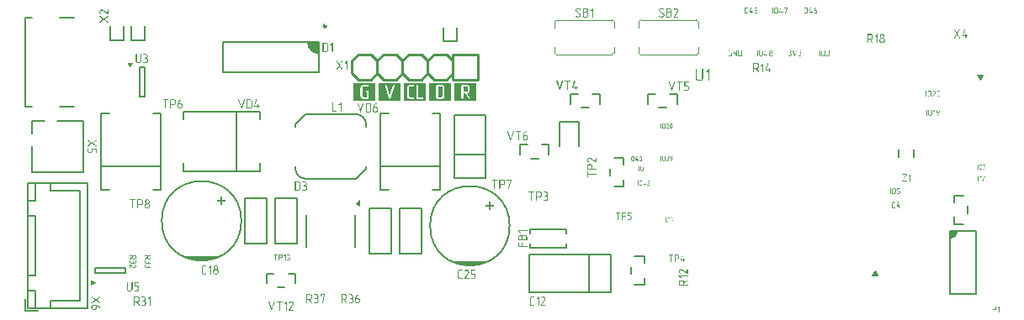
<source format=gbr>
G04*
G04 #@! TF.GenerationSoftware,Altium Limited,Altium Designer,25.8.1 (18)*
G04*
G04 Layer_Color=65535*
%FSLAX44Y44*%
%MOMM*%
G71*
G04*
G04 #@! TF.SameCoordinates,845D26C6-CDDF-46F2-9304-2575DF004011*
G04*
G04*
G04 #@! TF.FilePolarity,Positive*
G04*
G01*
G75*
%ADD10C,0.2000*%
%ADD11C,0.1000*%
%ADD12C,0.2500*%
%ADD13C,0.1500*%
%ADD14C,0.2540*%
G36*
X69000Y36000D02*
Y40000D01*
X72500Y38000D01*
X69000Y36000D01*
D02*
G37*
G36*
X163095Y63748D02*
X165075Y62825D01*
X169210Y61421D01*
X173475Y60476D01*
X177816Y60000D01*
X182184D01*
X186525Y60476D01*
X190790Y61421D01*
X194925Y62825D01*
X196905Y63748D01*
D01*
X163095D01*
D02*
G37*
G36*
X106000Y259000D02*
X110000D01*
X108000Y255500D01*
X106000Y259000D01*
D02*
G37*
G36*
X287000Y280000D02*
X298000D01*
Y269000D01*
X296917D01*
X294791Y269423D01*
X292789Y270252D01*
X290988Y271456D01*
X289456Y272988D01*
X288252Y274790D01*
X287423Y276791D01*
X287000Y278917D01*
Y280000D01*
D01*
D02*
G37*
G36*
X335070Y118000D02*
X339070Y121000D01*
Y115000D01*
X335070Y118000D01*
D02*
G37*
G36*
X433095Y58748D02*
X435075Y57825D01*
X439210Y56421D01*
X443475Y55476D01*
X447816Y55000D01*
X452184D01*
X456525Y55476D01*
X460790Y56421D01*
X464925Y57825D01*
X466905Y58748D01*
D01*
X433095D01*
D02*
G37*
G36*
X860500Y45104D02*
X854500D01*
X857500Y50300D01*
X860500Y45104D01*
D02*
G37*
G36*
X933000Y82500D02*
X933739Y82500D01*
X935188Y82788D01*
X936553Y83354D01*
X937781Y84174D01*
X938826Y85219D01*
X939646Y86447D01*
X940212Y87812D01*
X940500Y89261D01*
X940500Y90000D01*
X940500Y90000D01*
X933000D01*
X933000Y82500D01*
D02*
G37*
G36*
X960350Y247600D02*
X963350Y242404D01*
X966350Y247600D01*
X960350D01*
D02*
G37*
G36*
X921381Y212088D02*
X921483Y212079D01*
X921603Y212051D01*
X921741Y212005D01*
X921889Y211940D01*
X922037Y211848D01*
X922176Y211727D01*
X922195Y211709D01*
X922232Y211663D01*
X922296Y211579D01*
X922361Y211478D01*
X922426Y211348D01*
X922490Y211200D01*
X922527Y211034D01*
X922546Y210849D01*
Y209287D01*
Y209277D01*
Y209250D01*
Y209203D01*
X922537Y209139D01*
Y209056D01*
X922527Y208963D01*
X922518Y208852D01*
X922500Y208741D01*
X922463Y208482D01*
X922398Y208196D01*
X922315Y207900D01*
X922204Y207604D01*
Y207595D01*
X922195Y207576D01*
X922176Y207548D01*
X922158Y207502D01*
X922130Y207456D01*
X922102Y207400D01*
X922028Y207253D01*
X921926Y207095D01*
X921806Y206920D01*
X921667Y206744D01*
X921510Y206568D01*
X921501Y206559D01*
X921492Y206550D01*
X921464Y206522D01*
X921436Y206494D01*
X921344Y206411D01*
X921224Y206310D01*
X921067Y206199D01*
X920891Y206088D01*
X920697Y205977D01*
X920484Y205875D01*
X920345Y205856D01*
X920327D01*
X920281Y205866D01*
X920216Y205893D01*
X920142Y205949D01*
Y205958D01*
X920124Y205967D01*
X920096Y206014D01*
X920068Y206088D01*
X920050Y206180D01*
Y206189D01*
X920059Y206226D01*
X920068Y206273D01*
X920087Y206319D01*
X920096Y206328D01*
X920124Y206365D01*
X920170Y206402D01*
X920244Y206448D01*
X920253D01*
X920281Y206467D01*
X920327Y206485D01*
X920382Y206513D01*
X920447Y206541D01*
X920521Y206578D01*
X920678Y206670D01*
X920687Y206679D01*
X920715Y206698D01*
X920752Y206726D01*
X920808Y206763D01*
X920937Y206873D01*
X921076Y207003D01*
X921094Y207021D01*
X921131Y207068D01*
X921196Y207142D01*
X921279Y207243D01*
X921362Y207373D01*
X921455Y207511D01*
X921557Y207678D01*
X921640Y207854D01*
X921723Y208085D01*
X921797Y208353D01*
X920623D01*
X920586Y208362D01*
X920493Y208371D01*
X920373Y208399D01*
X920235Y208445D01*
X920096Y208501D01*
X919948Y208593D01*
X919800Y208713D01*
X919781Y208732D01*
X919744Y208778D01*
X919680Y208852D01*
X919615Y208963D01*
X919550Y209092D01*
X919486Y209240D01*
X919449Y209416D01*
X919430Y209601D01*
Y210849D01*
Y210858D01*
Y210868D01*
Y210895D01*
X919439Y210932D01*
X919449Y211034D01*
X919476Y211154D01*
X919523Y211284D01*
X919578Y211432D01*
X919670Y211579D01*
X919791Y211727D01*
X919809Y211746D01*
X919855Y211783D01*
X919929Y211848D01*
X920040Y211912D01*
X920161Y211977D01*
X920318Y212042D01*
X920484Y212079D01*
X920669Y212097D01*
X921344D01*
X921381Y212088D01*
D02*
G37*
G36*
X917979Y212134D02*
X918034Y212106D01*
X918108Y212051D01*
X918117Y212033D01*
X918154Y211977D01*
X918182Y211894D01*
X918191Y211783D01*
Y206162D01*
Y206152D01*
Y206134D01*
X918182Y206078D01*
X918154Y206004D01*
X918099Y205930D01*
X918080Y205921D01*
X918043Y205893D01*
X917969Y205866D01*
X917877Y205856D01*
X917858D01*
X917803Y205866D01*
X917738Y205884D01*
X917664Y205930D01*
X917646Y205949D01*
X917618Y205986D01*
X917590Y206060D01*
X917572Y206162D01*
Y211034D01*
X916851Y210313D01*
X916832Y210294D01*
X916786Y210267D01*
X916712Y210239D01*
X916629Y210220D01*
X916610D01*
X916564Y210230D01*
X916490Y210257D01*
X916416Y210313D01*
Y210322D01*
X916398Y210331D01*
X916370Y210378D01*
X916333Y210452D01*
X916324Y210488D01*
X916314Y210535D01*
Y210544D01*
Y210553D01*
X916324Y210599D01*
X916351Y210673D01*
X916407Y210747D01*
X917655Y212005D01*
X917664Y212014D01*
X917692Y212042D01*
X917738Y212079D01*
X917784Y212106D01*
X917794Y212116D01*
X917831Y212125D01*
X917877Y212134D01*
X917932Y212143D01*
X917942D01*
X917979Y212134D01*
D02*
G37*
G36*
X913901Y212088D02*
X914003Y212079D01*
X914123Y212051D01*
X914262Y212005D01*
X914410Y211940D01*
X914558Y211848D01*
X914696Y211727D01*
X914715Y211709D01*
X914752Y211663D01*
X914817Y211579D01*
X914881Y211478D01*
X914946Y211348D01*
X915011Y211200D01*
X915048Y211034D01*
X915066Y210849D01*
Y207105D01*
Y207095D01*
Y207086D01*
Y207058D01*
X915057Y207021D01*
X915048Y206920D01*
X915020Y206800D01*
X914974Y206661D01*
X914909Y206513D01*
X914817Y206365D01*
X914696Y206217D01*
X914678Y206199D01*
X914632Y206162D01*
X914548Y206106D01*
X914447Y206041D01*
X914317Y205967D01*
X914169Y205912D01*
X914003Y205875D01*
X913818Y205856D01*
X912524D01*
X912487Y205866D01*
X912394Y205875D01*
X912274Y205903D01*
X912135Y205949D01*
X911987Y206004D01*
X911840Y206097D01*
X911692Y206217D01*
X911673Y206236D01*
X911636Y206282D01*
X911571Y206356D01*
X911507Y206467D01*
X911442Y206596D01*
X911377Y206744D01*
X911340Y206920D01*
X911322Y207105D01*
Y210849D01*
Y210858D01*
Y210877D01*
Y210895D01*
X911331Y210932D01*
X911340Y211034D01*
X911368Y211154D01*
X911414Y211293D01*
X911470Y211441D01*
X911562Y211589D01*
X911682Y211727D01*
X911701Y211746D01*
X911747Y211783D01*
X911821Y211848D01*
X911932Y211912D01*
X912061Y211977D01*
X912209Y212042D01*
X912385Y212079D01*
X912570Y212097D01*
X913864D01*
X913901Y212088D01*
D02*
G37*
G36*
X909833D02*
X909898Y212060D01*
X909972Y212014D01*
X909981D01*
X909990Y212005D01*
X910027Y211959D01*
X910055Y211885D01*
X910074Y211838D01*
Y211783D01*
Y206162D01*
Y206152D01*
Y206134D01*
X910064Y206078D01*
X910037Y206004D01*
X909981Y205930D01*
X909963Y205921D01*
X909926Y205893D01*
X909852Y205866D01*
X909759Y205856D01*
X909741D01*
X909685Y205866D01*
X909621Y205884D01*
X909547Y205930D01*
X909528Y205949D01*
X909500Y205986D01*
X909473Y206060D01*
X909454Y206162D01*
Y211783D01*
Y211792D01*
Y211801D01*
X909463Y211857D01*
X909491Y211931D01*
X909547Y212014D01*
X909565Y212023D01*
X909611Y212060D01*
X909676Y212088D01*
X909759Y212097D01*
X909778D01*
X909833Y212088D01*
D02*
G37*
G36*
X739244Y315111D02*
X739318Y315074D01*
X739355Y315056D01*
X739392Y315019D01*
X739410Y315000D01*
X739438Y314954D01*
X739466Y314889D01*
X739484Y314806D01*
Y314788D01*
X739475Y314741D01*
X739447Y314677D01*
X739401Y314603D01*
X739392Y314584D01*
X739346Y314556D01*
X739272Y314519D01*
X739225Y314510D01*
X739170Y314501D01*
X736988D01*
Y312615D01*
X737987D01*
X738033Y312606D01*
X738088D01*
X738153Y312587D01*
X738301Y312559D01*
X738467Y312504D01*
X738652Y312421D01*
X738745Y312365D01*
X738846Y312310D01*
X738930Y312236D01*
X739022Y312153D01*
X739031Y312143D01*
X739041Y312134D01*
X739068Y312106D01*
X739096Y312069D01*
X739170Y311977D01*
X739253Y311847D01*
X739336Y311681D01*
X739410Y311496D01*
X739466Y311283D01*
X739475Y311173D01*
X739484Y311052D01*
Y310433D01*
Y310424D01*
Y310405D01*
Y310368D01*
X739475Y310322D01*
Y310276D01*
X739457Y310211D01*
X739429Y310054D01*
X739373Y309887D01*
X739290Y309702D01*
X739235Y309610D01*
X739179Y309517D01*
X739105Y309425D01*
X739022Y309333D01*
X739013Y309323D01*
X739004Y309314D01*
X738976Y309296D01*
X738939Y309259D01*
X738846Y309194D01*
X738708Y309111D01*
X738550Y309028D01*
X738366Y308954D01*
X738153Y308898D01*
X738042Y308889D01*
X737922Y308880D01*
X736655D01*
X736590Y308889D01*
X736516Y308917D01*
X736442Y308963D01*
X736433Y308981D01*
X736405Y309028D01*
X736378Y309092D01*
X736369Y309185D01*
Y309194D01*
Y309203D01*
X736378Y309249D01*
X736396Y309323D01*
X736442Y309397D01*
Y309407D01*
X736461Y309416D01*
X736507Y309453D01*
X736572Y309481D01*
X736618Y309499D01*
X737987D01*
X738061Y309517D01*
X738153Y309536D01*
X738255Y309564D01*
X738366Y309610D01*
X738477Y309675D01*
X738587Y309758D01*
X738597Y309767D01*
X738634Y309804D01*
X738680Y309869D01*
X738726Y309943D01*
X738782Y310044D01*
X738819Y310156D01*
X738856Y310285D01*
X738865Y310433D01*
Y311052D01*
Y311071D01*
Y311117D01*
X738846Y311191D01*
X738828Y311283D01*
X738800Y311385D01*
X738745Y311496D01*
X738680Y311607D01*
X738587Y311718D01*
X738578Y311727D01*
X738541Y311764D01*
X738486Y311810D01*
X738403Y311857D01*
X738310Y311912D01*
X738190Y311949D01*
X738061Y311986D01*
X737922Y311995D01*
X736664D01*
X736627Y312005D01*
X736581Y312014D01*
X736526Y312032D01*
X736461Y312069D01*
X736415Y312125D01*
X736378Y312199D01*
X736369Y312300D01*
Y314806D01*
Y314815D01*
X736378Y314852D01*
X736387Y314908D01*
X736405Y314963D01*
X736442Y315019D01*
X736498Y315074D01*
X736572Y315111D01*
X736674Y315120D01*
X739189D01*
X739244Y315111D01*
D02*
G37*
G36*
X733003D02*
X733077Y315083D01*
X733151Y315028D01*
X733170Y315009D01*
X733197Y314972D01*
X733225Y314898D01*
X733243Y314806D01*
X733234Y314714D01*
X732097Y310738D01*
X733567D01*
Y311672D01*
Y311681D01*
Y311690D01*
X733576Y311746D01*
X733604Y311820D01*
X733660Y311903D01*
X733678Y311912D01*
X733724Y311949D01*
X733789Y311977D01*
X733872Y311986D01*
X733891D01*
X733946Y311977D01*
X734011Y311949D01*
X734085Y311903D01*
X734094D01*
X734103Y311894D01*
X734140Y311847D01*
X734168Y311773D01*
X734187Y311727D01*
Y311672D01*
Y310738D01*
X734825D01*
X734880Y310729D01*
X734954Y310692D01*
X734991Y310673D01*
X735028Y310636D01*
X735046Y310618D01*
X735074Y310571D01*
X735102Y310507D01*
X735120Y310424D01*
Y310405D01*
X735111Y310359D01*
X735083Y310294D01*
X735037Y310220D01*
X735028Y310202D01*
X734982Y310174D01*
X734908Y310137D01*
X734862Y310128D01*
X734806Y310119D01*
X734187D01*
Y309185D01*
Y309175D01*
Y309157D01*
X734177Y309102D01*
X734150Y309028D01*
X734094Y308954D01*
X734076Y308944D01*
X734039Y308917D01*
X733965Y308889D01*
X733872Y308880D01*
X733854D01*
X733798Y308889D01*
X733734Y308907D01*
X733660Y308954D01*
X733641Y308972D01*
X733613Y309009D01*
X733586Y309083D01*
X733567Y309185D01*
Y310119D01*
X731644D01*
X731589Y310128D01*
X731533Y310146D01*
X731468Y310183D01*
X731422Y310220D01*
X731385Y310285D01*
X731367Y310368D01*
Y310442D01*
X731385Y310516D01*
X732633Y314889D01*
X732643Y314908D01*
X732661Y314945D01*
X732689Y315000D01*
X732744Y315056D01*
X732800Y315093D01*
X732809Y315102D01*
X732837Y315111D01*
X732874Y315120D01*
X732948D01*
X733003Y315111D01*
D02*
G37*
G36*
X728963D02*
X729064Y315102D01*
X729185Y315074D01*
X729323Y315028D01*
X729471Y314963D01*
X729619Y314871D01*
X729758Y314751D01*
X729776Y314732D01*
X729813Y314686D01*
X729878Y314603D01*
X729943Y314501D01*
X730008Y314371D01*
X730072Y314224D01*
X730109Y314057D01*
X730128Y313872D01*
Y310128D01*
Y310119D01*
Y310109D01*
Y310082D01*
X730118Y310044D01*
X730109Y309943D01*
X730081Y309823D01*
X730035Y309684D01*
X729971Y309536D01*
X729878Y309388D01*
X729758Y309240D01*
X729740Y309222D01*
X729693Y309185D01*
X729610Y309129D01*
X729508Y309065D01*
X729379Y308990D01*
X729231Y308935D01*
X729064Y308898D01*
X728880Y308880D01*
X727585D01*
X727548Y308889D01*
X727456Y308898D01*
X727336Y308926D01*
X727197Y308972D01*
X727049Y309028D01*
X726901Y309120D01*
X726753Y309240D01*
X726735Y309259D01*
X726698Y309305D01*
X726633Y309379D01*
X726568Y309490D01*
X726504Y309619D01*
X726439Y309767D01*
X726402Y309943D01*
X726383Y310128D01*
Y313872D01*
Y313881D01*
Y313900D01*
Y313918D01*
X726393Y313955D01*
X726402Y314057D01*
X726430Y314177D01*
X726476Y314316D01*
X726531Y314464D01*
X726624Y314612D01*
X726744Y314751D01*
X726762Y314769D01*
X726809Y314806D01*
X726883Y314871D01*
X726993Y314935D01*
X727123Y315000D01*
X727271Y315065D01*
X727447Y315102D01*
X727632Y315120D01*
X728926D01*
X728963Y315111D01*
D02*
G37*
G36*
X724895D02*
X724959Y315083D01*
X725033Y315037D01*
X725043D01*
X725052Y315028D01*
X725089Y314982D01*
X725117Y314908D01*
X725135Y314862D01*
Y314806D01*
Y309185D01*
Y309175D01*
Y309157D01*
X725126Y309102D01*
X725098Y309028D01*
X725043Y308954D01*
X725024Y308944D01*
X724987Y308917D01*
X724913Y308889D01*
X724821Y308880D01*
X724802D01*
X724747Y308889D01*
X724682Y308907D01*
X724608Y308954D01*
X724590Y308972D01*
X724562Y309009D01*
X724534Y309083D01*
X724516Y309185D01*
Y314806D01*
Y314815D01*
Y314825D01*
X724525Y314880D01*
X724553Y314954D01*
X724608Y315037D01*
X724627Y315046D01*
X724673Y315083D01*
X724738Y315111D01*
X724821Y315120D01*
X724839D01*
X724895Y315111D01*
D02*
G37*
G36*
X406000Y221000D02*
X384000D01*
Y239000D01*
X406000D01*
Y221000D01*
D02*
G37*
G36*
X778969Y272111D02*
X779043Y272083D01*
X779117Y272037D01*
X779136Y272019D01*
X779164Y271972D01*
X779191Y271908D01*
X779210Y271815D01*
X779191Y271704D01*
X777324Y266148D01*
Y266138D01*
X777314Y266129D01*
X777296Y266083D01*
X777259Y266018D01*
X777213Y265954D01*
X777203Y265944D01*
X777166Y265926D01*
X777111Y265907D01*
X777028Y265880D01*
X777000D01*
X776963Y265898D01*
X776926Y265917D01*
X776871Y265944D01*
X776824Y265991D01*
X776778Y266055D01*
X776732Y266148D01*
X774864Y271704D01*
X774846Y271815D01*
Y271824D01*
Y271834D01*
X774855Y271880D01*
X774883Y271945D01*
X774938Y272019D01*
Y272028D01*
X774957Y272037D01*
X775003Y272074D01*
X775068Y272102D01*
X775114Y272120D01*
X775243D01*
X775327Y272093D01*
X775336Y272083D01*
X775363Y272056D01*
X775410Y271991D01*
X775456Y271908D01*
X777028Y267229D01*
X778609Y271898D01*
X778618Y271917D01*
X778636Y271954D01*
X778673Y272000D01*
X778720Y272056D01*
X778738Y272065D01*
X778775Y272093D01*
X778831Y272111D01*
X778895Y272120D01*
X778914D01*
X778969Y272111D01*
D02*
G37*
G36*
X782104Y272102D02*
X782168Y272093D01*
X782242Y272083D01*
X782399Y272056D01*
X782594Y271991D01*
X782788Y271908D01*
X782880Y271852D01*
X782973Y271787D01*
X783065Y271714D01*
X783148Y271630D01*
X783158Y271621D01*
X783167Y271612D01*
X783185Y271584D01*
X783213Y271547D01*
X783278Y271455D01*
X783352Y271334D01*
X783416Y271177D01*
X783481Y270992D01*
X783527Y270789D01*
X783546Y270678D01*
Y270558D01*
Y270539D01*
Y270493D01*
X783537Y270419D01*
X783527Y270327D01*
X783500Y270216D01*
X783472Y270105D01*
X783435Y269975D01*
X783389Y269855D01*
X783380Y269846D01*
X783361Y269800D01*
X783324Y269744D01*
X783278Y269670D01*
X783213Y269578D01*
X783139Y269485D01*
X783047Y269384D01*
X782936Y269291D01*
X782945Y269282D01*
X782982Y269254D01*
X783028Y269208D01*
X783084Y269143D01*
X783158Y269069D01*
X783222Y268977D01*
X783296Y268875D01*
X783361Y268755D01*
X783370Y268736D01*
X783389Y268699D01*
X783416Y268635D01*
X783453Y268542D01*
X783481Y268441D01*
X783509Y268320D01*
X783537Y268191D01*
X783546Y268052D01*
Y267433D01*
Y267424D01*
Y267405D01*
Y267368D01*
X783537Y267322D01*
Y267276D01*
X783518Y267211D01*
X783490Y267054D01*
X783435Y266887D01*
X783352Y266702D01*
X783296Y266610D01*
X783241Y266518D01*
X783167Y266425D01*
X783084Y266333D01*
X783074Y266323D01*
X783065Y266314D01*
X783037Y266296D01*
X783000Y266259D01*
X782908Y266194D01*
X782769Y266111D01*
X782612Y266028D01*
X782427Y265954D01*
X782215Y265898D01*
X782104Y265889D01*
X781983Y265880D01*
X780717D01*
X780652Y265889D01*
X780578Y265917D01*
X780504Y265963D01*
Y265972D01*
X780495Y265981D01*
X780467Y266028D01*
X780439Y266101D01*
X780430Y266185D01*
Y266194D01*
Y266203D01*
X780439Y266249D01*
X780458Y266314D01*
X780504Y266388D01*
Y266397D01*
X780523Y266407D01*
X780560Y266444D01*
X780633Y266481D01*
X780680Y266499D01*
X782048D01*
X782122Y266518D01*
X782215Y266536D01*
X782316Y266564D01*
X782427Y266610D01*
X782538Y266675D01*
X782649Y266767D01*
X782658Y266776D01*
X782695Y266813D01*
X782741Y266878D01*
X782788Y266952D01*
X782843Y267054D01*
X782880Y267165D01*
X782917Y267294D01*
X782926Y267433D01*
Y268052D01*
Y268071D01*
Y268117D01*
X782908Y268191D01*
X782889Y268283D01*
X782862Y268385D01*
X782806Y268496D01*
X782741Y268607D01*
X782649Y268718D01*
X782640Y268727D01*
X782603Y268764D01*
X782547Y268810D01*
X782464Y268857D01*
X782372Y268912D01*
X782252Y268949D01*
X782122Y268986D01*
X781983Y268995D01*
X781336D01*
X781281Y269005D01*
X781207Y269032D01*
X781133Y269079D01*
Y269088D01*
X781124Y269097D01*
X781096Y269143D01*
X781059Y269217D01*
X781050Y269300D01*
Y269310D01*
Y269319D01*
X781059Y269365D01*
X781077Y269430D01*
X781124Y269504D01*
Y269513D01*
X781142Y269522D01*
X781188Y269559D01*
X781262Y269596D01*
X781308Y269615D01*
X782002D01*
X782057Y269624D01*
X782131Y269633D01*
X782224Y269652D01*
X782335Y269689D01*
X782446Y269744D01*
X782566Y269809D01*
X782667Y269911D01*
X782677Y269920D01*
X782704Y269957D01*
X782741Y270012D01*
X782788Y270096D01*
X782825Y270188D01*
X782862Y270299D01*
X782889Y270428D01*
X782899Y270567D01*
Y270586D01*
Y270632D01*
X782889Y270697D01*
X782871Y270789D01*
X782843Y270891D01*
X782806Y270992D01*
X782751Y271103D01*
X782677Y271205D01*
X782667Y271214D01*
X782631Y271251D01*
X782575Y271297D01*
X782501Y271353D01*
X782399Y271399D01*
X782279Y271445D01*
X782141Y271482D01*
X781983Y271492D01*
X780717D01*
X780652Y271501D01*
X780578Y271529D01*
X780504Y271575D01*
X780495Y271593D01*
X780467Y271640D01*
X780439Y271704D01*
X780430Y271797D01*
Y271806D01*
Y271815D01*
X780439Y271861D01*
X780458Y271935D01*
X780504Y272009D01*
Y272019D01*
X780523Y272028D01*
X780569Y272065D01*
X780633Y272093D01*
X780680Y272111D01*
X782057D01*
X782104Y272102D01*
D02*
G37*
G36*
X772128D02*
X772192Y272093D01*
X772266Y272083D01*
X772423Y272056D01*
X772618Y271991D01*
X772812Y271908D01*
X772904Y271852D01*
X772997Y271787D01*
X773089Y271714D01*
X773172Y271630D01*
X773182Y271621D01*
X773191Y271612D01*
X773209Y271584D01*
X773237Y271547D01*
X773302Y271455D01*
X773376Y271334D01*
X773440Y271177D01*
X773505Y270992D01*
X773551Y270789D01*
X773570Y270678D01*
Y270558D01*
Y270539D01*
Y270493D01*
X773561Y270419D01*
X773551Y270327D01*
X773524Y270216D01*
X773496Y270105D01*
X773459Y269975D01*
X773413Y269855D01*
X773403Y269846D01*
X773385Y269800D01*
X773348Y269744D01*
X773302Y269670D01*
X773237Y269578D01*
X773163Y269485D01*
X773071Y269384D01*
X772960Y269291D01*
X772969Y269282D01*
X773006Y269254D01*
X773052Y269208D01*
X773108Y269143D01*
X773182Y269069D01*
X773246Y268977D01*
X773320Y268875D01*
X773385Y268755D01*
X773394Y268736D01*
X773413Y268699D01*
X773440Y268635D01*
X773477Y268542D01*
X773505Y268441D01*
X773533Y268320D01*
X773561Y268191D01*
X773570Y268052D01*
Y267433D01*
Y267424D01*
Y267405D01*
Y267368D01*
X773561Y267322D01*
Y267276D01*
X773542Y267211D01*
X773514Y267054D01*
X773459Y266887D01*
X773376Y266702D01*
X773320Y266610D01*
X773265Y266518D01*
X773191Y266425D01*
X773108Y266333D01*
X773098Y266323D01*
X773089Y266314D01*
X773061Y266296D01*
X773024Y266259D01*
X772932Y266194D01*
X772793Y266111D01*
X772636Y266028D01*
X772451Y265954D01*
X772238Y265898D01*
X772128Y265889D01*
X772007Y265880D01*
X770741D01*
X770676Y265889D01*
X770602Y265917D01*
X770528Y265963D01*
Y265972D01*
X770519Y265981D01*
X770491Y266028D01*
X770463Y266101D01*
X770454Y266185D01*
Y266194D01*
Y266203D01*
X770463Y266249D01*
X770482Y266314D01*
X770528Y266388D01*
Y266397D01*
X770547Y266407D01*
X770583Y266444D01*
X770658Y266481D01*
X770704Y266499D01*
X772072D01*
X772146Y266518D01*
X772238Y266536D01*
X772340Y266564D01*
X772451Y266610D01*
X772562Y266675D01*
X772673Y266767D01*
X772682Y266776D01*
X772719Y266813D01*
X772766Y266878D01*
X772812Y266952D01*
X772867Y267054D01*
X772904Y267165D01*
X772941Y267294D01*
X772950Y267433D01*
Y268052D01*
Y268071D01*
Y268117D01*
X772932Y268191D01*
X772913Y268283D01*
X772886Y268385D01*
X772830Y268496D01*
X772766Y268607D01*
X772673Y268718D01*
X772664Y268727D01*
X772627Y268764D01*
X772571Y268810D01*
X772488Y268857D01*
X772396Y268912D01*
X772275Y268949D01*
X772146Y268986D01*
X772007Y268995D01*
X771360D01*
X771305Y269005D01*
X771231Y269032D01*
X771157Y269079D01*
Y269088D01*
X771148Y269097D01*
X771120Y269143D01*
X771083Y269217D01*
X771074Y269300D01*
Y269310D01*
Y269319D01*
X771083Y269365D01*
X771101Y269430D01*
X771148Y269504D01*
Y269513D01*
X771166Y269522D01*
X771212Y269559D01*
X771286Y269596D01*
X771332Y269615D01*
X772026D01*
X772081Y269624D01*
X772155Y269633D01*
X772248Y269652D01*
X772359Y269689D01*
X772470Y269744D01*
X772590Y269809D01*
X772691Y269911D01*
X772701Y269920D01*
X772729Y269957D01*
X772766Y270012D01*
X772812Y270096D01*
X772849Y270188D01*
X772886Y270299D01*
X772913Y270428D01*
X772923Y270567D01*
Y270586D01*
Y270632D01*
X772913Y270697D01*
X772895Y270789D01*
X772867Y270891D01*
X772830Y270992D01*
X772775Y271103D01*
X772701Y271205D01*
X772691Y271214D01*
X772655Y271251D01*
X772599Y271297D01*
X772525Y271353D01*
X772423Y271399D01*
X772303Y271445D01*
X772165Y271482D01*
X772007Y271492D01*
X770741D01*
X770676Y271501D01*
X770602Y271529D01*
X770528Y271575D01*
X770519Y271593D01*
X770491Y271640D01*
X770463Y271704D01*
X770454Y271797D01*
Y271806D01*
Y271815D01*
X770463Y271861D01*
X770482Y271935D01*
X770528Y272009D01*
Y272019D01*
X770547Y272028D01*
X770593Y272065D01*
X770658Y272093D01*
X770704Y272111D01*
X772081D01*
X772128Y272102D01*
D02*
G37*
G36*
X798634Y315111D02*
X798708Y315074D01*
X798745Y315056D01*
X798782Y315019D01*
X798791Y315000D01*
X798819Y314954D01*
X798846Y314880D01*
X798856Y314788D01*
Y314778D01*
Y314741D01*
X798837Y314686D01*
X798819Y314640D01*
X798809Y314630D01*
X798791Y314603D01*
X798745Y314556D01*
X798671Y314510D01*
X798661D01*
X798652Y314501D01*
X798597Y314473D01*
X798523Y314436D01*
X798440Y314399D01*
X798421Y314390D01*
X798375Y314371D01*
X798310Y314325D01*
X798227Y314279D01*
X798218Y314270D01*
X798190Y314261D01*
X798153Y314224D01*
X798107Y314187D01*
X797977Y314085D01*
X797839Y313955D01*
X797820Y313937D01*
X797774Y313891D01*
X797709Y313817D01*
X797626Y313715D01*
X797543Y313586D01*
X797441Y313447D01*
X797358Y313290D01*
X797275Y313114D01*
X797182Y312864D01*
X797108Y312615D01*
X798282D01*
X798319Y312606D01*
X798421Y312596D01*
X798541Y312569D01*
X798671Y312522D01*
X798819Y312458D01*
X798967Y312365D01*
X799115Y312245D01*
X799133Y312227D01*
X799170Y312180D01*
X799235Y312106D01*
X799299Y312005D01*
X799364Y311875D01*
X799429Y311727D01*
X799466Y311552D01*
X799484Y311367D01*
Y310119D01*
Y310109D01*
Y310100D01*
Y310072D01*
X799475Y310035D01*
X799466Y309943D01*
X799438Y309823D01*
X799392Y309684D01*
X799327Y309536D01*
X799235Y309388D01*
X799115Y309240D01*
X799096Y309222D01*
X799050Y309185D01*
X798976Y309129D01*
X798874Y309065D01*
X798745Y308990D01*
X798597Y308935D01*
X798421Y308898D01*
X798236Y308880D01*
X797561D01*
X797524Y308889D01*
X797432Y308898D01*
X797312Y308926D01*
X797173Y308972D01*
X797034Y309028D01*
X796886Y309120D01*
X796738Y309240D01*
X796720Y309259D01*
X796683Y309305D01*
X796618Y309379D01*
X796553Y309490D01*
X796489Y309610D01*
X796424Y309767D01*
X796387Y309934D01*
X796368Y310119D01*
Y311681D01*
Y311690D01*
Y311718D01*
Y311764D01*
X796378Y311829D01*
Y311912D01*
X796387Y312005D01*
X796396Y312106D01*
X796415Y312227D01*
X796424Y312347D01*
X796452Y312485D01*
X796507Y312763D01*
X796590Y313068D01*
X796701Y313364D01*
Y313373D01*
X796711Y313391D01*
X796729Y313419D01*
X796748Y313456D01*
X796803Y313567D01*
X796877Y313697D01*
X796970Y313854D01*
X797090Y314020D01*
X797228Y314196D01*
X797386Y314371D01*
X797395Y314381D01*
X797404Y314390D01*
X797432Y314418D01*
X797469Y314445D01*
X797561Y314529D01*
X797691Y314630D01*
X797839Y314741D01*
X798014Y314862D01*
X798218Y314982D01*
X798430Y315083D01*
X798560Y315120D01*
X798578D01*
X798634Y315111D01*
D02*
G37*
G36*
X793003D02*
X793077Y315083D01*
X793151Y315028D01*
X793170Y315009D01*
X793197Y314972D01*
X793225Y314898D01*
X793243Y314806D01*
X793234Y314714D01*
X792097Y310738D01*
X793567D01*
Y311672D01*
Y311681D01*
Y311690D01*
X793576Y311746D01*
X793604Y311820D01*
X793660Y311903D01*
X793678Y311912D01*
X793724Y311949D01*
X793789Y311977D01*
X793872Y311986D01*
X793891D01*
X793946Y311977D01*
X794011Y311949D01*
X794085Y311903D01*
X794094D01*
X794103Y311894D01*
X794140Y311847D01*
X794168Y311773D01*
X794187Y311727D01*
Y311672D01*
Y310738D01*
X794825D01*
X794880Y310729D01*
X794954Y310692D01*
X794991Y310673D01*
X795028Y310636D01*
X795046Y310618D01*
X795074Y310571D01*
X795102Y310507D01*
X795120Y310424D01*
Y310405D01*
X795111Y310359D01*
X795083Y310294D01*
X795037Y310220D01*
X795028Y310202D01*
X794982Y310174D01*
X794908Y310137D01*
X794862Y310128D01*
X794806Y310119D01*
X794187D01*
Y309185D01*
Y309175D01*
Y309157D01*
X794177Y309102D01*
X794150Y309028D01*
X794094Y308954D01*
X794076Y308944D01*
X794039Y308917D01*
X793965Y308889D01*
X793872Y308880D01*
X793854D01*
X793798Y308889D01*
X793734Y308907D01*
X793660Y308954D01*
X793641Y308972D01*
X793613Y309009D01*
X793586Y309083D01*
X793567Y309185D01*
Y310119D01*
X791644D01*
X791589Y310128D01*
X791533Y310146D01*
X791468Y310183D01*
X791422Y310220D01*
X791385Y310285D01*
X791367Y310368D01*
Y310442D01*
X791385Y310516D01*
X792633Y314889D01*
X792643Y314908D01*
X792661Y314945D01*
X792689Y315000D01*
X792744Y315056D01*
X792800Y315093D01*
X792809Y315102D01*
X792837Y315111D01*
X792874Y315120D01*
X792948D01*
X793003Y315111D01*
D02*
G37*
G36*
X788963D02*
X789064Y315102D01*
X789185Y315074D01*
X789323Y315028D01*
X789471Y314963D01*
X789619Y314871D01*
X789758Y314751D01*
X789776Y314732D01*
X789813Y314686D01*
X789878Y314603D01*
X789943Y314501D01*
X790008Y314371D01*
X790072Y314224D01*
X790109Y314057D01*
X790128Y313872D01*
Y310128D01*
Y310119D01*
Y310109D01*
Y310082D01*
X790118Y310044D01*
X790109Y309943D01*
X790081Y309823D01*
X790035Y309684D01*
X789971Y309536D01*
X789878Y309388D01*
X789758Y309240D01*
X789739Y309222D01*
X789693Y309185D01*
X789610Y309129D01*
X789508Y309065D01*
X789379Y308990D01*
X789231Y308935D01*
X789064Y308898D01*
X788880Y308880D01*
X787585D01*
X787548Y308889D01*
X787456Y308898D01*
X787336Y308926D01*
X787197Y308972D01*
X787049Y309028D01*
X786901Y309120D01*
X786753Y309240D01*
X786735Y309259D01*
X786698Y309305D01*
X786633Y309379D01*
X786568Y309490D01*
X786504Y309619D01*
X786439Y309767D01*
X786402Y309943D01*
X786383Y310128D01*
Y313872D01*
Y313881D01*
Y313900D01*
Y313918D01*
X786393Y313955D01*
X786402Y314057D01*
X786430Y314177D01*
X786476Y314316D01*
X786531Y314464D01*
X786624Y314612D01*
X786744Y314751D01*
X786762Y314769D01*
X786809Y314806D01*
X786883Y314871D01*
X786993Y314935D01*
X787123Y315000D01*
X787271Y315065D01*
X787447Y315102D01*
X787631Y315120D01*
X788926D01*
X788963Y315111D01*
D02*
G37*
G36*
X784895D02*
X784959Y315083D01*
X785033Y315037D01*
X785043D01*
X785052Y315028D01*
X785089Y314982D01*
X785117Y314908D01*
X785135Y314862D01*
Y314806D01*
Y309185D01*
Y309175D01*
Y309157D01*
X785126Y309102D01*
X785098Y309028D01*
X785043Y308954D01*
X785024Y308944D01*
X784987Y308917D01*
X784913Y308889D01*
X784821Y308880D01*
X784802D01*
X784747Y308889D01*
X784682Y308907D01*
X784608Y308954D01*
X784590Y308972D01*
X784562Y309009D01*
X784534Y309083D01*
X784516Y309185D01*
Y314806D01*
Y314815D01*
Y314825D01*
X784525Y314880D01*
X784553Y314954D01*
X784608Y315037D01*
X784627Y315046D01*
X784673Y315083D01*
X784738Y315111D01*
X784821Y315120D01*
X784839D01*
X784895Y315111D01*
D02*
G37*
G36*
X380600Y221000D02*
X358600D01*
Y239000D01*
X380600D01*
Y221000D01*
D02*
G37*
G36*
X456800D02*
X434800D01*
Y239000D01*
X456800D01*
Y221000D01*
D02*
G37*
G36*
X652801Y165243D02*
X652882Y165235D01*
X652978Y165213D01*
X653089Y165176D01*
X653207Y165124D01*
X653326Y165050D01*
X653436Y164954D01*
X653451Y164940D01*
X653481Y164903D01*
X653532Y164836D01*
X653584Y164755D01*
X653636Y164651D01*
X653688Y164533D01*
X653717Y164400D01*
X653732Y164252D01*
Y163003D01*
Y162996D01*
Y162973D01*
Y162936D01*
X653725Y162885D01*
Y162818D01*
X653717Y162744D01*
X653710Y162656D01*
X653695Y162567D01*
X653665Y162360D01*
X653614Y162131D01*
X653547Y161894D01*
X653459Y161658D01*
Y161650D01*
X653451Y161636D01*
X653436Y161613D01*
X653422Y161576D01*
X653399Y161539D01*
X653377Y161495D01*
X653318Y161377D01*
X653237Y161251D01*
X653141Y161111D01*
X653030Y160970D01*
X652904Y160830D01*
X652897Y160823D01*
X652889Y160815D01*
X652867Y160793D01*
X652845Y160771D01*
X652771Y160704D01*
X652675Y160623D01*
X652549Y160534D01*
X652409Y160446D01*
X652254Y160357D01*
X652084Y160276D01*
X651973Y160261D01*
X651958D01*
X651921Y160268D01*
X651869Y160290D01*
X651810Y160335D01*
Y160342D01*
X651796Y160350D01*
X651773Y160387D01*
X651751Y160446D01*
X651736Y160520D01*
Y160527D01*
X651744Y160557D01*
X651751Y160593D01*
X651766Y160630D01*
X651773Y160638D01*
X651796Y160667D01*
X651833Y160697D01*
X651892Y160734D01*
X651899D01*
X651921Y160749D01*
X651958Y160763D01*
X652002Y160786D01*
X652054Y160808D01*
X652113Y160837D01*
X652239Y160911D01*
X652246Y160919D01*
X652269Y160933D01*
X652298Y160956D01*
X652343Y160985D01*
X652446Y161074D01*
X652557Y161177D01*
X652572Y161192D01*
X652601Y161229D01*
X652653Y161288D01*
X652719Y161369D01*
X652786Y161473D01*
X652860Y161584D01*
X652941Y161717D01*
X653008Y161857D01*
X653074Y162042D01*
X653133Y162257D01*
X652195D01*
X652165Y162264D01*
X652091Y162271D01*
X651995Y162293D01*
X651884Y162330D01*
X651773Y162375D01*
X651655Y162449D01*
X651537Y162545D01*
X651522Y162560D01*
X651492Y162596D01*
X651441Y162656D01*
X651389Y162744D01*
X651337Y162848D01*
X651285Y162966D01*
X651256Y163106D01*
X651241Y163254D01*
Y164252D01*
Y164260D01*
Y164267D01*
Y164289D01*
X651248Y164319D01*
X651256Y164400D01*
X651278Y164496D01*
X651315Y164600D01*
X651359Y164718D01*
X651433Y164836D01*
X651529Y164954D01*
X651544Y164969D01*
X651581Y164999D01*
X651640Y165050D01*
X651729Y165102D01*
X651825Y165154D01*
X651951Y165206D01*
X652084Y165235D01*
X652232Y165250D01*
X652771D01*
X652801Y165243D01*
D02*
G37*
G36*
X649068Y165235D02*
X649120Y165228D01*
X649179Y165220D01*
X649305Y165198D01*
X649460Y165147D01*
X649615Y165080D01*
X649689Y165036D01*
X649763Y164984D01*
X649837Y164925D01*
X649903Y164858D01*
X649911Y164851D01*
X649918Y164844D01*
X649933Y164821D01*
X649955Y164792D01*
X650007Y164718D01*
X650066Y164622D01*
X650118Y164496D01*
X650169Y164348D01*
X650206Y164186D01*
X650221Y164097D01*
Y164001D01*
Y163986D01*
Y163949D01*
X650214Y163890D01*
X650206Y163816D01*
X650184Y163727D01*
X650162Y163639D01*
X650132Y163535D01*
X650096Y163439D01*
X650088Y163432D01*
X650073Y163395D01*
X650044Y163350D01*
X650007Y163291D01*
X649955Y163217D01*
X649896Y163144D01*
X649822Y163062D01*
X649733Y162988D01*
X649741Y162981D01*
X649770Y162959D01*
X649807Y162922D01*
X649852Y162870D01*
X649911Y162811D01*
X649962Y162737D01*
X650022Y162656D01*
X650073Y162560D01*
X650081Y162545D01*
X650096Y162515D01*
X650118Y162463D01*
X650147Y162390D01*
X650169Y162308D01*
X650192Y162212D01*
X650214Y162109D01*
X650221Y161998D01*
Y161503D01*
Y161495D01*
Y161480D01*
Y161451D01*
X650214Y161414D01*
Y161377D01*
X650199Y161325D01*
X650177Y161199D01*
X650132Y161066D01*
X650066Y160919D01*
X650022Y160845D01*
X649977Y160771D01*
X649918Y160697D01*
X649852Y160623D01*
X649844Y160616D01*
X649837Y160608D01*
X649815Y160593D01*
X649785Y160564D01*
X649711Y160512D01*
X649600Y160446D01*
X649475Y160379D01*
X649327Y160320D01*
X649157Y160276D01*
X649068Y160268D01*
X648972Y160261D01*
X647959D01*
X647908Y160268D01*
X647849Y160290D01*
X647789Y160327D01*
Y160335D01*
X647782Y160342D01*
X647760Y160379D01*
X647738Y160438D01*
X647730Y160505D01*
Y160512D01*
Y160520D01*
X647738Y160557D01*
X647752Y160608D01*
X647789Y160667D01*
Y160675D01*
X647804Y160682D01*
X647834Y160712D01*
X647893Y160741D01*
X647930Y160756D01*
X649024D01*
X649083Y160771D01*
X649157Y160786D01*
X649238Y160808D01*
X649327Y160845D01*
X649416Y160896D01*
X649504Y160970D01*
X649512Y160978D01*
X649541Y161007D01*
X649578Y161059D01*
X649615Y161118D01*
X649659Y161199D01*
X649689Y161288D01*
X649718Y161392D01*
X649726Y161503D01*
Y161998D01*
Y162013D01*
Y162050D01*
X649711Y162109D01*
X649696Y162183D01*
X649674Y162264D01*
X649630Y162353D01*
X649578Y162441D01*
X649504Y162530D01*
X649497Y162537D01*
X649467Y162567D01*
X649423Y162604D01*
X649356Y162641D01*
X649282Y162685D01*
X649186Y162715D01*
X649083Y162744D01*
X648972Y162752D01*
X648455D01*
X648410Y162759D01*
X648351Y162781D01*
X648292Y162818D01*
Y162826D01*
X648285Y162833D01*
X648262Y162870D01*
X648233Y162929D01*
X648225Y162996D01*
Y163003D01*
Y163010D01*
X648233Y163047D01*
X648248Y163099D01*
X648285Y163158D01*
Y163166D01*
X648299Y163173D01*
X648336Y163203D01*
X648395Y163232D01*
X648432Y163247D01*
X648987D01*
X649031Y163254D01*
X649090Y163262D01*
X649164Y163277D01*
X649253Y163306D01*
X649342Y163350D01*
X649438Y163402D01*
X649519Y163484D01*
X649526Y163491D01*
X649548Y163520D01*
X649578Y163565D01*
X649615Y163631D01*
X649645Y163705D01*
X649674Y163794D01*
X649696Y163897D01*
X649704Y164008D01*
Y164023D01*
Y164060D01*
X649696Y164112D01*
X649682Y164186D01*
X649659Y164267D01*
X649630Y164348D01*
X649585Y164437D01*
X649526Y164518D01*
X649519Y164526D01*
X649489Y164555D01*
X649445Y164592D01*
X649386Y164636D01*
X649305Y164674D01*
X649209Y164710D01*
X649098Y164740D01*
X648972Y164747D01*
X647959D01*
X647908Y164755D01*
X647849Y164777D01*
X647789Y164814D01*
X647782Y164829D01*
X647760Y164866D01*
X647738Y164917D01*
X647730Y164991D01*
Y164999D01*
Y165006D01*
X647738Y165043D01*
X647752Y165102D01*
X647789Y165161D01*
Y165169D01*
X647804Y165176D01*
X647841Y165206D01*
X647893Y165228D01*
X647930Y165243D01*
X649031D01*
X649068Y165235D01*
D02*
G37*
G36*
X645823Y165243D02*
X645905Y165235D01*
X646001Y165213D01*
X646112Y165176D01*
X646230Y165124D01*
X646348Y165050D01*
X646459Y164954D01*
X646474Y164940D01*
X646503Y164903D01*
X646555Y164836D01*
X646607Y164755D01*
X646658Y164651D01*
X646710Y164533D01*
X646740Y164400D01*
X646755Y164252D01*
Y161259D01*
Y161251D01*
Y161244D01*
Y161222D01*
X646747Y161192D01*
X646740Y161111D01*
X646718Y161015D01*
X646681Y160904D01*
X646629Y160786D01*
X646555Y160667D01*
X646459Y160549D01*
X646444Y160534D01*
X646407Y160505D01*
X646341Y160460D01*
X646259Y160409D01*
X646156Y160350D01*
X646038Y160305D01*
X645905Y160276D01*
X645757Y160261D01*
X644722D01*
X644692Y160268D01*
X644618Y160276D01*
X644522Y160298D01*
X644411Y160335D01*
X644293Y160379D01*
X644175Y160453D01*
X644057Y160549D01*
X644042Y160564D01*
X644012Y160601D01*
X643961Y160660D01*
X643909Y160749D01*
X643857Y160852D01*
X643805Y160970D01*
X643776Y161111D01*
X643761Y161259D01*
Y164252D01*
Y164260D01*
Y164274D01*
Y164289D01*
X643768Y164319D01*
X643776Y164400D01*
X643798Y164496D01*
X643835Y164607D01*
X643879Y164725D01*
X643953Y164844D01*
X644049Y164954D01*
X644064Y164969D01*
X644101Y164999D01*
X644160Y165050D01*
X644249Y165102D01*
X644352Y165154D01*
X644471Y165206D01*
X644611Y165235D01*
X644759Y165250D01*
X645794D01*
X645823Y165243D01*
D02*
G37*
G36*
X642571D02*
X642623Y165220D01*
X642682Y165184D01*
X642689D01*
X642697Y165176D01*
X642726Y165139D01*
X642748Y165080D01*
X642763Y165043D01*
Y164999D01*
Y160505D01*
Y160497D01*
Y160483D01*
X642756Y160438D01*
X642734Y160379D01*
X642689Y160320D01*
X642674Y160313D01*
X642645Y160290D01*
X642586Y160268D01*
X642512Y160261D01*
X642497D01*
X642453Y160268D01*
X642401Y160283D01*
X642342Y160320D01*
X642327Y160335D01*
X642305Y160364D01*
X642283Y160423D01*
X642268Y160505D01*
Y164999D01*
Y165006D01*
Y165014D01*
X642275Y165058D01*
X642298Y165117D01*
X642342Y165184D01*
X642357Y165191D01*
X642394Y165220D01*
X642445Y165243D01*
X642512Y165250D01*
X642527D01*
X642571Y165243D01*
D02*
G37*
G36*
X630830Y155256D02*
X630874Y155233D01*
X630933Y155189D01*
X630941Y155174D01*
X630970Y155130D01*
X630993Y155063D01*
X631000Y154975D01*
Y150481D01*
Y150473D01*
Y150459D01*
X630993Y150414D01*
X630970Y150355D01*
X630926Y150296D01*
X630911Y150289D01*
X630882Y150267D01*
X630823Y150244D01*
X630749Y150237D01*
X630734D01*
X630690Y150244D01*
X630638Y150259D01*
X630579Y150296D01*
X630564Y150311D01*
X630542Y150340D01*
X630520Y150400D01*
X630505Y150481D01*
Y154376D01*
X629928Y153800D01*
X629913Y153785D01*
X629877Y153763D01*
X629817Y153741D01*
X629751Y153726D01*
X629736D01*
X629699Y153733D01*
X629640Y153755D01*
X629581Y153800D01*
Y153807D01*
X629566Y153814D01*
X629544Y153851D01*
X629514Y153911D01*
X629507Y153940D01*
X629500Y153977D01*
Y153984D01*
Y153992D01*
X629507Y154029D01*
X629529Y154088D01*
X629574Y154147D01*
X630571Y155152D01*
X630579Y155160D01*
X630601Y155182D01*
X630638Y155211D01*
X630675Y155233D01*
X630682Y155241D01*
X630712Y155248D01*
X630749Y155256D01*
X630793Y155263D01*
X630800D01*
X630830Y155256D01*
D02*
G37*
G36*
X626809Y155219D02*
X626868Y155197D01*
X626927Y155152D01*
X626942Y155137D01*
X626964Y155108D01*
X626987Y155049D01*
X627001Y154975D01*
X626994Y154901D01*
X626085Y151723D01*
X627260D01*
Y152469D01*
Y152477D01*
Y152484D01*
X627267Y152528D01*
X627290Y152587D01*
X627334Y152654D01*
X627349Y152661D01*
X627386Y152691D01*
X627437Y152713D01*
X627504Y152720D01*
X627519D01*
X627563Y152713D01*
X627615Y152691D01*
X627674Y152654D01*
X627681D01*
X627689Y152647D01*
X627718Y152610D01*
X627740Y152550D01*
X627755Y152514D01*
Y152469D01*
Y151723D01*
X628265D01*
X628310Y151715D01*
X628369Y151686D01*
X628398Y151671D01*
X628428Y151641D01*
X628443Y151627D01*
X628465Y151590D01*
X628487Y151538D01*
X628502Y151471D01*
Y151456D01*
X628494Y151420D01*
X628472Y151368D01*
X628435Y151309D01*
X628428Y151294D01*
X628391Y151272D01*
X628332Y151242D01*
X628295Y151235D01*
X628250Y151227D01*
X627755D01*
Y150481D01*
Y150473D01*
Y150459D01*
X627748Y150414D01*
X627726Y150355D01*
X627681Y150296D01*
X627667Y150289D01*
X627637Y150267D01*
X627578Y150244D01*
X627504Y150237D01*
X627489D01*
X627445Y150244D01*
X627393Y150259D01*
X627334Y150296D01*
X627319Y150311D01*
X627297Y150340D01*
X627275Y150400D01*
X627260Y150481D01*
Y151227D01*
X625723D01*
X625678Y151235D01*
X625634Y151250D01*
X625582Y151279D01*
X625545Y151309D01*
X625516Y151360D01*
X625501Y151427D01*
Y151486D01*
X625516Y151545D01*
X626513Y155041D01*
X626521Y155056D01*
X626536Y155086D01*
X626558Y155130D01*
X626602Y155174D01*
X626646Y155204D01*
X626654Y155211D01*
X626676Y155219D01*
X626706Y155226D01*
X626765D01*
X626809Y155219D01*
D02*
G37*
G36*
X623579D02*
X623660Y155211D01*
X623756Y155189D01*
X623867Y155152D01*
X623986Y155100D01*
X624104Y155027D01*
X624215Y154930D01*
X624230Y154916D01*
X624259Y154879D01*
X624311Y154812D01*
X624362Y154731D01*
X624414Y154627D01*
X624466Y154509D01*
X624496Y154376D01*
X624510Y154228D01*
Y151235D01*
Y151227D01*
Y151220D01*
Y151198D01*
X624503Y151168D01*
X624496Y151087D01*
X624473Y150991D01*
X624436Y150880D01*
X624385Y150762D01*
X624311Y150644D01*
X624215Y150525D01*
X624200Y150510D01*
X624163Y150481D01*
X624096Y150436D01*
X624015Y150385D01*
X623912Y150326D01*
X623793Y150281D01*
X623660Y150252D01*
X623512Y150237D01*
X622478D01*
X622448Y150244D01*
X622374Y150252D01*
X622278Y150274D01*
X622167Y150311D01*
X622049Y150355D01*
X621931Y150429D01*
X621813Y150525D01*
X621798Y150540D01*
X621768Y150577D01*
X621716Y150636D01*
X621665Y150725D01*
X621613Y150828D01*
X621561Y150947D01*
X621532Y151087D01*
X621517Y151235D01*
Y154228D01*
Y154236D01*
Y154250D01*
Y154265D01*
X621524Y154295D01*
X621532Y154376D01*
X621554Y154472D01*
X621591Y154583D01*
X621635Y154701D01*
X621709Y154820D01*
X621805Y154930D01*
X621820Y154945D01*
X621857Y154975D01*
X621916Y155027D01*
X622005Y155078D01*
X622108Y155130D01*
X622226Y155182D01*
X622367Y155211D01*
X622515Y155226D01*
X623549D01*
X623579Y155219D01*
D02*
G37*
G36*
X620327D02*
X620379Y155197D01*
X620438Y155160D01*
X620445D01*
X620452Y155152D01*
X620482Y155115D01*
X620504Y155056D01*
X620519Y155019D01*
Y154975D01*
Y150481D01*
Y150473D01*
Y150459D01*
X620512Y150414D01*
X620489Y150355D01*
X620445Y150296D01*
X620430Y150289D01*
X620401Y150267D01*
X620342Y150244D01*
X620268Y150237D01*
X620253D01*
X620209Y150244D01*
X620157Y150259D01*
X620098Y150296D01*
X620083Y150311D01*
X620061Y150340D01*
X620039Y150400D01*
X620024Y150481D01*
Y154975D01*
Y154982D01*
Y154990D01*
X620031Y155034D01*
X620053Y155093D01*
X620098Y155160D01*
X620112Y155167D01*
X620149Y155197D01*
X620201Y155219D01*
X620268Y155226D01*
X620283D01*
X620327Y155219D01*
D02*
G37*
G36*
X881185Y119111D02*
X881259Y119083D01*
X881333Y119028D01*
X881351Y119009D01*
X881379Y118973D01*
X881407Y118898D01*
X881425Y118806D01*
X881416Y118714D01*
X880279Y114738D01*
X881749D01*
Y115672D01*
Y115681D01*
Y115690D01*
X881758Y115746D01*
X881786Y115820D01*
X881842Y115903D01*
X881860Y115912D01*
X881906Y115949D01*
X881971Y115977D01*
X882054Y115986D01*
X882073D01*
X882128Y115977D01*
X882193Y115949D01*
X882267Y115903D01*
X882276D01*
X882285Y115894D01*
X882322Y115847D01*
X882350Y115773D01*
X882368Y115727D01*
Y115672D01*
Y114738D01*
X883007D01*
X883062Y114729D01*
X883136Y114692D01*
X883173Y114673D01*
X883210Y114636D01*
X883228Y114618D01*
X883256Y114572D01*
X883284Y114507D01*
X883302Y114424D01*
Y114405D01*
X883293Y114359D01*
X883265Y114294D01*
X883219Y114220D01*
X883210Y114202D01*
X883164Y114174D01*
X883090Y114137D01*
X883044Y114128D01*
X882988Y114118D01*
X882368D01*
Y113185D01*
Y113175D01*
Y113157D01*
X882359Y113102D01*
X882332Y113027D01*
X882276Y112954D01*
X882258Y112944D01*
X882221Y112917D01*
X882147Y112889D01*
X882054Y112880D01*
X882036D01*
X881980Y112889D01*
X881916Y112907D01*
X881842Y112954D01*
X881823Y112972D01*
X881795Y113009D01*
X881768Y113083D01*
X881749Y113185D01*
Y114118D01*
X879826D01*
X879771Y114128D01*
X879715Y114146D01*
X879650Y114183D01*
X879604Y114220D01*
X879567Y114285D01*
X879549Y114368D01*
Y114442D01*
X879567Y114516D01*
X880815Y118889D01*
X880825Y118908D01*
X880843Y118945D01*
X880871Y119000D01*
X880926Y119056D01*
X880982Y119093D01*
X880991Y119102D01*
X881019Y119111D01*
X881056Y119120D01*
X881130D01*
X881185Y119111D01*
D02*
G37*
G36*
X877145D02*
X877246Y119102D01*
X877367Y119074D01*
X877505Y119028D01*
X877653Y118963D01*
X877801Y118871D01*
X877940Y118751D01*
X877958Y118732D01*
X877995Y118686D01*
X878060Y118603D01*
X878125Y118501D01*
X878189Y118371D01*
X878254Y118224D01*
X878291Y118057D01*
X878310Y117872D01*
Y114128D01*
Y114118D01*
Y114109D01*
Y114081D01*
X878300Y114045D01*
X878291Y113943D01*
X878263Y113823D01*
X878217Y113684D01*
X878152Y113536D01*
X878060Y113388D01*
X877940Y113240D01*
X877921Y113222D01*
X877875Y113185D01*
X877792Y113129D01*
X877690Y113064D01*
X877561Y112991D01*
X877413Y112935D01*
X877246Y112898D01*
X877062Y112880D01*
X875767D01*
X875730Y112889D01*
X875638Y112898D01*
X875518Y112926D01*
X875379Y112972D01*
X875231Y113027D01*
X875083Y113120D01*
X874935Y113240D01*
X874917Y113259D01*
X874880Y113305D01*
X874815Y113379D01*
X874750Y113490D01*
X874685Y113619D01*
X874621Y113767D01*
X874584Y113943D01*
X874565Y114128D01*
Y117872D01*
Y117881D01*
Y117900D01*
Y117919D01*
X874575Y117955D01*
X874584Y118057D01*
X874612Y118177D01*
X874658Y118316D01*
X874713Y118464D01*
X874806Y118612D01*
X874926Y118751D01*
X874944Y118769D01*
X874991Y118806D01*
X875064Y118871D01*
X875175Y118935D01*
X875305Y119000D01*
X875453Y119065D01*
X875629Y119102D01*
X875813Y119120D01*
X877108D01*
X877145Y119111D01*
D02*
G37*
G36*
X873077D02*
X873141Y119083D01*
X873215Y119037D01*
X873225D01*
X873234Y119028D01*
X873271Y118982D01*
X873299Y118908D01*
X873317Y118862D01*
Y118806D01*
Y113185D01*
Y113175D01*
Y113157D01*
X873308Y113102D01*
X873280Y113027D01*
X873225Y112954D01*
X873206Y112944D01*
X873169Y112917D01*
X873095Y112889D01*
X873003Y112880D01*
X872984D01*
X872929Y112889D01*
X872864Y112907D01*
X872790Y112954D01*
X872772Y112972D01*
X872744Y113009D01*
X872716Y113083D01*
X872698Y113185D01*
Y118806D01*
Y118815D01*
Y118825D01*
X872707Y118880D01*
X872735Y118954D01*
X872790Y119037D01*
X872809Y119046D01*
X872855Y119083D01*
X872919Y119111D01*
X873003Y119120D01*
X873021D01*
X873077Y119111D01*
D02*
G37*
G36*
X769276Y315111D02*
X769332Y315093D01*
X769387Y315056D01*
X769443Y315009D01*
X769480Y314945D01*
X769489Y314862D01*
X769470Y314723D01*
X767908Y309111D01*
Y309092D01*
X767889Y309055D01*
X767862Y309000D01*
X767806Y308944D01*
X767788Y308935D01*
X767751Y308917D01*
X767686Y308889D01*
X767612Y308880D01*
X767594D01*
X767529Y308889D01*
X767455Y308907D01*
X767381Y308954D01*
X767372Y308972D01*
X767344Y309009D01*
X767307Y309083D01*
X767298Y309175D01*
Y309185D01*
Y309212D01*
X767307Y309240D01*
X767316Y309268D01*
X768758Y314501D01*
X766983D01*
Y314187D01*
Y314177D01*
Y314159D01*
Y314131D01*
X766974Y314094D01*
X766946Y314020D01*
X766891Y313946D01*
X766872Y313937D01*
X766835Y313909D01*
X766761Y313881D01*
X766669Y313872D01*
X766650D01*
X766595Y313881D01*
X766530Y313900D01*
X766456Y313946D01*
X766438Y313965D01*
X766410Y314002D01*
X766382Y314076D01*
X766364Y314177D01*
Y314806D01*
Y314815D01*
X766373Y314852D01*
X766382Y314908D01*
X766401Y314963D01*
X766438Y315019D01*
X766493Y315074D01*
X766567Y315111D01*
X766669Y315120D01*
X769221D01*
X769276Y315111D01*
D02*
G37*
G36*
X762999D02*
X763073Y315083D01*
X763147Y315028D01*
X763165Y315009D01*
X763193Y314972D01*
X763220Y314898D01*
X763239Y314806D01*
X763230Y314714D01*
X762093Y310738D01*
X763562D01*
Y311672D01*
Y311681D01*
Y311690D01*
X763572Y311746D01*
X763599Y311820D01*
X763655Y311903D01*
X763673Y311912D01*
X763720Y311949D01*
X763784Y311977D01*
X763868Y311986D01*
X763886D01*
X763942Y311977D01*
X764006Y311949D01*
X764080Y311903D01*
X764090D01*
X764099Y311894D01*
X764136Y311847D01*
X764164Y311773D01*
X764182Y311727D01*
Y311672D01*
Y310738D01*
X764820D01*
X764875Y310729D01*
X764949Y310692D01*
X764986Y310673D01*
X765023Y310636D01*
X765042Y310618D01*
X765070Y310571D01*
X765097Y310507D01*
X765116Y310424D01*
Y310405D01*
X765107Y310359D01*
X765079Y310294D01*
X765033Y310220D01*
X765023Y310202D01*
X764977Y310174D01*
X764903Y310137D01*
X764857Y310128D01*
X764801Y310119D01*
X764182D01*
Y309185D01*
Y309175D01*
Y309157D01*
X764173Y309102D01*
X764145Y309028D01*
X764090Y308954D01*
X764071Y308944D01*
X764034Y308917D01*
X763960Y308889D01*
X763868Y308880D01*
X763849D01*
X763794Y308889D01*
X763729Y308907D01*
X763655Y308954D01*
X763636Y308972D01*
X763609Y309009D01*
X763581Y309083D01*
X763562Y309185D01*
Y310119D01*
X761639D01*
X761584Y310128D01*
X761528Y310146D01*
X761464Y310183D01*
X761417Y310220D01*
X761380Y310285D01*
X761362Y310368D01*
Y310442D01*
X761380Y310516D01*
X762629Y314889D01*
X762638Y314908D01*
X762656Y314945D01*
X762684Y315000D01*
X762740Y315056D01*
X762795Y315093D01*
X762804Y315102D01*
X762832Y315111D01*
X762869Y315120D01*
X762943D01*
X762999Y315111D01*
D02*
G37*
G36*
X758958D02*
X759060Y315102D01*
X759180Y315074D01*
X759319Y315028D01*
X759467Y314963D01*
X759615Y314871D01*
X759753Y314751D01*
X759772Y314732D01*
X759809Y314686D01*
X759874Y314603D01*
X759938Y314501D01*
X760003Y314371D01*
X760068Y314224D01*
X760105Y314057D01*
X760123Y313872D01*
Y310128D01*
Y310119D01*
Y310109D01*
Y310082D01*
X760114Y310044D01*
X760105Y309943D01*
X760077Y309823D01*
X760031Y309684D01*
X759966Y309536D01*
X759874Y309388D01*
X759753Y309240D01*
X759735Y309222D01*
X759689Y309185D01*
X759605Y309129D01*
X759504Y309065D01*
X759374Y308990D01*
X759226Y308935D01*
X759060Y308898D01*
X758875Y308880D01*
X757581D01*
X757544Y308889D01*
X757451Y308898D01*
X757331Y308926D01*
X757192Y308972D01*
X757044Y309028D01*
X756896Y309120D01*
X756749Y309240D01*
X756730Y309259D01*
X756693Y309305D01*
X756628Y309379D01*
X756564Y309490D01*
X756499Y309619D01*
X756434Y309767D01*
X756397Y309943D01*
X756379Y310128D01*
Y313872D01*
Y313881D01*
Y313900D01*
Y313918D01*
X756388Y313955D01*
X756397Y314057D01*
X756425Y314177D01*
X756471Y314316D01*
X756527Y314464D01*
X756619Y314612D01*
X756739Y314751D01*
X756758Y314769D01*
X756804Y314806D01*
X756878Y314871D01*
X756989Y314935D01*
X757118Y315000D01*
X757266Y315065D01*
X757442Y315102D01*
X757627Y315120D01*
X758921D01*
X758958Y315111D01*
D02*
G37*
G36*
X754890D02*
X754955Y315083D01*
X755029Y315037D01*
X755038D01*
X755047Y315028D01*
X755084Y314982D01*
X755112Y314908D01*
X755130Y314862D01*
Y314806D01*
Y309185D01*
Y309175D01*
Y309157D01*
X755121Y309102D01*
X755094Y309028D01*
X755038Y308954D01*
X755020Y308944D01*
X754983Y308917D01*
X754909Y308889D01*
X754816Y308880D01*
X754798D01*
X754742Y308889D01*
X754678Y308907D01*
X754604Y308954D01*
X754585Y308972D01*
X754557Y309009D01*
X754530Y309083D01*
X754511Y309185D01*
Y314806D01*
Y314815D01*
Y314825D01*
X754520Y314880D01*
X754548Y314954D01*
X754604Y315037D01*
X754622Y315046D01*
X754668Y315083D01*
X754733Y315111D01*
X754816Y315120D01*
X754835D01*
X754890Y315111D01*
D02*
G37*
G36*
X431400Y221000D02*
X409400D01*
Y239000D01*
X431400D01*
Y221000D01*
D02*
G37*
G36*
X652705Y197982D02*
X652786Y197974D01*
X652897Y197952D01*
X653015Y197908D01*
X653141Y197849D01*
X653274Y197775D01*
X653340Y197723D01*
X653399Y197664D01*
X653407D01*
X653414Y197649D01*
X653451Y197605D01*
X653503Y197538D01*
X653569Y197450D01*
X653629Y197339D01*
X653680Y197206D01*
X653717Y197050D01*
X653732Y196969D01*
Y196888D01*
Y194094D01*
Y194086D01*
Y194072D01*
Y194050D01*
X653725Y194020D01*
X653717Y193939D01*
X653695Y193835D01*
X653651Y193710D01*
X653592Y193584D01*
X653518Y193451D01*
X653466Y193384D01*
X653407Y193325D01*
X653392Y193310D01*
X653348Y193274D01*
X653281Y193222D01*
X653193Y193163D01*
X653082Y193104D01*
X652949Y193052D01*
X652793Y193015D01*
X652712Y193007D01*
X652631Y193000D01*
X652291D01*
X652261Y193007D01*
X652180Y193015D01*
X652076Y193037D01*
X651951Y193074D01*
X651825Y193133D01*
X651692Y193207D01*
X651566Y193310D01*
Y193318D01*
X651552Y193325D01*
X651515Y193370D01*
X651463Y193436D01*
X651404Y193525D01*
X651345Y193643D01*
X651293Y193776D01*
X651256Y193924D01*
X651248Y194005D01*
X651241Y194094D01*
Y196888D01*
Y196895D01*
Y196910D01*
Y196932D01*
X651248Y196962D01*
X651256Y197043D01*
X651278Y197147D01*
X651322Y197265D01*
X651374Y197398D01*
X651456Y197531D01*
X651500Y197590D01*
X651559Y197657D01*
X651566Y197664D01*
X651574Y197671D01*
X651618Y197708D01*
X651685Y197760D01*
X651773Y197827D01*
X651892Y197886D01*
X652017Y197938D01*
X652172Y197974D01*
X652254Y197989D01*
X652675D01*
X652705Y197982D01*
D02*
G37*
G36*
X648913D02*
X648965Y197974D01*
X649024Y197967D01*
X649157Y197938D01*
X649312Y197893D01*
X649482Y197827D01*
X649563Y197782D01*
X649645Y197731D01*
X649726Y197664D01*
X649807Y197597D01*
X649815Y197590D01*
X649822Y197583D01*
X649844Y197561D01*
X649874Y197531D01*
X649903Y197494D01*
X649933Y197450D01*
X650014Y197339D01*
X650088Y197206D01*
X650147Y197043D01*
X650199Y196866D01*
X650206Y196770D01*
X650214Y196674D01*
Y196659D01*
Y196622D01*
X650206Y196563D01*
X650192Y196481D01*
X650177Y196393D01*
X650147Y196289D01*
X650103Y196178D01*
X650051Y196060D01*
X648440Y193495D01*
X650007D01*
X650051Y193488D01*
X650110Y193458D01*
X650132Y193444D01*
X650162Y193414D01*
X650177Y193399D01*
X650199Y193362D01*
X650221Y193310D01*
X650236Y193244D01*
Y193229D01*
X650229Y193192D01*
X650206Y193140D01*
X650169Y193081D01*
X650162Y193067D01*
X650125Y193044D01*
X650073Y193015D01*
X650036Y193007D01*
X649992Y193000D01*
X647952D01*
X647908Y193007D01*
X647863Y193022D01*
X647812Y193052D01*
X647767Y193081D01*
X647738Y193133D01*
X647723Y193200D01*
Y193214D01*
X647730Y193251D01*
X647745Y193310D01*
X647782Y193384D01*
X649622Y196319D01*
X649630Y196326D01*
X649637Y196356D01*
X649652Y196393D01*
X649674Y196444D01*
X649689Y196496D01*
X649704Y196563D01*
X649711Y196629D01*
X649718Y196696D01*
Y196703D01*
Y196710D01*
Y196747D01*
X649704Y196807D01*
X649689Y196888D01*
X649659Y196969D01*
X649615Y197065D01*
X649548Y197161D01*
X649467Y197250D01*
X649460Y197257D01*
X649445Y197272D01*
X649423Y197287D01*
X649386Y197317D01*
X649305Y197368D01*
X649194Y197427D01*
X649186D01*
X649164Y197435D01*
X649135Y197450D01*
X649090Y197464D01*
X649046Y197472D01*
X648987Y197487D01*
X648854Y197494D01*
X648824D01*
X648787Y197487D01*
X648743Y197479D01*
X648684Y197472D01*
X648625Y197450D01*
X648558Y197427D01*
X648492Y197390D01*
X648484Y197383D01*
X648462Y197368D01*
X648432Y197346D01*
X648388Y197317D01*
X648344Y197272D01*
X648292Y197220D01*
X648203Y197102D01*
X648196Y197095D01*
X648181Y197073D01*
X648151Y197043D01*
X648107Y197013D01*
X647996Y196991D01*
X647981D01*
X647937Y196999D01*
X647878Y197021D01*
X647819Y197058D01*
X647804Y197073D01*
X647782Y197110D01*
X647752Y197161D01*
X647745Y197198D01*
X647738Y197235D01*
Y197243D01*
X647745Y197272D01*
X647760Y197317D01*
X647782Y197376D01*
X647789Y197390D01*
X647812Y197420D01*
X647849Y197472D01*
X647908Y197531D01*
X647974Y197597D01*
X648048Y197671D01*
X648144Y197745D01*
X648248Y197812D01*
X648255Y197819D01*
X648270Y197827D01*
X648299Y197841D01*
X648336Y197856D01*
X648432Y197901D01*
X648536Y197938D01*
X648543D01*
X648558Y197945D01*
X648588Y197952D01*
X648625Y197967D01*
X648721Y197982D01*
X648817Y197989D01*
X648876D01*
X648913Y197982D01*
D02*
G37*
G36*
X645823D02*
X645905Y197974D01*
X646001Y197952D01*
X646112Y197915D01*
X646230Y197864D01*
X646348Y197790D01*
X646459Y197694D01*
X646474Y197679D01*
X646503Y197642D01*
X646555Y197575D01*
X646607Y197494D01*
X646658Y197390D01*
X646710Y197272D01*
X646740Y197139D01*
X646755Y196991D01*
Y193998D01*
Y193990D01*
Y193983D01*
Y193961D01*
X646747Y193931D01*
X646740Y193850D01*
X646718Y193754D01*
X646681Y193643D01*
X646629Y193525D01*
X646555Y193407D01*
X646459Y193288D01*
X646444Y193274D01*
X646407Y193244D01*
X646341Y193200D01*
X646259Y193148D01*
X646156Y193089D01*
X646038Y193044D01*
X645905Y193015D01*
X645757Y193000D01*
X644722D01*
X644692Y193007D01*
X644618Y193015D01*
X644522Y193037D01*
X644411Y193074D01*
X644293Y193118D01*
X644175Y193192D01*
X644057Y193288D01*
X644042Y193303D01*
X644012Y193340D01*
X643961Y193399D01*
X643909Y193488D01*
X643857Y193591D01*
X643805Y193710D01*
X643776Y193850D01*
X643761Y193998D01*
Y196991D01*
Y196999D01*
Y197013D01*
Y197028D01*
X643768Y197058D01*
X643776Y197139D01*
X643798Y197235D01*
X643835Y197346D01*
X643879Y197464D01*
X643953Y197583D01*
X644049Y197694D01*
X644064Y197708D01*
X644101Y197738D01*
X644160Y197790D01*
X644249Y197841D01*
X644352Y197893D01*
X644471Y197945D01*
X644611Y197974D01*
X644759Y197989D01*
X645794D01*
X645823Y197982D01*
D02*
G37*
G36*
X642571D02*
X642623Y197960D01*
X642682Y197923D01*
X642689D01*
X642697Y197915D01*
X642726Y197878D01*
X642748Y197819D01*
X642763Y197782D01*
Y197738D01*
Y193244D01*
Y193237D01*
Y193222D01*
X642756Y193177D01*
X642734Y193118D01*
X642689Y193059D01*
X642674Y193052D01*
X642645Y193030D01*
X642586Y193007D01*
X642512Y193000D01*
X642497D01*
X642453Y193007D01*
X642401Y193022D01*
X642342Y193059D01*
X642327Y193074D01*
X642305Y193104D01*
X642283Y193163D01*
X642268Y193244D01*
Y197738D01*
Y197745D01*
Y197753D01*
X642275Y197797D01*
X642298Y197856D01*
X642342Y197923D01*
X642357Y197930D01*
X642394Y197960D01*
X642445Y197982D01*
X642512Y197989D01*
X642527D01*
X642571Y197982D01*
D02*
G37*
G36*
X882748Y133111D02*
X882822Y133074D01*
X882859Y133056D01*
X882896Y133019D01*
X882914Y133000D01*
X882942Y132954D01*
X882970Y132889D01*
X882988Y132806D01*
Y132788D01*
X882979Y132741D01*
X882951Y132677D01*
X882905Y132603D01*
X882896Y132584D01*
X882849Y132556D01*
X882775Y132519D01*
X882729Y132510D01*
X882674Y132501D01*
X880492D01*
Y130615D01*
X881490D01*
X881536Y130606D01*
X881592D01*
X881657Y130587D01*
X881805Y130559D01*
X881971Y130504D01*
X882156Y130421D01*
X882248Y130365D01*
X882350Y130310D01*
X882433Y130236D01*
X882526Y130153D01*
X882535Y130143D01*
X882544Y130134D01*
X882572Y130106D01*
X882600Y130069D01*
X882674Y129977D01*
X882757Y129847D01*
X882840Y129681D01*
X882914Y129496D01*
X882970Y129284D01*
X882979Y129172D01*
X882988Y129052D01*
Y128433D01*
Y128424D01*
Y128405D01*
Y128368D01*
X882979Y128322D01*
Y128276D01*
X882960Y128211D01*
X882933Y128054D01*
X882877Y127887D01*
X882794Y127703D01*
X882738Y127610D01*
X882683Y127518D01*
X882609Y127425D01*
X882526Y127333D01*
X882516Y127323D01*
X882507Y127314D01*
X882479Y127296D01*
X882442Y127259D01*
X882350Y127194D01*
X882211Y127111D01*
X882054Y127028D01*
X881869Y126954D01*
X881657Y126898D01*
X881546Y126889D01*
X881425Y126880D01*
X880159D01*
X880094Y126889D01*
X880020Y126917D01*
X879946Y126963D01*
X879937Y126981D01*
X879909Y127028D01*
X879882Y127092D01*
X879872Y127185D01*
Y127194D01*
Y127203D01*
X879882Y127249D01*
X879900Y127323D01*
X879946Y127397D01*
Y127407D01*
X879965Y127416D01*
X880011Y127453D01*
X880076Y127481D01*
X880122Y127499D01*
X881490D01*
X881564Y127518D01*
X881657Y127536D01*
X881758Y127564D01*
X881869Y127610D01*
X881980Y127675D01*
X882091Y127758D01*
X882100Y127767D01*
X882137Y127804D01*
X882184Y127869D01*
X882230Y127943D01*
X882285Y128045D01*
X882322Y128155D01*
X882359Y128285D01*
X882368Y128433D01*
Y129052D01*
Y129071D01*
Y129117D01*
X882350Y129191D01*
X882332Y129284D01*
X882304Y129385D01*
X882248Y129496D01*
X882184Y129607D01*
X882091Y129718D01*
X882082Y129727D01*
X882045Y129764D01*
X881990Y129810D01*
X881906Y129857D01*
X881814Y129912D01*
X881694Y129949D01*
X881564Y129986D01*
X881425Y129995D01*
X880168D01*
X880131Y130005D01*
X880085Y130014D01*
X880029Y130032D01*
X879965Y130069D01*
X879919Y130125D01*
X879882Y130199D01*
X879872Y130301D01*
Y132806D01*
Y132815D01*
X879882Y132852D01*
X879891Y132908D01*
X879909Y132963D01*
X879946Y133019D01*
X880002Y133074D01*
X880076Y133111D01*
X880177Y133120D01*
X882692D01*
X882748Y133111D01*
D02*
G37*
G36*
X877459D02*
X877561Y133102D01*
X877681Y133074D01*
X877820Y133028D01*
X877968Y132963D01*
X878116Y132871D01*
X878254Y132751D01*
X878273Y132732D01*
X878310Y132686D01*
X878374Y132603D01*
X878439Y132501D01*
X878504Y132372D01*
X878569Y132224D01*
X878606Y132057D01*
X878624Y131872D01*
Y128128D01*
Y128118D01*
Y128109D01*
Y128082D01*
X878615Y128045D01*
X878606Y127943D01*
X878578Y127823D01*
X878532Y127684D01*
X878467Y127536D01*
X878374Y127388D01*
X878254Y127240D01*
X878236Y127222D01*
X878189Y127185D01*
X878106Y127129D01*
X878005Y127065D01*
X877875Y126991D01*
X877727Y126935D01*
X877561Y126898D01*
X877376Y126880D01*
X876081D01*
X876045Y126889D01*
X875952Y126898D01*
X875832Y126926D01*
X875693Y126972D01*
X875545Y127028D01*
X875397Y127120D01*
X875249Y127240D01*
X875231Y127259D01*
X875194Y127305D01*
X875129Y127379D01*
X875064Y127490D01*
X875000Y127619D01*
X874935Y127767D01*
X874898Y127943D01*
X874880Y128128D01*
Y131872D01*
Y131882D01*
Y131900D01*
Y131918D01*
X874889Y131955D01*
X874898Y132057D01*
X874926Y132177D01*
X874972Y132316D01*
X875027Y132464D01*
X875120Y132612D01*
X875240Y132751D01*
X875259Y132769D01*
X875305Y132806D01*
X875379Y132871D01*
X875490Y132935D01*
X875619Y133000D01*
X875767Y133065D01*
X875943Y133102D01*
X876128Y133120D01*
X877422D01*
X877459Y133111D01*
D02*
G37*
G36*
X873391D02*
X873456Y133083D01*
X873530Y133037D01*
X873539D01*
X873548Y133028D01*
X873585Y132982D01*
X873613Y132908D01*
X873632Y132861D01*
Y132806D01*
Y127185D01*
Y127176D01*
Y127157D01*
X873622Y127101D01*
X873595Y127028D01*
X873539Y126954D01*
X873521Y126944D01*
X873484Y126917D01*
X873410Y126889D01*
X873317Y126880D01*
X873299D01*
X873243Y126889D01*
X873178Y126907D01*
X873104Y126954D01*
X873086Y126972D01*
X873058Y127009D01*
X873030Y127083D01*
X873012Y127185D01*
Y132806D01*
Y132815D01*
Y132824D01*
X873021Y132880D01*
X873049Y132954D01*
X873104Y133037D01*
X873123Y133046D01*
X873169Y133083D01*
X873234Y133111D01*
X873317Y133120D01*
X873336D01*
X873391Y133111D01*
D02*
G37*
G36*
X810532Y272102D02*
X810596Y272093D01*
X810670Y272083D01*
X810828Y272056D01*
X811022Y271991D01*
X811216Y271908D01*
X811309Y271852D01*
X811401Y271787D01*
X811493Y271714D01*
X811577Y271630D01*
X811586Y271621D01*
X811595Y271612D01*
X811614Y271584D01*
X811641Y271547D01*
X811706Y271455D01*
X811780Y271334D01*
X811845Y271177D01*
X811909Y270992D01*
X811956Y270789D01*
X811974Y270678D01*
Y270558D01*
Y270539D01*
Y270493D01*
X811965Y270419D01*
X811956Y270327D01*
X811928Y270216D01*
X811900Y270105D01*
X811863Y269975D01*
X811817Y269855D01*
X811808Y269846D01*
X811789Y269800D01*
X811752Y269744D01*
X811706Y269670D01*
X811641Y269578D01*
X811567Y269485D01*
X811475Y269384D01*
X811364Y269291D01*
X811373Y269282D01*
X811410Y269254D01*
X811456Y269208D01*
X811512Y269143D01*
X811586Y269069D01*
X811650Y268977D01*
X811724Y268875D01*
X811789Y268755D01*
X811798Y268736D01*
X811817Y268699D01*
X811845Y268635D01*
X811882Y268542D01*
X811909Y268441D01*
X811937Y268320D01*
X811965Y268191D01*
X811974Y268052D01*
Y267433D01*
Y267424D01*
Y267405D01*
Y267368D01*
X811965Y267322D01*
Y267276D01*
X811946Y267211D01*
X811919Y267054D01*
X811863Y266887D01*
X811780Y266702D01*
X811724Y266610D01*
X811669Y266518D01*
X811595Y266425D01*
X811512Y266333D01*
X811503Y266323D01*
X811493Y266314D01*
X811466Y266296D01*
X811429Y266259D01*
X811336Y266194D01*
X811198Y266111D01*
X811040Y266028D01*
X810855Y265954D01*
X810643Y265898D01*
X810532Y265889D01*
X810412Y265880D01*
X809145D01*
X809080Y265889D01*
X809006Y265917D01*
X808932Y265963D01*
Y265972D01*
X808923Y265981D01*
X808895Y266028D01*
X808868Y266101D01*
X808858Y266185D01*
Y266194D01*
Y266203D01*
X808868Y266249D01*
X808886Y266314D01*
X808932Y266388D01*
Y266397D01*
X808951Y266407D01*
X808988Y266444D01*
X809062Y266481D01*
X809108Y266499D01*
X810476D01*
X810550Y266518D01*
X810643Y266536D01*
X810744Y266564D01*
X810855Y266610D01*
X810966Y266675D01*
X811077Y266767D01*
X811087Y266776D01*
X811124Y266813D01*
X811170Y266878D01*
X811216Y266952D01*
X811272Y267054D01*
X811309Y267165D01*
X811345Y267294D01*
X811355Y267433D01*
Y268052D01*
Y268071D01*
Y268117D01*
X811336Y268191D01*
X811318Y268283D01*
X811290Y268385D01*
X811235Y268496D01*
X811170Y268607D01*
X811077Y268718D01*
X811068Y268727D01*
X811031Y268764D01*
X810976Y268810D01*
X810892Y268857D01*
X810800Y268912D01*
X810680Y268949D01*
X810550Y268986D01*
X810412Y268995D01*
X809764D01*
X809709Y269005D01*
X809635Y269032D01*
X809561Y269079D01*
Y269088D01*
X809552Y269097D01*
X809524Y269143D01*
X809487Y269217D01*
X809478Y269300D01*
Y269310D01*
Y269319D01*
X809487Y269365D01*
X809506Y269430D01*
X809552Y269504D01*
Y269513D01*
X809570Y269522D01*
X809616Y269559D01*
X809690Y269596D01*
X809737Y269615D01*
X810430D01*
X810486Y269624D01*
X810560Y269633D01*
X810652Y269652D01*
X810763Y269689D01*
X810874Y269744D01*
X810994Y269809D01*
X811096Y269911D01*
X811105Y269920D01*
X811133Y269957D01*
X811170Y270012D01*
X811216Y270096D01*
X811253Y270188D01*
X811290Y270299D01*
X811318Y270428D01*
X811327Y270567D01*
Y270586D01*
Y270632D01*
X811318Y270697D01*
X811299Y270789D01*
X811272Y270891D01*
X811235Y270992D01*
X811179Y271103D01*
X811105Y271205D01*
X811096Y271214D01*
X811059Y271251D01*
X811003Y271297D01*
X810929Y271353D01*
X810828Y271399D01*
X810707Y271445D01*
X810569Y271482D01*
X810412Y271492D01*
X809145D01*
X809080Y271501D01*
X809006Y271529D01*
X808932Y271575D01*
X808923Y271593D01*
X808895Y271640D01*
X808868Y271704D01*
X808858Y271797D01*
Y271806D01*
Y271815D01*
X808868Y271861D01*
X808886Y271935D01*
X808932Y272009D01*
Y272019D01*
X808951Y272028D01*
X808997Y272065D01*
X809062Y272093D01*
X809108Y272111D01*
X810486D01*
X810532Y272102D01*
D02*
G37*
G36*
X806473Y272111D02*
X806575Y272102D01*
X806695Y272074D01*
X806834Y272028D01*
X806982Y271963D01*
X807129Y271871D01*
X807268Y271751D01*
X807287Y271732D01*
X807324Y271686D01*
X807388Y271603D01*
X807453Y271501D01*
X807518Y271371D01*
X807582Y271224D01*
X807619Y271057D01*
X807638Y270872D01*
Y267128D01*
Y267118D01*
Y267109D01*
Y267082D01*
X807629Y267045D01*
X807619Y266943D01*
X807592Y266823D01*
X807545Y266684D01*
X807481Y266536D01*
X807388Y266388D01*
X807268Y266240D01*
X807250Y266222D01*
X807203Y266185D01*
X807120Y266129D01*
X807019Y266064D01*
X806889Y265991D01*
X806741Y265935D01*
X806575Y265898D01*
X806390Y265880D01*
X805095D01*
X805058Y265889D01*
X804966Y265898D01*
X804846Y265926D01*
X804707Y265972D01*
X804559Y266028D01*
X804411Y266120D01*
X804263Y266240D01*
X804245Y266259D01*
X804208Y266305D01*
X804143Y266379D01*
X804078Y266490D01*
X804014Y266619D01*
X803949Y266767D01*
X803912Y266943D01*
X803894Y267128D01*
Y270872D01*
Y270881D01*
Y270900D01*
Y270918D01*
X803903Y270955D01*
X803912Y271057D01*
X803940Y271177D01*
X803986Y271316D01*
X804041Y271464D01*
X804134Y271612D01*
X804254Y271751D01*
X804273Y271769D01*
X804319Y271806D01*
X804393Y271871D01*
X804504Y271935D01*
X804633Y272000D01*
X804781Y272065D01*
X804957Y272102D01*
X805142Y272120D01*
X806436D01*
X806473Y272111D01*
D02*
G37*
G36*
X802405D02*
X802470Y272083D01*
X802544Y272037D01*
X802553D01*
X802562Y272028D01*
X802599Y271982D01*
X802627Y271908D01*
X802645Y271861D01*
Y271806D01*
Y266185D01*
Y266175D01*
Y266157D01*
X802636Y266101D01*
X802608Y266028D01*
X802553Y265954D01*
X802534Y265944D01*
X802497Y265917D01*
X802423Y265889D01*
X802331Y265880D01*
X802312D01*
X802257Y265889D01*
X802192Y265907D01*
X802118Y265954D01*
X802100Y265972D01*
X802072Y266009D01*
X802044Y266083D01*
X802026Y266185D01*
Y271806D01*
Y271815D01*
Y271824D01*
X802035Y271880D01*
X802063Y271954D01*
X802118Y272037D01*
X802137Y272046D01*
X802183Y272083D01*
X802248Y272111D01*
X802331Y272120D01*
X802349D01*
X802405Y272111D01*
D02*
G37*
G36*
X753042Y272111D02*
X753107Y272102D01*
X753171Y272093D01*
X753338Y272056D01*
X753523Y272000D01*
X753717Y271917D01*
X753819Y271861D01*
X753911Y271797D01*
X754004Y271714D01*
X754087Y271630D01*
X754096Y271621D01*
X754105Y271612D01*
X754124Y271584D01*
X754152Y271547D01*
X754216Y271455D01*
X754290Y271325D01*
X754355Y271168D01*
X754420Y270983D01*
X754466Y270780D01*
X754484Y270669D01*
Y270549D01*
Y270530D01*
Y270493D01*
X754475Y270419D01*
X754466Y270336D01*
X754447Y270234D01*
X754429Y270123D01*
X754392Y270003D01*
X754346Y269883D01*
X754336Y269865D01*
X754318Y269827D01*
X754290Y269772D01*
X754253Y269698D01*
X754198Y269606D01*
X754124Y269513D01*
X754050Y269421D01*
X753957Y269338D01*
X753967D01*
X753976Y269328D01*
X754022Y269291D01*
X754096Y269236D01*
X754189Y269162D01*
X754290Y269069D01*
X754392Y268949D01*
X754494Y268820D01*
X754577Y268662D01*
X754586Y268644D01*
X754614Y268589D01*
X754651Y268505D01*
X754688Y268385D01*
X754725Y268256D01*
X754762Y268099D01*
X754789Y267932D01*
X754799Y267747D01*
Y267738D01*
Y267710D01*
Y267673D01*
X754789Y267627D01*
X754780Y267562D01*
X754771Y267488D01*
X754743Y267313D01*
X754688Y267109D01*
X754604Y266897D01*
X754549Y266786D01*
X754484Y266675D01*
X754410Y266564D01*
X754327Y266462D01*
X754318Y266453D01*
X754299Y266434D01*
X754272Y266407D01*
X754235Y266370D01*
X754179Y266323D01*
X754115Y266277D01*
X754041Y266222D01*
X753957Y266175D01*
X753865Y266120D01*
X753754Y266064D01*
X753643Y266018D01*
X753513Y265972D01*
X753384Y265935D01*
X753236Y265907D01*
X753088Y265889D01*
X752922Y265880D01*
X752839D01*
X752774Y265889D01*
X752700Y265898D01*
X752617Y265907D01*
X752524Y265926D01*
X752413Y265954D01*
X752191Y266018D01*
X752081Y266064D01*
X751960Y266120D01*
X751840Y266185D01*
X751729Y266268D01*
X751618Y266351D01*
X751516Y266453D01*
X751507Y266462D01*
X751498Y266481D01*
X751470Y266508D01*
X751442Y266545D01*
X751405Y266601D01*
X751369Y266656D01*
X751332Y266730D01*
X751285Y266813D01*
X751202Y266998D01*
X751128Y267220D01*
X751073Y267470D01*
X751063Y267609D01*
X751054Y267747D01*
Y267757D01*
Y267766D01*
Y267793D01*
Y267830D01*
X751063Y267923D01*
X751082Y268043D01*
X751100Y268182D01*
X751137Y268339D01*
X751193Y268505D01*
X751258Y268662D01*
Y268672D01*
X751267Y268681D01*
X751295Y268736D01*
X751341Y268811D01*
X751415Y268912D01*
X751498Y269014D01*
X751609Y269134D01*
X751738Y269245D01*
X751886Y269347D01*
X751877Y269356D01*
X751849Y269384D01*
X751803Y269430D01*
X751748Y269495D01*
X751683Y269569D01*
X751618Y269661D01*
X751553Y269763D01*
X751498Y269883D01*
X751489Y269901D01*
X751479Y269938D01*
X751461Y270003D01*
X751433Y270086D01*
X751405Y270188D01*
X751387Y270299D01*
X751378Y270419D01*
X751369Y270549D01*
Y270558D01*
Y270576D01*
Y270613D01*
X751378Y270650D01*
Y270706D01*
X751387Y270770D01*
X751415Y270919D01*
X751461Y271085D01*
X751526Y271270D01*
X751618Y271455D01*
X751748Y271630D01*
X751757Y271640D01*
X751766Y271649D01*
X751794Y271677D01*
X751831Y271704D01*
X751868Y271741D01*
X751923Y271787D01*
X752062Y271880D01*
X752228Y271963D01*
X752422Y272046D01*
X752663Y272102D01*
X752783Y272111D01*
X752922Y272120D01*
X752996D01*
X753042Y272111D01*
D02*
G37*
G36*
X747689D02*
X747763Y272083D01*
X747837Y272028D01*
X747855Y272009D01*
X747883Y271973D01*
X747911Y271898D01*
X747929Y271806D01*
X747920Y271714D01*
X746783Y267738D01*
X748253D01*
Y268672D01*
Y268681D01*
Y268690D01*
X748262Y268746D01*
X748290Y268820D01*
X748345Y268903D01*
X748364Y268912D01*
X748410Y268949D01*
X748475Y268977D01*
X748558Y268986D01*
X748576D01*
X748632Y268977D01*
X748697Y268949D01*
X748771Y268903D01*
X748780D01*
X748789Y268894D01*
X748826Y268847D01*
X748854Y268773D01*
X748872Y268727D01*
Y268672D01*
Y267738D01*
X749510D01*
X749566Y267729D01*
X749640Y267692D01*
X749677Y267673D01*
X749714Y267636D01*
X749732Y267618D01*
X749760Y267572D01*
X749788Y267507D01*
X749806Y267424D01*
Y267405D01*
X749797Y267359D01*
X749769Y267294D01*
X749723Y267220D01*
X749714Y267202D01*
X749667Y267174D01*
X749593Y267137D01*
X749547Y267128D01*
X749492Y267118D01*
X748872D01*
Y266185D01*
Y266175D01*
Y266157D01*
X748863Y266101D01*
X748835Y266028D01*
X748780Y265954D01*
X748761Y265944D01*
X748724Y265917D01*
X748650Y265889D01*
X748558Y265880D01*
X748539D01*
X748484Y265889D01*
X748419Y265907D01*
X748345Y265954D01*
X748327Y265972D01*
X748299Y266009D01*
X748271Y266083D01*
X748253Y266185D01*
Y267118D01*
X746330D01*
X746274Y267128D01*
X746219Y267146D01*
X746154Y267183D01*
X746108Y267220D01*
X746071Y267285D01*
X746052Y267368D01*
Y267442D01*
X746071Y267516D01*
X747319Y271889D01*
X747328Y271908D01*
X747347Y271945D01*
X747374Y272000D01*
X747430Y272056D01*
X747485Y272093D01*
X747495Y272102D01*
X747522Y272111D01*
X747559Y272120D01*
X747633D01*
X747689Y272111D01*
D02*
G37*
G36*
X743649D02*
X743750Y272102D01*
X743870Y272074D01*
X744009Y272028D01*
X744157Y271963D01*
X744305Y271871D01*
X744444Y271751D01*
X744462Y271732D01*
X744499Y271686D01*
X744564Y271603D01*
X744629Y271501D01*
X744693Y271371D01*
X744758Y271224D01*
X744795Y271057D01*
X744813Y270872D01*
Y267128D01*
Y267118D01*
Y267109D01*
Y267082D01*
X744804Y267045D01*
X744795Y266943D01*
X744767Y266823D01*
X744721Y266684D01*
X744656Y266536D01*
X744564Y266388D01*
X744444Y266240D01*
X744425Y266222D01*
X744379Y266185D01*
X744296Y266129D01*
X744194Y266064D01*
X744064Y265991D01*
X743917Y265935D01*
X743750Y265898D01*
X743565Y265880D01*
X742271D01*
X742234Y265889D01*
X742141Y265898D01*
X742021Y265926D01*
X741883Y265972D01*
X741735Y266028D01*
X741587Y266120D01*
X741439Y266240D01*
X741420Y266259D01*
X741383Y266305D01*
X741319Y266379D01*
X741254Y266490D01*
X741189Y266619D01*
X741124Y266767D01*
X741087Y266943D01*
X741069Y267128D01*
Y270872D01*
Y270882D01*
Y270900D01*
Y270919D01*
X741078Y270955D01*
X741087Y271057D01*
X741115Y271177D01*
X741161Y271316D01*
X741217Y271464D01*
X741309Y271612D01*
X741430Y271751D01*
X741448Y271769D01*
X741494Y271806D01*
X741568Y271871D01*
X741679Y271936D01*
X741809Y272000D01*
X741956Y272065D01*
X742132Y272102D01*
X742317Y272120D01*
X743612D01*
X743649Y272111D01*
D02*
G37*
G36*
X739580D02*
X739645Y272083D01*
X739719Y272037D01*
X739728D01*
X739738Y272028D01*
X739775Y271982D01*
X739802Y271908D01*
X739821Y271861D01*
Y271806D01*
Y266185D01*
Y266175D01*
Y266157D01*
X739812Y266101D01*
X739784Y266028D01*
X739728Y265954D01*
X739710Y265944D01*
X739673Y265917D01*
X739599Y265889D01*
X739506Y265880D01*
X739488D01*
X739433Y265889D01*
X739368Y265907D01*
X739294Y265954D01*
X739275Y265972D01*
X739248Y266009D01*
X739220Y266083D01*
X739201Y266185D01*
Y271806D01*
Y271815D01*
Y271824D01*
X739211Y271880D01*
X739238Y271954D01*
X739294Y272037D01*
X739312Y272046D01*
X739359Y272083D01*
X739423Y272111D01*
X739506Y272120D01*
X739525D01*
X739580Y272111D01*
D02*
G37*
G36*
X621956Y164993D02*
X622037Y164985D01*
X622148Y164963D01*
X622266Y164919D01*
X622392Y164860D01*
X622525Y164786D01*
X622592Y164734D01*
X622651Y164675D01*
X622658D01*
X622665Y164660D01*
X622702Y164616D01*
X622754Y164549D01*
X622821Y164460D01*
X622880Y164350D01*
X622932Y164216D01*
X622969Y164061D01*
X622983Y163980D01*
Y163899D01*
Y161105D01*
Y161097D01*
Y161083D01*
Y161060D01*
X622976Y161031D01*
X622969Y160949D01*
X622946Y160846D01*
X622902Y160720D01*
X622843Y160595D01*
X622769Y160462D01*
X622717Y160395D01*
X622658Y160336D01*
X622643Y160321D01*
X622599Y160284D01*
X622533Y160233D01*
X622444Y160173D01*
X622333Y160114D01*
X622200Y160063D01*
X622045Y160026D01*
X621963Y160018D01*
X621882Y160011D01*
X621542D01*
X621512Y160018D01*
X621431Y160026D01*
X621328Y160048D01*
X621202Y160085D01*
X621076Y160144D01*
X620943Y160218D01*
X620818Y160321D01*
Y160329D01*
X620803Y160336D01*
X620766Y160380D01*
X620714Y160447D01*
X620655Y160536D01*
X620596Y160654D01*
X620544Y160787D01*
X620507Y160935D01*
X620500Y161016D01*
X620493Y161105D01*
Y163899D01*
Y163906D01*
Y163921D01*
Y163943D01*
X620500Y163973D01*
X620507Y164054D01*
X620529Y164157D01*
X620574Y164276D01*
X620625Y164409D01*
X620707Y164542D01*
X620751Y164601D01*
X620810Y164667D01*
X620818Y164675D01*
X620825Y164682D01*
X620869Y164719D01*
X620936Y164771D01*
X621025Y164837D01*
X621143Y164897D01*
X621269Y164948D01*
X621424Y164985D01*
X621505Y165000D01*
X621926D01*
X621956Y164993D01*
D02*
G37*
G36*
X617802D02*
X617861Y164970D01*
X617920Y164926D01*
X617935Y164911D01*
X617957Y164882D01*
X617979Y164823D01*
X617994Y164749D01*
X617987Y164675D01*
X617078Y161497D01*
X618253D01*
Y162243D01*
Y162250D01*
Y162258D01*
X618260Y162302D01*
X618282Y162361D01*
X618327Y162428D01*
X618342Y162435D01*
X618378Y162465D01*
X618430Y162487D01*
X618497Y162494D01*
X618512D01*
X618556Y162487D01*
X618608Y162465D01*
X618667Y162428D01*
X618674D01*
X618682Y162420D01*
X618711Y162383D01*
X618733Y162324D01*
X618748Y162287D01*
Y162243D01*
Y161497D01*
X619258D01*
X619302Y161489D01*
X619362Y161460D01*
X619391Y161445D01*
X619421Y161415D01*
X619436Y161400D01*
X619458Y161363D01*
X619480Y161312D01*
X619495Y161245D01*
Y161230D01*
X619487Y161193D01*
X619465Y161142D01*
X619428Y161083D01*
X619421Y161068D01*
X619384Y161046D01*
X619325Y161016D01*
X619288Y161009D01*
X619243Y161001D01*
X618748D01*
Y160255D01*
Y160247D01*
Y160233D01*
X618741Y160188D01*
X618718Y160129D01*
X618674Y160070D01*
X618659Y160063D01*
X618630Y160040D01*
X618571Y160018D01*
X618497Y160011D01*
X618482D01*
X618438Y160018D01*
X618386Y160033D01*
X618327Y160070D01*
X618312Y160085D01*
X618290Y160114D01*
X618268Y160173D01*
X618253Y160255D01*
Y161001D01*
X616716D01*
X616671Y161009D01*
X616627Y161023D01*
X616575Y161053D01*
X616538Y161083D01*
X616508Y161134D01*
X616494Y161201D01*
Y161260D01*
X616508Y161319D01*
X617506Y164815D01*
X617514Y164830D01*
X617528Y164860D01*
X617551Y164904D01*
X617595Y164948D01*
X617639Y164978D01*
X617647Y164985D01*
X617669Y164993D01*
X617699Y165000D01*
X617758D01*
X617802Y164993D01*
D02*
G37*
G36*
X614572D02*
X614653Y164985D01*
X614749Y164963D01*
X614860Y164926D01*
X614978Y164874D01*
X615097Y164800D01*
X615208Y164704D01*
X615222Y164690D01*
X615252Y164653D01*
X615304Y164586D01*
X615355Y164505D01*
X615407Y164401D01*
X615459Y164283D01*
X615489Y164150D01*
X615503Y164002D01*
Y161009D01*
Y161001D01*
Y160994D01*
Y160972D01*
X615496Y160942D01*
X615489Y160861D01*
X615466Y160765D01*
X615429Y160654D01*
X615378Y160536D01*
X615304Y160417D01*
X615208Y160299D01*
X615193Y160284D01*
X615156Y160255D01*
X615089Y160210D01*
X615008Y160159D01*
X614905Y160100D01*
X614786Y160055D01*
X614653Y160026D01*
X614505Y160011D01*
X613471D01*
X613441Y160018D01*
X613367Y160026D01*
X613271Y160048D01*
X613160Y160085D01*
X613042Y160129D01*
X612924Y160203D01*
X612805Y160299D01*
X612791Y160314D01*
X612761Y160351D01*
X612709Y160410D01*
X612658Y160499D01*
X612606Y160602D01*
X612554Y160720D01*
X612524Y160861D01*
X612510Y161009D01*
Y164002D01*
Y164010D01*
Y164024D01*
Y164039D01*
X612517Y164069D01*
X612524Y164150D01*
X612547Y164246D01*
X612584Y164357D01*
X612628Y164475D01*
X612702Y164594D01*
X612798Y164704D01*
X612813Y164719D01*
X612850Y164749D01*
X612909Y164800D01*
X612998Y164852D01*
X613101Y164904D01*
X613219Y164956D01*
X613360Y164985D01*
X613508Y165000D01*
X614542D01*
X614572Y164993D01*
D02*
G37*
G36*
X611320D02*
X611371Y164970D01*
X611431Y164933D01*
X611438D01*
X611445Y164926D01*
X611475Y164889D01*
X611497Y164830D01*
X611512Y164793D01*
Y164749D01*
Y160255D01*
Y160247D01*
Y160233D01*
X611505Y160188D01*
X611482Y160129D01*
X611438Y160070D01*
X611423Y160063D01*
X611394Y160040D01*
X611334Y160018D01*
X611261Y160011D01*
X611246D01*
X611202Y160018D01*
X611150Y160033D01*
X611091Y160070D01*
X611076Y160085D01*
X611054Y160114D01*
X611031Y160173D01*
X611017Y160255D01*
Y164749D01*
Y164756D01*
Y164764D01*
X611024Y164808D01*
X611046Y164867D01*
X611091Y164933D01*
X611105Y164941D01*
X611142Y164970D01*
X611194Y164993D01*
X611261Y165000D01*
X611275D01*
X611320Y164993D01*
D02*
G37*
G36*
X921885Y231111D02*
X921986Y231102D01*
X922125Y231074D01*
X922273Y231019D01*
X922430Y230945D01*
X922597Y230852D01*
X922680Y230788D01*
X922754Y230714D01*
X922763D01*
X922772Y230695D01*
X922819Y230640D01*
X922883Y230556D01*
X922967Y230445D01*
X923040Y230307D01*
X923105Y230140D01*
X923151Y229946D01*
X923170Y229844D01*
Y229743D01*
Y226248D01*
Y226239D01*
Y226220D01*
Y226192D01*
X923161Y226155D01*
X923151Y226054D01*
X923124Y225924D01*
X923068Y225767D01*
X922994Y225610D01*
X922902Y225444D01*
X922837Y225360D01*
X922763Y225286D01*
X922745Y225268D01*
X922689Y225222D01*
X922606Y225157D01*
X922495Y225083D01*
X922356Y225009D01*
X922190Y224944D01*
X921996Y224898D01*
X921894Y224889D01*
X921792Y224880D01*
X921367D01*
X921330Y224889D01*
X921228Y224898D01*
X921099Y224926D01*
X920942Y224972D01*
X920785Y225046D01*
X920618Y225138D01*
X920461Y225268D01*
Y225277D01*
X920443Y225286D01*
X920396Y225342D01*
X920332Y225425D01*
X920258Y225536D01*
X920184Y225684D01*
X920119Y225850D01*
X920073Y226035D01*
X920063Y226137D01*
X920054Y226248D01*
Y229743D01*
Y229752D01*
Y229771D01*
Y229798D01*
X920063Y229835D01*
X920073Y229937D01*
X920100Y230066D01*
X920156Y230214D01*
X920221Y230381D01*
X920322Y230547D01*
X920378Y230621D01*
X920452Y230704D01*
X920461Y230714D01*
X920470Y230723D01*
X920526Y230769D01*
X920609Y230834D01*
X920720Y230917D01*
X920868Y230991D01*
X921025Y231056D01*
X921219Y231102D01*
X921321Y231120D01*
X921848D01*
X921885Y231111D01*
D02*
G37*
G36*
X917142D02*
X917206Y231102D01*
X917281Y231093D01*
X917447Y231056D01*
X917641Y231000D01*
X917854Y230917D01*
X917955Y230861D01*
X918057Y230797D01*
X918159Y230714D01*
X918260Y230630D01*
X918270Y230621D01*
X918279Y230612D01*
X918307Y230584D01*
X918344Y230547D01*
X918381Y230501D01*
X918418Y230445D01*
X918519Y230307D01*
X918612Y230140D01*
X918686Y229937D01*
X918751Y229715D01*
X918760Y229595D01*
X918769Y229475D01*
Y229456D01*
Y229410D01*
X918760Y229336D01*
X918741Y229234D01*
X918723Y229123D01*
X918686Y228994D01*
X918630Y228855D01*
X918566Y228707D01*
X916550Y225499D01*
X918510D01*
X918566Y225490D01*
X918640Y225453D01*
X918667Y225434D01*
X918704Y225397D01*
X918723Y225379D01*
X918751Y225333D01*
X918778Y225268D01*
X918797Y225185D01*
Y225166D01*
X918788Y225120D01*
X918760Y225055D01*
X918714Y224981D01*
X918704Y224963D01*
X918658Y224935D01*
X918593Y224898D01*
X918547Y224889D01*
X918492Y224880D01*
X915940D01*
X915884Y224889D01*
X915829Y224907D01*
X915764Y224944D01*
X915709Y224981D01*
X915672Y225046D01*
X915653Y225129D01*
Y225148D01*
X915663Y225194D01*
X915681Y225268D01*
X915727Y225360D01*
X918029Y229031D01*
X918039Y229040D01*
X918048Y229077D01*
X918066Y229123D01*
X918094Y229188D01*
X918113Y229253D01*
X918131Y229336D01*
X918140Y229419D01*
X918150Y229502D01*
Y229512D01*
Y229521D01*
Y229567D01*
X918131Y229641D01*
X918113Y229743D01*
X918076Y229844D01*
X918020Y229965D01*
X917937Y230085D01*
X917835Y230196D01*
X917826Y230205D01*
X917807Y230224D01*
X917780Y230242D01*
X917734Y230279D01*
X917632Y230344D01*
X917493Y230418D01*
X917484D01*
X917456Y230427D01*
X917419Y230445D01*
X917364Y230464D01*
X917308Y230473D01*
X917234Y230492D01*
X917068Y230501D01*
X917031D01*
X916985Y230492D01*
X916929Y230482D01*
X916855Y230473D01*
X916781Y230445D01*
X916698Y230418D01*
X916615Y230371D01*
X916606Y230362D01*
X916578Y230344D01*
X916541Y230316D01*
X916485Y230279D01*
X916430Y230224D01*
X916365Y230159D01*
X916254Y230011D01*
X916245Y230002D01*
X916227Y229974D01*
X916189Y229937D01*
X916134Y229900D01*
X915995Y229872D01*
X915977D01*
X915921Y229881D01*
X915847Y229909D01*
X915773Y229955D01*
X915755Y229974D01*
X915727Y230020D01*
X915690Y230085D01*
X915681Y230131D01*
X915672Y230177D01*
Y230187D01*
X915681Y230224D01*
X915699Y230279D01*
X915727Y230353D01*
X915736Y230371D01*
X915764Y230408D01*
X915810Y230473D01*
X915884Y230547D01*
X915968Y230630D01*
X916060Y230723D01*
X916180Y230815D01*
X916310Y230898D01*
X916319Y230908D01*
X916338Y230917D01*
X916374Y230935D01*
X916421Y230954D01*
X916541Y231009D01*
X916670Y231056D01*
X916680D01*
X916698Y231065D01*
X916735Y231074D01*
X916781Y231093D01*
X916901Y231111D01*
X917022Y231120D01*
X917096D01*
X917142Y231111D01*
D02*
G37*
G36*
X913277D02*
X913379Y231102D01*
X913499Y231074D01*
X913638Y231028D01*
X913786Y230963D01*
X913934Y230871D01*
X914072Y230751D01*
X914091Y230732D01*
X914128Y230686D01*
X914193Y230603D01*
X914257Y230501D01*
X914322Y230371D01*
X914387Y230224D01*
X914424Y230057D01*
X914442Y229872D01*
Y226128D01*
Y226119D01*
Y226109D01*
Y226082D01*
X914433Y226045D01*
X914424Y225943D01*
X914396Y225823D01*
X914350Y225684D01*
X914285Y225536D01*
X914193Y225388D01*
X914072Y225240D01*
X914054Y225222D01*
X914008Y225185D01*
X913924Y225129D01*
X913823Y225065D01*
X913693Y224991D01*
X913545Y224935D01*
X913379Y224898D01*
X913194Y224880D01*
X911900D01*
X911863Y224889D01*
X911770Y224898D01*
X911650Y224926D01*
X911511Y224972D01*
X911363Y225028D01*
X911215Y225120D01*
X911068Y225240D01*
X911049Y225259D01*
X911012Y225305D01*
X910947Y225379D01*
X910883Y225490D01*
X910818Y225619D01*
X910753Y225767D01*
X910716Y225943D01*
X910698Y226128D01*
Y229872D01*
Y229881D01*
Y229900D01*
Y229918D01*
X910707Y229955D01*
X910716Y230057D01*
X910744Y230177D01*
X910790Y230316D01*
X910846Y230464D01*
X910938Y230612D01*
X911058Y230751D01*
X911077Y230769D01*
X911123Y230806D01*
X911197Y230871D01*
X911308Y230935D01*
X911437Y231000D01*
X911585Y231065D01*
X911761Y231102D01*
X911946Y231120D01*
X913240D01*
X913277Y231111D01*
D02*
G37*
G36*
X909209D02*
X909274Y231083D01*
X909348Y231037D01*
X909357D01*
X909366Y231028D01*
X909403Y230982D01*
X909431Y230908D01*
X909449Y230861D01*
Y230806D01*
Y225185D01*
Y225175D01*
Y225157D01*
X909440Y225102D01*
X909413Y225028D01*
X909357Y224954D01*
X909339Y224944D01*
X909302Y224917D01*
X909228Y224889D01*
X909135Y224880D01*
X909117D01*
X909061Y224889D01*
X908997Y224907D01*
X908923Y224954D01*
X908904Y224972D01*
X908876Y225009D01*
X908848Y225083D01*
X908830Y225185D01*
Y230806D01*
Y230815D01*
Y230825D01*
X908839Y230880D01*
X908867Y230954D01*
X908923Y231037D01*
X908941Y231046D01*
X908987Y231083D01*
X909052Y231111D01*
X909135Y231120D01*
X909154D01*
X909209Y231111D01*
D02*
G37*
G36*
X355200Y221000D02*
X333200D01*
Y239000D01*
X355200D01*
Y221000D01*
D02*
G37*
G36*
X629677Y140487D02*
X629729Y140480D01*
X629788Y140472D01*
X629921Y140443D01*
X630076Y140399D01*
X630246Y140332D01*
X630327Y140288D01*
X630409Y140236D01*
X630490Y140169D01*
X630571Y140103D01*
X630579Y140096D01*
X630586Y140088D01*
X630608Y140066D01*
X630638Y140036D01*
X630667Y139999D01*
X630697Y139955D01*
X630778Y139844D01*
X630852Y139711D01*
X630911Y139549D01*
X630963Y139371D01*
X630970Y139275D01*
X630978Y139179D01*
Y139164D01*
Y139127D01*
X630970Y139068D01*
X630956Y138987D01*
X630941Y138898D01*
X630911Y138795D01*
X630867Y138684D01*
X630815Y138566D01*
X629204Y136001D01*
X630771D01*
X630815Y135993D01*
X630874Y135964D01*
X630896Y135949D01*
X630926Y135919D01*
X630941Y135905D01*
X630963Y135868D01*
X630985Y135816D01*
X631000Y135749D01*
Y135735D01*
X630993Y135698D01*
X630970Y135646D01*
X630933Y135587D01*
X630926Y135572D01*
X630889Y135550D01*
X630837Y135520D01*
X630800Y135513D01*
X630756Y135505D01*
X628716D01*
X628672Y135513D01*
X628627Y135528D01*
X628576Y135557D01*
X628531Y135587D01*
X628502Y135639D01*
X628487Y135705D01*
Y135720D01*
X628494Y135757D01*
X628509Y135816D01*
X628546Y135890D01*
X630387Y138824D01*
X630394Y138832D01*
X630401Y138861D01*
X630416Y138898D01*
X630438Y138950D01*
X630453Y139002D01*
X630468Y139068D01*
X630475Y139135D01*
X630483Y139201D01*
Y139208D01*
Y139216D01*
Y139253D01*
X630468Y139312D01*
X630453Y139393D01*
X630424Y139475D01*
X630379Y139571D01*
X630313Y139667D01*
X630231Y139755D01*
X630224Y139763D01*
X630209Y139778D01*
X630187Y139792D01*
X630150Y139822D01*
X630069Y139874D01*
X629958Y139933D01*
X629950D01*
X629928Y139940D01*
X629899Y139955D01*
X629854Y139970D01*
X629810Y139977D01*
X629751Y139992D01*
X629618Y139999D01*
X629588D01*
X629551Y139992D01*
X629507Y139985D01*
X629448Y139977D01*
X629389Y139955D01*
X629322Y139933D01*
X629256Y139896D01*
X629248Y139888D01*
X629226Y139874D01*
X629197Y139852D01*
X629152Y139822D01*
X629108Y139778D01*
X629056Y139726D01*
X628967Y139608D01*
X628960Y139600D01*
X628945Y139578D01*
X628916Y139549D01*
X628871Y139519D01*
X628760Y139497D01*
X628746D01*
X628701Y139504D01*
X628642Y139526D01*
X628583Y139563D01*
X628568Y139578D01*
X628546Y139615D01*
X628517Y139667D01*
X628509Y139704D01*
X628502Y139741D01*
Y139748D01*
X628509Y139778D01*
X628524Y139822D01*
X628546Y139881D01*
X628554Y139896D01*
X628576Y139925D01*
X628613Y139977D01*
X628672Y140036D01*
X628738Y140103D01*
X628812Y140177D01*
X628908Y140251D01*
X629012Y140317D01*
X629019Y140325D01*
X629034Y140332D01*
X629063Y140347D01*
X629100Y140362D01*
X629197Y140406D01*
X629300Y140443D01*
X629307D01*
X629322Y140450D01*
X629352Y140458D01*
X629389Y140472D01*
X629485Y140487D01*
X629581Y140495D01*
X629640D01*
X629677Y140487D01*
D02*
G37*
G36*
X625826D02*
X625885Y140465D01*
X625944Y140421D01*
X625959Y140406D01*
X625981Y140376D01*
X626003Y140317D01*
X626018Y140243D01*
X626011Y140169D01*
X625102Y136991D01*
X626277D01*
Y137738D01*
Y137745D01*
Y137752D01*
X626284Y137797D01*
X626306Y137856D01*
X626351Y137922D01*
X626366Y137930D01*
X626403Y137959D01*
X626454Y137982D01*
X626521Y137989D01*
X626536D01*
X626580Y137982D01*
X626632Y137959D01*
X626691Y137922D01*
X626698D01*
X626706Y137915D01*
X626735Y137878D01*
X626757Y137819D01*
X626772Y137782D01*
Y137738D01*
Y136991D01*
X627282D01*
X627327Y136984D01*
X627386Y136954D01*
X627415Y136939D01*
X627445Y136910D01*
X627459Y136895D01*
X627482Y136858D01*
X627504Y136806D01*
X627519Y136740D01*
Y136725D01*
X627511Y136688D01*
X627489Y136636D01*
X627452Y136577D01*
X627445Y136562D01*
X627408Y136540D01*
X627349Y136511D01*
X627312Y136503D01*
X627267Y136496D01*
X626772D01*
Y135749D01*
Y135742D01*
Y135727D01*
X626765Y135683D01*
X626743Y135624D01*
X626698Y135564D01*
X626683Y135557D01*
X626654Y135535D01*
X626595Y135513D01*
X626521Y135505D01*
X626506D01*
X626462Y135513D01*
X626410Y135528D01*
X626351Y135564D01*
X626336Y135579D01*
X626314Y135609D01*
X626292Y135668D01*
X626277Y135749D01*
Y136496D01*
X624739D01*
X624695Y136503D01*
X624651Y136518D01*
X624599Y136548D01*
X624562Y136577D01*
X624533Y136629D01*
X624518Y136695D01*
Y136755D01*
X624533Y136814D01*
X625530Y140310D01*
X625538Y140325D01*
X625552Y140354D01*
X625575Y140399D01*
X625619Y140443D01*
X625663Y140472D01*
X625671Y140480D01*
X625693Y140487D01*
X625723Y140495D01*
X625782D01*
X625826Y140487D01*
D02*
G37*
G36*
X622596D02*
X622677Y140480D01*
X622773Y140458D01*
X622884Y140421D01*
X623003Y140369D01*
X623121Y140295D01*
X623232Y140199D01*
X623246Y140184D01*
X623276Y140147D01*
X623328Y140081D01*
X623380Y139999D01*
X623431Y139896D01*
X623483Y139778D01*
X623512Y139645D01*
X623527Y139497D01*
Y136503D01*
Y136496D01*
Y136489D01*
Y136466D01*
X623520Y136437D01*
X623512Y136355D01*
X623490Y136259D01*
X623453Y136149D01*
X623402Y136030D01*
X623328Y135912D01*
X623232Y135794D01*
X623217Y135779D01*
X623180Y135749D01*
X623113Y135705D01*
X623032Y135653D01*
X622929Y135594D01*
X622810Y135550D01*
X622677Y135520D01*
X622529Y135505D01*
X621495D01*
X621465Y135513D01*
X621391Y135520D01*
X621295Y135542D01*
X621184Y135579D01*
X621066Y135624D01*
X620948Y135698D01*
X620829Y135794D01*
X620815Y135808D01*
X620785Y135845D01*
X620733Y135905D01*
X620682Y135993D01*
X620630Y136097D01*
X620578Y136215D01*
X620549Y136355D01*
X620534Y136503D01*
Y139497D01*
Y139504D01*
Y139519D01*
Y139534D01*
X620541Y139563D01*
X620549Y139645D01*
X620571Y139741D01*
X620608Y139852D01*
X620652Y139970D01*
X620726Y140088D01*
X620822Y140199D01*
X620837Y140214D01*
X620874Y140243D01*
X620933Y140295D01*
X621022Y140347D01*
X621125Y140399D01*
X621243Y140450D01*
X621384Y140480D01*
X621532Y140495D01*
X622566D01*
X622596Y140487D01*
D02*
G37*
G36*
X619344D02*
X619395Y140465D01*
X619455Y140428D01*
X619462D01*
X619469Y140421D01*
X619499Y140384D01*
X619521Y140325D01*
X619536Y140288D01*
Y140243D01*
Y135749D01*
Y135742D01*
Y135727D01*
X619529Y135683D01*
X619506Y135624D01*
X619462Y135564D01*
X619447Y135557D01*
X619418Y135535D01*
X619359Y135513D01*
X619285Y135505D01*
X619270D01*
X619226Y135513D01*
X619174Y135528D01*
X619115Y135564D01*
X619100Y135579D01*
X619078Y135609D01*
X619055Y135668D01*
X619041Y135749D01*
Y140243D01*
Y140251D01*
Y140258D01*
X619048Y140302D01*
X619070Y140362D01*
X619115Y140428D01*
X619129Y140435D01*
X619166Y140465D01*
X619218Y140487D01*
X619285Y140495D01*
X619299D01*
X619344Y140487D01*
D02*
G37*
G36*
X968308Y144487D02*
X968367Y144458D01*
X968396Y144443D01*
X968426Y144413D01*
X968433Y144398D01*
X968456Y144362D01*
X968478Y144302D01*
X968485Y144228D01*
Y144221D01*
Y144192D01*
X968470Y144147D01*
X968456Y144110D01*
X968448Y144103D01*
X968433Y144081D01*
X968396Y144044D01*
X968337Y144007D01*
X968330D01*
X968322Y143999D01*
X968278Y143977D01*
X968219Y143948D01*
X968152Y143918D01*
X968138Y143911D01*
X968101Y143896D01*
X968049Y143859D01*
X967982Y143822D01*
X967975Y143815D01*
X967953Y143807D01*
X967923Y143778D01*
X967886Y143748D01*
X967783Y143667D01*
X967672Y143563D01*
X967657Y143548D01*
X967620Y143511D01*
X967569Y143452D01*
X967502Y143371D01*
X967436Y143268D01*
X967354Y143157D01*
X967288Y143031D01*
X967221Y142891D01*
X967147Y142691D01*
X967088Y142492D01*
X968027D01*
X968056Y142484D01*
X968138Y142477D01*
X968234Y142455D01*
X968337Y142418D01*
X968456Y142366D01*
X968574Y142292D01*
X968692Y142196D01*
X968707Y142181D01*
X968736Y142144D01*
X968788Y142085D01*
X968840Y142004D01*
X968892Y141900D01*
X968943Y141782D01*
X968973Y141642D01*
X968988Y141494D01*
Y140496D01*
Y140489D01*
Y140481D01*
Y140459D01*
X968980Y140429D01*
X968973Y140355D01*
X968951Y140259D01*
X968914Y140148D01*
X968862Y140030D01*
X968788Y139912D01*
X968692Y139794D01*
X968677Y139779D01*
X968640Y139749D01*
X968581Y139705D01*
X968500Y139653D01*
X968396Y139594D01*
X968278Y139550D01*
X968138Y139520D01*
X967990Y139505D01*
X967450D01*
X967421Y139513D01*
X967347Y139520D01*
X967251Y139542D01*
X967140Y139579D01*
X967029Y139624D01*
X966911Y139698D01*
X966792Y139794D01*
X966778Y139809D01*
X966748Y139845D01*
X966696Y139904D01*
X966645Y139993D01*
X966593Y140089D01*
X966541Y140215D01*
X966512Y140348D01*
X966497Y140496D01*
Y141745D01*
Y141752D01*
Y141775D01*
Y141812D01*
X966504Y141863D01*
Y141930D01*
X966512Y142004D01*
X966519Y142085D01*
X966534Y142181D01*
X966541Y142277D01*
X966563Y142388D01*
X966608Y142610D01*
X966674Y142854D01*
X966763Y143090D01*
Y143098D01*
X966770Y143112D01*
X966785Y143135D01*
X966800Y143164D01*
X966844Y143253D01*
X966903Y143356D01*
X966977Y143482D01*
X967073Y143615D01*
X967184Y143756D01*
X967310Y143896D01*
X967317Y143903D01*
X967325Y143911D01*
X967347Y143933D01*
X967376Y143955D01*
X967450Y144022D01*
X967554Y144103D01*
X967672Y144192D01*
X967812Y144288D01*
X967975Y144384D01*
X968145Y144465D01*
X968249Y144495D01*
X968263D01*
X968308Y144487D01*
D02*
G37*
G36*
X964568D02*
X964649Y144480D01*
X964745Y144458D01*
X964856Y144421D01*
X964974Y144369D01*
X965092Y144295D01*
X965203Y144199D01*
X965218Y144184D01*
X965248Y144147D01*
X965299Y144081D01*
X965351Y143999D01*
X965403Y143896D01*
X965455Y143778D01*
X965484Y143645D01*
X965499Y143497D01*
Y140503D01*
Y140496D01*
Y140489D01*
Y140466D01*
X965491Y140437D01*
X965484Y140355D01*
X965462Y140259D01*
X965425Y140148D01*
X965373Y140030D01*
X965299Y139912D01*
X965203Y139794D01*
X965189Y139779D01*
X965152Y139749D01*
X965085Y139705D01*
X965004Y139653D01*
X964900Y139594D01*
X964782Y139550D01*
X964649Y139520D01*
X964501Y139505D01*
X963466D01*
X963437Y139513D01*
X963363Y139520D01*
X963267Y139542D01*
X963156Y139579D01*
X963038Y139624D01*
X962919Y139698D01*
X962801Y139794D01*
X962786Y139809D01*
X962757Y139845D01*
X962705Y139904D01*
X962653Y139993D01*
X962601Y140097D01*
X962550Y140215D01*
X962520Y140355D01*
X962505Y140503D01*
Y143497D01*
Y143504D01*
Y143519D01*
Y143534D01*
X962513Y143563D01*
X962520Y143645D01*
X962542Y143741D01*
X962579Y143852D01*
X962624Y143970D01*
X962698Y144088D01*
X962794Y144199D01*
X962809Y144214D01*
X962845Y144243D01*
X962905Y144295D01*
X962993Y144347D01*
X963097Y144398D01*
X963215Y144450D01*
X963355Y144480D01*
X963503Y144495D01*
X964538D01*
X964568Y144487D01*
D02*
G37*
G36*
X961315D02*
X961367Y144465D01*
X961426Y144428D01*
X961434D01*
X961441Y144421D01*
X961471Y144384D01*
X961493Y144325D01*
X961508Y144288D01*
Y144243D01*
Y139749D01*
Y139742D01*
Y139727D01*
X961500Y139683D01*
X961478Y139624D01*
X961434Y139565D01*
X961419Y139557D01*
X961389Y139535D01*
X961330Y139513D01*
X961256Y139505D01*
X961242D01*
X961197Y139513D01*
X961145Y139528D01*
X961086Y139565D01*
X961071Y139579D01*
X961049Y139609D01*
X961027Y139668D01*
X961012Y139749D01*
Y144243D01*
Y144251D01*
Y144258D01*
X961020Y144302D01*
X961042Y144362D01*
X961086Y144428D01*
X961101Y144436D01*
X961138Y144465D01*
X961190Y144487D01*
X961256Y144495D01*
X961271D01*
X961315Y144487D01*
D02*
G37*
G36*
X718613Y272111D02*
X718687Y272083D01*
X718761Y272037D01*
X718771D01*
X718780Y272028D01*
X718817Y271982D01*
X718845Y271908D01*
X718863Y271861D01*
Y271806D01*
Y266222D01*
Y266212D01*
Y266194D01*
Y266166D01*
X718854Y266138D01*
X718826Y266055D01*
X718771Y265972D01*
X718678Y265898D01*
X718669D01*
X718650Y265889D01*
X718613Y265880D01*
X718539D01*
X718502Y265889D01*
X718465Y265907D01*
X718410Y265926D01*
X718364Y265954D01*
X718317Y266000D01*
X718271Y266064D01*
X715747Y270558D01*
Y266185D01*
Y266175D01*
Y266157D01*
X715738Y266101D01*
X715710Y266028D01*
X715655Y265954D01*
X715636Y265944D01*
X715599Y265917D01*
X715525Y265889D01*
X715433Y265880D01*
X715414D01*
X715359Y265889D01*
X715294Y265907D01*
X715220Y265954D01*
X715202Y265972D01*
X715174Y266009D01*
X715146Y266083D01*
X715128Y266185D01*
Y271769D01*
Y271778D01*
Y271797D01*
X715137Y271824D01*
Y271861D01*
X715165Y271945D01*
X715211Y272028D01*
X715229Y272046D01*
X715266Y272074D01*
X715331Y272102D01*
X715414Y272120D01*
X715442D01*
X715479Y272111D01*
X715525Y272093D01*
X715572Y272074D01*
X715618Y272037D01*
X715664Y271982D01*
X715710Y271917D01*
X718243Y267433D01*
Y271806D01*
Y271815D01*
Y271824D01*
X718253Y271880D01*
X718280Y271954D01*
X718336Y272037D01*
X718354Y272046D01*
X718401Y272083D01*
X718465Y272111D01*
X718549Y272120D01*
X718567D01*
X718613Y272111D01*
D02*
G37*
G36*
X722700D02*
X722802Y272102D01*
X722922Y272074D01*
X723061Y272028D01*
X723208Y271963D01*
X723356Y271871D01*
X723495Y271751D01*
X723513Y271732D01*
X723550Y271686D01*
X723615Y271603D01*
X723680Y271501D01*
X723745Y271371D01*
X723809Y271224D01*
X723846Y271057D01*
X723865Y270872D01*
Y267128D01*
Y267118D01*
Y267109D01*
Y267082D01*
X723856Y267045D01*
X723846Y266943D01*
X723819Y266823D01*
X723772Y266684D01*
X723708Y266536D01*
X723615Y266388D01*
X723495Y266240D01*
X723476Y266222D01*
X723430Y266185D01*
X723347Y266129D01*
X723245Y266064D01*
X723116Y265991D01*
X722968Y265935D01*
X722802Y265898D01*
X722617Y265880D01*
X720416D01*
X720379Y265889D01*
X720333Y265898D01*
X720278Y265917D01*
X720213Y265954D01*
X720167Y266009D01*
X720130Y266083D01*
X720120Y266185D01*
Y271806D01*
Y271815D01*
X720130Y271852D01*
X720139Y271908D01*
X720157Y271963D01*
X720194Y272019D01*
X720250Y272074D01*
X720324Y272111D01*
X720425Y272120D01*
X722663D01*
X722700Y272111D01*
D02*
G37*
G36*
X713639D02*
X713713Y272074D01*
X713750Y272056D01*
X713787Y272019D01*
X713806Y272000D01*
X713833Y271954D01*
X713861Y271889D01*
X713880Y271806D01*
Y271787D01*
X713870Y271741D01*
X713843Y271677D01*
X713796Y271603D01*
X713787Y271584D01*
X713741Y271556D01*
X713667Y271519D01*
X713621Y271510D01*
X713565Y271501D01*
X711328D01*
X711282Y271492D01*
X711226Y271482D01*
X711152Y271455D01*
X711078Y271427D01*
X711004Y271381D01*
X710930Y271316D01*
X710912Y271297D01*
X710875Y271261D01*
X710829Y271196D01*
X710792Y271113D01*
Y271103D01*
X710782Y271094D01*
X710773Y271039D01*
X710764Y270965D01*
X710755Y270872D01*
Y267118D01*
Y267109D01*
Y267072D01*
X710764Y267026D01*
X710773Y266971D01*
X710801Y266897D01*
X710829Y266823D01*
X710875Y266749D01*
X710930Y266675D01*
X710949Y266665D01*
X710995Y266628D01*
X711060Y266582D01*
X711134Y266536D01*
X711143D01*
X711152Y266527D01*
X711217Y266518D01*
X711291Y266508D01*
X711374Y266499D01*
X713260D01*
Y268995D01*
X712918D01*
X712863Y269005D01*
X712779Y269032D01*
X712705Y269079D01*
X712696Y269097D01*
X712668Y269143D01*
X712641Y269208D01*
X712631Y269300D01*
Y269310D01*
Y269319D01*
X712641Y269365D01*
X712659Y269439D01*
X712705Y269513D01*
Y269522D01*
X712724Y269532D01*
X712770Y269569D01*
X712835Y269596D01*
X712881Y269615D01*
X713612D01*
X713667Y269596D01*
X713722Y269578D01*
X713778Y269541D01*
X713833Y269485D01*
X713870Y269402D01*
X713880Y269300D01*
Y266185D01*
Y266175D01*
Y266138D01*
X713861Y266092D01*
X713843Y266037D01*
X713806Y265972D01*
X713750Y265926D01*
X713667Y265889D01*
X713565Y265880D01*
X711337D01*
X711300Y265889D01*
X711208Y265898D01*
X711087Y265926D01*
X710949Y265972D01*
X710801Y266028D01*
X710653Y266120D01*
X710505Y266240D01*
X710487Y266259D01*
X710450Y266305D01*
X710385Y266379D01*
X710320Y266490D01*
X710255Y266619D01*
X710191Y266767D01*
X710154Y266943D01*
X710135Y267128D01*
Y270872D01*
Y270881D01*
Y270900D01*
Y270918D01*
X710144Y270955D01*
X710154Y271057D01*
X710181Y271177D01*
X710228Y271316D01*
X710283Y271464D01*
X710376Y271612D01*
X710496Y271751D01*
X710514Y271769D01*
X710560Y271806D01*
X710634Y271871D01*
X710745Y271935D01*
X710875Y272000D01*
X711023Y272065D01*
X711198Y272102D01*
X711383Y272120D01*
X713584D01*
X713639Y272111D01*
D02*
G37*
G36*
X653677Y102993D02*
X653729Y102985D01*
X653788Y102978D01*
X653921Y102948D01*
X654076Y102904D01*
X654246Y102837D01*
X654327Y102793D01*
X654409Y102741D01*
X654490Y102675D01*
X654571Y102608D01*
X654579Y102601D01*
X654586Y102593D01*
X654608Y102571D01*
X654638Y102542D01*
X654667Y102505D01*
X654697Y102460D01*
X654778Y102350D01*
X654852Y102217D01*
X654911Y102054D01*
X654963Y101876D01*
X654970Y101780D01*
X654978Y101684D01*
Y101670D01*
Y101633D01*
X654970Y101573D01*
X654956Y101492D01*
X654941Y101404D01*
X654911Y101300D01*
X654867Y101189D01*
X654815Y101071D01*
X653204Y98506D01*
X654771D01*
X654815Y98499D01*
X654874Y98469D01*
X654896Y98454D01*
X654926Y98425D01*
X654941Y98410D01*
X654963Y98373D01*
X654985Y98321D01*
X655000Y98255D01*
Y98240D01*
X654993Y98203D01*
X654970Y98151D01*
X654933Y98092D01*
X654926Y98077D01*
X654889Y98055D01*
X654837Y98026D01*
X654800Y98018D01*
X654756Y98011D01*
X652716D01*
X652672Y98018D01*
X652627Y98033D01*
X652576Y98062D01*
X652531Y98092D01*
X652502Y98144D01*
X652487Y98210D01*
Y98225D01*
X652494Y98262D01*
X652509Y98321D01*
X652546Y98395D01*
X654387Y101329D01*
X654394Y101337D01*
X654401Y101367D01*
X654416Y101404D01*
X654438Y101455D01*
X654453Y101507D01*
X654468Y101573D01*
X654475Y101640D01*
X654483Y101706D01*
Y101714D01*
Y101721D01*
Y101758D01*
X654468Y101817D01*
X654453Y101899D01*
X654424Y101980D01*
X654379Y102076D01*
X654313Y102172D01*
X654231Y102261D01*
X654224Y102268D01*
X654209Y102283D01*
X654187Y102298D01*
X654150Y102327D01*
X654069Y102379D01*
X653958Y102438D01*
X653950D01*
X653928Y102446D01*
X653899Y102460D01*
X653854Y102475D01*
X653810Y102483D01*
X653751Y102497D01*
X653618Y102505D01*
X653588D01*
X653551Y102497D01*
X653507Y102490D01*
X653448Y102483D01*
X653389Y102460D01*
X653322Y102438D01*
X653256Y102401D01*
X653248Y102394D01*
X653226Y102379D01*
X653196Y102357D01*
X653152Y102327D01*
X653108Y102283D01*
X653056Y102231D01*
X652967Y102113D01*
X652960Y102106D01*
X652945Y102084D01*
X652916Y102054D01*
X652871Y102024D01*
X652760Y102002D01*
X652746D01*
X652701Y102009D01*
X652642Y102032D01*
X652583Y102069D01*
X652568Y102084D01*
X652546Y102120D01*
X652516Y102172D01*
X652509Y102209D01*
X652502Y102246D01*
Y102254D01*
X652509Y102283D01*
X652524Y102327D01*
X652546Y102387D01*
X652553Y102401D01*
X652576Y102431D01*
X652613Y102483D01*
X652672Y102542D01*
X652738Y102608D01*
X652812Y102682D01*
X652908Y102756D01*
X653012Y102823D01*
X653019Y102830D01*
X653034Y102837D01*
X653064Y102852D01*
X653100Y102867D01*
X653196Y102911D01*
X653300Y102948D01*
X653307D01*
X653322Y102956D01*
X653352Y102963D01*
X653389Y102978D01*
X653485Y102993D01*
X653581Y103000D01*
X653640D01*
X653677Y102993D01*
D02*
G37*
G36*
X650587D02*
X650669Y102985D01*
X650765Y102963D01*
X650876Y102926D01*
X650994Y102874D01*
X651112Y102800D01*
X651223Y102704D01*
X651238Y102690D01*
X651267Y102653D01*
X651319Y102586D01*
X651371Y102505D01*
X651423Y102401D01*
X651474Y102283D01*
X651504Y102150D01*
X651519Y102002D01*
Y99009D01*
Y99001D01*
Y98994D01*
Y98972D01*
X651511Y98942D01*
X651504Y98861D01*
X651482Y98765D01*
X651445Y98654D01*
X651393Y98536D01*
X651319Y98417D01*
X651223Y98299D01*
X651208Y98284D01*
X651171Y98255D01*
X651105Y98210D01*
X651023Y98159D01*
X650920Y98099D01*
X650802Y98055D01*
X650669Y98026D01*
X650521Y98011D01*
X649486D01*
X649456Y98018D01*
X649382Y98026D01*
X649286Y98048D01*
X649176Y98085D01*
X649057Y98129D01*
X648939Y98203D01*
X648821Y98299D01*
X648806Y98314D01*
X648776Y98351D01*
X648725Y98410D01*
X648673Y98499D01*
X648621Y98602D01*
X648569Y98720D01*
X648540Y98861D01*
X648525Y99009D01*
Y102002D01*
Y102009D01*
Y102024D01*
Y102039D01*
X648532Y102069D01*
X648540Y102150D01*
X648562Y102246D01*
X648599Y102357D01*
X648643Y102475D01*
X648717Y102593D01*
X648813Y102704D01*
X648828Y102719D01*
X648865Y102749D01*
X648924Y102800D01*
X649013Y102852D01*
X649117Y102904D01*
X649235Y102956D01*
X649375Y102985D01*
X649523Y103000D01*
X650558D01*
X650587Y102993D01*
D02*
G37*
G36*
X647335D02*
X647387Y102970D01*
X647446Y102934D01*
X647453D01*
X647461Y102926D01*
X647490Y102889D01*
X647513Y102830D01*
X647527Y102793D01*
Y102749D01*
Y98255D01*
Y98247D01*
Y98232D01*
X647520Y98188D01*
X647498Y98129D01*
X647453Y98070D01*
X647439Y98062D01*
X647409Y98040D01*
X647350Y98018D01*
X647276Y98011D01*
X647261D01*
X647217Y98018D01*
X647165Y98033D01*
X647106Y98070D01*
X647091Y98085D01*
X647069Y98114D01*
X647047Y98173D01*
X647032Y98255D01*
Y102749D01*
Y102756D01*
Y102764D01*
X647039Y102808D01*
X647062Y102867D01*
X647106Y102934D01*
X647121Y102941D01*
X647158Y102970D01*
X647209Y102993D01*
X647276Y103000D01*
X647291D01*
X647335Y102993D01*
D02*
G37*
G36*
X968821Y156487D02*
X968866Y156472D01*
X968910Y156443D01*
X968954Y156406D01*
X968984Y156354D01*
X968991Y156288D01*
X968977Y156177D01*
X967727Y151690D01*
Y151675D01*
X967713Y151646D01*
X967691Y151601D01*
X967646Y151557D01*
X967631Y151550D01*
X967602Y151535D01*
X967550Y151513D01*
X967491Y151505D01*
X967476D01*
X967424Y151513D01*
X967365Y151528D01*
X967306Y151565D01*
X967299Y151579D01*
X967277Y151609D01*
X967247Y151668D01*
X967240Y151742D01*
Y151749D01*
Y151771D01*
X967247Y151794D01*
X967254Y151816D01*
X968407Y155999D01*
X966988D01*
Y155748D01*
Y155741D01*
Y155726D01*
Y155704D01*
X966981Y155674D01*
X966959Y155615D01*
X966914Y155556D01*
X966900Y155548D01*
X966870Y155526D01*
X966811Y155504D01*
X966737Y155497D01*
X966722D01*
X966678Y155504D01*
X966626Y155519D01*
X966567Y155556D01*
X966552Y155571D01*
X966530Y155600D01*
X966508Y155659D01*
X966493Y155741D01*
Y156243D01*
Y156251D01*
X966500Y156280D01*
X966508Y156325D01*
X966523Y156369D01*
X966552Y156413D01*
X966597Y156458D01*
X966656Y156487D01*
X966737Y156495D01*
X968777D01*
X968821Y156487D01*
D02*
G37*
G36*
X964564D02*
X964645Y156480D01*
X964741Y156458D01*
X964852Y156421D01*
X964970Y156369D01*
X965089Y156295D01*
X965200Y156199D01*
X965214Y156184D01*
X965244Y156147D01*
X965296Y156081D01*
X965347Y155999D01*
X965399Y155896D01*
X965451Y155778D01*
X965480Y155645D01*
X965495Y155497D01*
Y152503D01*
Y152496D01*
Y152488D01*
Y152466D01*
X965488Y152437D01*
X965480Y152355D01*
X965458Y152259D01*
X965421Y152149D01*
X965370Y152030D01*
X965296Y151912D01*
X965200Y151794D01*
X965185Y151779D01*
X965148Y151749D01*
X965081Y151705D01*
X965000Y151653D01*
X964896Y151594D01*
X964778Y151550D01*
X964645Y151520D01*
X964497Y151505D01*
X963463D01*
X963433Y151513D01*
X963359Y151520D01*
X963263Y151542D01*
X963152Y151579D01*
X963034Y151624D01*
X962916Y151698D01*
X962797Y151794D01*
X962783Y151809D01*
X962753Y151845D01*
X962701Y151904D01*
X962650Y151993D01*
X962598Y152097D01*
X962546Y152215D01*
X962516Y152355D01*
X962502Y152503D01*
Y155497D01*
Y155504D01*
Y155519D01*
Y155534D01*
X962509Y155563D01*
X962516Y155645D01*
X962539Y155741D01*
X962576Y155852D01*
X962620Y155970D01*
X962694Y156088D01*
X962790Y156199D01*
X962805Y156214D01*
X962842Y156243D01*
X962901Y156295D01*
X962990Y156347D01*
X963093Y156398D01*
X963211Y156450D01*
X963352Y156480D01*
X963500Y156495D01*
X964534D01*
X964564Y156487D01*
D02*
G37*
G36*
X961312D02*
X961363Y156465D01*
X961423Y156428D01*
X961430D01*
X961437Y156421D01*
X961467Y156384D01*
X961489Y156325D01*
X961504Y156288D01*
Y156243D01*
Y151749D01*
Y151742D01*
Y151727D01*
X961497Y151683D01*
X961474Y151624D01*
X961430Y151565D01*
X961415Y151557D01*
X961386Y151535D01*
X961327Y151513D01*
X961253Y151505D01*
X961238D01*
X961193Y151513D01*
X961142Y151528D01*
X961083Y151565D01*
X961068Y151579D01*
X961046Y151609D01*
X961023Y151668D01*
X961009Y151749D01*
Y156243D01*
Y156251D01*
Y156258D01*
X961016Y156302D01*
X961038Y156362D01*
X961083Y156428D01*
X961097Y156435D01*
X961134Y156465D01*
X961186Y156487D01*
X961253Y156495D01*
X961267D01*
X961312Y156487D01*
D02*
G37*
G36*
X470750Y115741D02*
X474231D01*
Y114259D01*
X470750D01*
Y110778D01*
X469287D01*
Y114259D01*
X465769D01*
Y115741D01*
X469287D01*
Y119222D01*
X470750D01*
Y115741D01*
D02*
G37*
G36*
X200750Y120741D02*
X204231D01*
Y119259D01*
X200750D01*
Y115778D01*
X199287D01*
Y119259D01*
X195769D01*
Y120741D01*
X199287D01*
Y124222D01*
X200750D01*
Y120741D01*
D02*
G37*
G36*
X320362Y219701D02*
X320445Y219660D01*
X320556Y219577D01*
X320570Y219549D01*
X320625Y219466D01*
X320667Y219341D01*
X320681Y219174D01*
Y210742D01*
Y210728D01*
Y210701D01*
X320667Y210618D01*
X320625Y210507D01*
X320542Y210396D01*
X320514Y210382D01*
X320459Y210340D01*
X320348Y210299D01*
X320209Y210285D01*
X320181D01*
X320098Y210299D01*
X320001Y210326D01*
X319890Y210396D01*
X319862Y210423D01*
X319821Y210479D01*
X319779Y210590D01*
X319751Y210742D01*
Y218051D01*
X318670Y216969D01*
X318642Y216942D01*
X318573Y216900D01*
X318462Y216858D01*
X318337Y216831D01*
X318309D01*
X318240Y216845D01*
X318129Y216886D01*
X318018Y216969D01*
Y216983D01*
X317990Y216997D01*
X317948Y217066D01*
X317893Y217177D01*
X317879Y217233D01*
X317865Y217302D01*
Y217316D01*
Y217330D01*
X317879Y217399D01*
X317921Y217510D01*
X318004Y217621D01*
X319876Y219507D01*
X319890Y219521D01*
X319932Y219563D01*
X320001Y219618D01*
X320070Y219660D01*
X320084Y219674D01*
X320140Y219688D01*
X320209Y219701D01*
X320292Y219715D01*
X320306D01*
X320362Y219701D01*
D02*
G37*
G36*
X311888Y219632D02*
X311985Y219590D01*
X312096Y219521D01*
X312110D01*
X312124Y219507D01*
X312179Y219438D01*
X312221Y219327D01*
X312249Y219258D01*
Y219174D01*
Y211214D01*
X315563D01*
X315646Y211200D01*
X315743Y211145D01*
X315799Y211117D01*
X315854Y211061D01*
X315882Y211034D01*
X315924Y210964D01*
X315965Y210867D01*
X315993Y210742D01*
Y210715D01*
X315979Y210645D01*
X315938Y210548D01*
X315868Y210437D01*
X315854Y210410D01*
X315785Y210368D01*
X315688Y210312D01*
X315619Y210299D01*
X315535Y210285D01*
X311763D01*
X311708Y210299D01*
X311638Y210312D01*
X311555Y210340D01*
X311458Y210396D01*
X311389Y210479D01*
X311333Y210590D01*
X311319Y210742D01*
Y219174D01*
Y219188D01*
Y219202D01*
X311333Y219285D01*
X311375Y219396D01*
X311458Y219521D01*
X311486Y219535D01*
X311555Y219590D01*
X311652Y219632D01*
X311777Y219646D01*
X311805D01*
X311888Y219632D01*
D02*
G37*
G36*
X119196Y268347D02*
X119293Y268306D01*
X119404Y268236D01*
X119417D01*
X119431Y268223D01*
X119487Y268153D01*
X119529Y268042D01*
X119556Y267973D01*
Y267890D01*
Y260872D01*
Y260858D01*
Y260844D01*
Y260803D01*
X119542Y260747D01*
X119529Y260595D01*
X119487Y260415D01*
X119417Y260207D01*
X119320Y259985D01*
X119182Y259763D01*
X119002Y259541D01*
X118974Y259513D01*
X118904Y259458D01*
X118780Y259374D01*
X118627Y259277D01*
X118433Y259166D01*
X118211Y259083D01*
X117961Y259028D01*
X117684Y259000D01*
X115742D01*
X115687Y259014D01*
X115548Y259028D01*
X115368Y259069D01*
X115160Y259139D01*
X114938Y259222D01*
X114716Y259361D01*
X114494Y259541D01*
X114466Y259569D01*
X114411Y259638D01*
X114314Y259749D01*
X114217Y259915D01*
X114120Y260110D01*
X114023Y260331D01*
X113967Y260595D01*
X113940Y260872D01*
Y267890D01*
Y267903D01*
Y267917D01*
X113953Y268001D01*
X113995Y268111D01*
X114078Y268236D01*
X114106Y268250D01*
X114175Y268306D01*
X114272Y268347D01*
X114397Y268361D01*
X114425D01*
X114508Y268347D01*
X114605Y268306D01*
X114716Y268236D01*
X114730D01*
X114744Y268223D01*
X114799Y268153D01*
X114841Y268042D01*
X114869Y267973D01*
Y267890D01*
Y260858D01*
Y260844D01*
Y260789D01*
X114882Y260720D01*
X114896Y260637D01*
X114938Y260525D01*
X114980Y260415D01*
X115049Y260304D01*
X115132Y260193D01*
X115160Y260179D01*
X115229Y260123D01*
X115326Y260054D01*
X115437Y259985D01*
X115451D01*
X115465Y259971D01*
X115562Y259957D01*
X115673Y259943D01*
X115798Y259929D01*
X117753D01*
X117823Y259943D01*
X117920Y259957D01*
X118017Y259985D01*
X118128Y260040D01*
X118239Y260096D01*
X118350Y260179D01*
X118364Y260193D01*
X118391Y260220D01*
X118433Y260290D01*
X118488Y260359D01*
X118544Y260456D01*
X118585Y260581D01*
X118613Y260706D01*
X118627Y260858D01*
Y267890D01*
Y267903D01*
Y267917D01*
X118641Y268001D01*
X118682Y268111D01*
X118766Y268236D01*
X118793Y268250D01*
X118863Y268306D01*
X118960Y268347D01*
X119085Y268361D01*
X119112D01*
X119196Y268347D01*
D02*
G37*
G36*
X123897Y268333D02*
X123994Y268320D01*
X124105Y268306D01*
X124341Y268264D01*
X124632Y268167D01*
X124923Y268042D01*
X125062Y267959D01*
X125201Y267862D01*
X125339Y267751D01*
X125464Y267626D01*
X125478Y267612D01*
X125492Y267598D01*
X125520Y267557D01*
X125561Y267501D01*
X125658Y267363D01*
X125769Y267182D01*
X125866Y266947D01*
X125963Y266669D01*
X126033Y266364D01*
X126060Y266198D01*
Y266017D01*
Y265990D01*
Y265920D01*
X126047Y265809D01*
X126033Y265671D01*
X125991Y265504D01*
X125949Y265338D01*
X125894Y265144D01*
X125825Y264963D01*
X125811Y264949D01*
X125783Y264880D01*
X125728Y264797D01*
X125658Y264686D01*
X125561Y264547D01*
X125450Y264409D01*
X125312Y264256D01*
X125145Y264117D01*
X125159Y264104D01*
X125215Y264062D01*
X125284Y263993D01*
X125367Y263895D01*
X125478Y263785D01*
X125575Y263646D01*
X125686Y263493D01*
X125783Y263313D01*
X125797Y263285D01*
X125825Y263230D01*
X125866Y263133D01*
X125922Y262994D01*
X125963Y262841D01*
X126005Y262661D01*
X126047Y262467D01*
X126060Y262259D01*
Y261330D01*
Y261316D01*
Y261288D01*
Y261233D01*
X126047Y261164D01*
Y261094D01*
X126019Y260997D01*
X125977Y260761D01*
X125894Y260512D01*
X125769Y260234D01*
X125686Y260096D01*
X125603Y259957D01*
X125492Y259818D01*
X125367Y259680D01*
X125353Y259666D01*
X125339Y259652D01*
X125298Y259624D01*
X125242Y259569D01*
X125104Y259471D01*
X124895Y259347D01*
X124660Y259222D01*
X124382Y259111D01*
X124063Y259028D01*
X123897Y259014D01*
X123717Y259000D01*
X121817D01*
X121720Y259014D01*
X121609Y259056D01*
X121498Y259125D01*
Y259139D01*
X121484Y259153D01*
X121442Y259222D01*
X121401Y259333D01*
X121387Y259458D01*
Y259471D01*
Y259485D01*
X121401Y259555D01*
X121428Y259652D01*
X121498Y259763D01*
Y259777D01*
X121525Y259790D01*
X121581Y259846D01*
X121692Y259901D01*
X121761Y259929D01*
X123814D01*
X123925Y259957D01*
X124063Y259985D01*
X124216Y260026D01*
X124382Y260096D01*
X124549Y260193D01*
X124715Y260331D01*
X124729Y260345D01*
X124785Y260401D01*
X124854Y260498D01*
X124923Y260609D01*
X125007Y260761D01*
X125062Y260928D01*
X125117Y261122D01*
X125131Y261330D01*
Y262259D01*
Y262287D01*
Y262356D01*
X125104Y262467D01*
X125076Y262606D01*
X125034Y262758D01*
X124951Y262925D01*
X124854Y263091D01*
X124715Y263258D01*
X124701Y263272D01*
X124646Y263327D01*
X124563Y263396D01*
X124438Y263466D01*
X124299Y263549D01*
X124119Y263604D01*
X123925Y263660D01*
X123717Y263674D01*
X122746D01*
X122663Y263687D01*
X122552Y263729D01*
X122441Y263799D01*
Y263812D01*
X122427Y263826D01*
X122385Y263895D01*
X122330Y264007D01*
X122316Y264131D01*
Y264145D01*
Y264159D01*
X122330Y264228D01*
X122358Y264326D01*
X122427Y264436D01*
Y264450D01*
X122455Y264464D01*
X122524Y264520D01*
X122635Y264575D01*
X122704Y264603D01*
X123744D01*
X123828Y264617D01*
X123939Y264631D01*
X124077Y264658D01*
X124244Y264714D01*
X124410Y264797D01*
X124590Y264894D01*
X124743Y265047D01*
X124757Y265061D01*
X124798Y265116D01*
X124854Y265199D01*
X124923Y265324D01*
X124979Y265463D01*
X125034Y265629D01*
X125076Y265823D01*
X125090Y266031D01*
Y266059D01*
Y266128D01*
X125076Y266225D01*
X125048Y266364D01*
X125007Y266517D01*
X124951Y266669D01*
X124868Y266836D01*
X124757Y266988D01*
X124743Y267002D01*
X124688Y267057D01*
X124604Y267127D01*
X124493Y267210D01*
X124341Y267279D01*
X124160Y267349D01*
X123953Y267404D01*
X123717Y267418D01*
X121817D01*
X121720Y267432D01*
X121609Y267474D01*
X121498Y267543D01*
X121484Y267571D01*
X121442Y267640D01*
X121401Y267737D01*
X121387Y267876D01*
Y267890D01*
Y267903D01*
X121401Y267973D01*
X121428Y268084D01*
X121498Y268195D01*
Y268209D01*
X121525Y268223D01*
X121595Y268278D01*
X121692Y268320D01*
X121761Y268347D01*
X123828D01*
X123897Y268333D01*
D02*
G37*
G36*
X311833Y279701D02*
X311916Y279660D01*
X312027Y279577D01*
X312041Y279549D01*
X312097Y279466D01*
X312138Y279341D01*
X312152Y279174D01*
Y270742D01*
Y270728D01*
Y270701D01*
X312138Y270618D01*
X312097Y270507D01*
X312013Y270396D01*
X311986Y270382D01*
X311930Y270340D01*
X311819Y270299D01*
X311681Y270285D01*
X311653D01*
X311570Y270299D01*
X311473Y270326D01*
X311362Y270396D01*
X311334Y270423D01*
X311292Y270479D01*
X311251Y270590D01*
X311223Y270742D01*
Y278051D01*
X310141Y276969D01*
X310114Y276942D01*
X310044Y276900D01*
X309933Y276858D01*
X309808Y276831D01*
X309781D01*
X309711Y276845D01*
X309600Y276886D01*
X309489Y276969D01*
Y276983D01*
X309462Y276997D01*
X309420Y277066D01*
X309365Y277177D01*
X309351Y277233D01*
X309337Y277302D01*
Y277316D01*
Y277330D01*
X309351Y277399D01*
X309392Y277510D01*
X309475Y277621D01*
X311348Y279507D01*
X311362Y279521D01*
X311403Y279563D01*
X311473Y279618D01*
X311542Y279660D01*
X311556Y279674D01*
X311611Y279688D01*
X311681Y279701D01*
X311764Y279715D01*
X311778D01*
X311833Y279701D01*
D02*
G37*
G36*
X305717Y279632D02*
X305870Y279618D01*
X306050Y279577D01*
X306258Y279507D01*
X306480Y279410D01*
X306702Y279272D01*
X306910Y279091D01*
X306938Y279063D01*
X306993Y278994D01*
X307090Y278869D01*
X307187Y278717D01*
X307284Y278523D01*
X307381Y278301D01*
X307437Y278051D01*
X307465Y277774D01*
Y272157D01*
Y272143D01*
Y272129D01*
Y272088D01*
X307451Y272032D01*
X307437Y271880D01*
X307395Y271699D01*
X307326Y271491D01*
X307229Y271269D01*
X307090Y271047D01*
X306910Y270826D01*
X306882Y270798D01*
X306813Y270742D01*
X306688Y270659D01*
X306535Y270562D01*
X306341Y270451D01*
X306119Y270368D01*
X305870Y270312D01*
X305592Y270285D01*
X302292D01*
X302236Y270299D01*
X302167Y270312D01*
X302084Y270340D01*
X301987Y270396D01*
X301917Y270479D01*
X301862Y270590D01*
X301848Y270742D01*
Y279174D01*
Y279188D01*
X301862Y279244D01*
X301876Y279327D01*
X301903Y279410D01*
X301959Y279493D01*
X302042Y279577D01*
X302153Y279632D01*
X302306Y279646D01*
X305662D01*
X305717Y279632D01*
D02*
G37*
G36*
X893246Y146989D02*
X893312Y146956D01*
X893401Y146889D01*
X893412Y146867D01*
X893457Y146800D01*
X893490Y146700D01*
X893501Y146567D01*
Y139818D01*
Y139807D01*
Y139785D01*
X893490Y139719D01*
X893457Y139630D01*
X893390Y139541D01*
X893368Y139530D01*
X893323Y139496D01*
X893235Y139463D01*
X893124Y139452D01*
X893101D01*
X893035Y139463D01*
X892957Y139485D01*
X892868Y139541D01*
X892846Y139563D01*
X892813Y139607D01*
X892779Y139696D01*
X892757Y139818D01*
Y145668D01*
X891891Y144802D01*
X891869Y144780D01*
X891814Y144747D01*
X891725Y144713D01*
X891625Y144691D01*
X891603D01*
X891547Y144702D01*
X891459Y144736D01*
X891370Y144802D01*
Y144813D01*
X891348Y144824D01*
X891314Y144880D01*
X891270Y144969D01*
X891259Y145013D01*
X891248Y145069D01*
Y145080D01*
Y145091D01*
X891259Y145146D01*
X891292Y145235D01*
X891359Y145324D01*
X892857Y146833D01*
X892868Y146845D01*
X892902Y146878D01*
X892957Y146922D01*
X893013Y146956D01*
X893024Y146967D01*
X893068Y146978D01*
X893124Y146989D01*
X893190Y147000D01*
X893201D01*
X893246Y146989D01*
D02*
G37*
G36*
X889549Y146933D02*
X889627Y146911D01*
X889705Y146867D01*
X889771Y146811D01*
X889816Y146734D01*
X889838Y146634D01*
Y146611D01*
X889827Y146556D01*
X889794Y146467D01*
X889727Y146356D01*
X885631Y140196D01*
X889450D01*
X889516Y140185D01*
X889605Y140140D01*
X889649Y140118D01*
X889694Y140074D01*
X889705Y140051D01*
X889749Y139996D01*
X889782Y139918D01*
X889794Y139818D01*
Y139796D01*
X889782Y139741D01*
X889749Y139663D01*
X889694Y139574D01*
X889683Y139552D01*
X889627Y139519D01*
X889538Y139474D01*
X889483Y139463D01*
X889416Y139452D01*
X884854D01*
X884788Y139463D01*
X884710Y139485D01*
X884632Y139530D01*
X884566Y139574D01*
X884521Y139652D01*
X884499Y139752D01*
Y139774D01*
X884510Y139830D01*
X884543Y139918D01*
X884610Y140029D01*
X888706Y146201D01*
X884899D01*
X884821Y146212D01*
X884732Y146245D01*
X884643Y146301D01*
Y146312D01*
X884632Y146323D01*
X884599Y146378D01*
X884555Y146467D01*
X884543Y146567D01*
Y146578D01*
Y146589D01*
X884555Y146645D01*
X884577Y146722D01*
X884632Y146811D01*
Y146822D01*
X884654Y146833D01*
X884710Y146878D01*
X884799Y146922D01*
X884854Y146945D01*
X889483D01*
X889549Y146933D01*
D02*
G37*
G36*
X78001Y23532D02*
X78098Y23490D01*
X78209Y23407D01*
X78222D01*
X78236Y23379D01*
X78292Y23310D01*
X78333Y23199D01*
X78361Y23130D01*
Y23019D01*
X78347Y22977D01*
X78333Y22936D01*
X78306Y22866D01*
X78264Y22811D01*
X78209Y22741D01*
X78139Y22686D01*
X74520Y20259D01*
X78153Y17846D01*
X78167Y17832D01*
X78209Y17804D01*
X78264Y17749D01*
X78320Y17680D01*
X78361Y17582D01*
Y17444D01*
X78347Y17361D01*
X78292Y17250D01*
X78264Y17180D01*
X78209Y17125D01*
Y17111D01*
X78181Y17097D01*
X78112Y17041D01*
X78014Y17000D01*
X77945Y16972D01*
X77876D01*
X77862D01*
X77806Y16986D01*
X77723Y17000D01*
X77612Y17055D01*
X73674Y19690D01*
X69721Y17055D01*
X69583Y17000D01*
X69458Y16972D01*
X69444D01*
X69430D01*
X69347Y16986D01*
X69250Y17041D01*
X69194Y17069D01*
X69139Y17125D01*
X69111Y17153D01*
X69069Y17222D01*
X69028Y17333D01*
X69000Y17471D01*
Y17513D01*
X69014Y17555D01*
X69028Y17596D01*
X69056Y17666D01*
X69083Y17721D01*
X69139Y17790D01*
X69208Y17846D01*
X72828Y20259D01*
X69208Y22686D01*
X69194Y22700D01*
X69152Y22728D01*
X69097Y22783D01*
X69042Y22866D01*
X69000Y23074D01*
Y23102D01*
X69014Y23171D01*
X69056Y23268D01*
X69139Y23393D01*
X69166Y23421D01*
X69236Y23463D01*
X69333Y23518D01*
X69402Y23532D01*
X69472Y23546D01*
X69485D01*
X69541Y23532D01*
X69624Y23518D01*
X69721Y23477D01*
X73674Y20828D01*
X77626Y23490D01*
X77765Y23546D01*
X77890D01*
X77903D01*
X77917D01*
X78001Y23532D01*
D02*
G37*
G36*
X73424Y15114D02*
X73549D01*
X73688Y15100D01*
X73840Y15086D01*
X74020Y15058D01*
X74201Y15044D01*
X74409Y15003D01*
X74825Y14920D01*
X75282Y14795D01*
X75726Y14628D01*
X75740D01*
X75768Y14615D01*
X75809Y14587D01*
X75865Y14559D01*
X76031Y14476D01*
X76225Y14365D01*
X76461Y14226D01*
X76711Y14046D01*
X76974Y13838D01*
X77238Y13602D01*
X77252Y13588D01*
X77266Y13574D01*
X77307Y13533D01*
X77349Y13477D01*
X77474Y13339D01*
X77626Y13145D01*
X77793Y12923D01*
X77973Y12659D01*
X78153Y12354D01*
X78306Y12035D01*
X78361Y11841D01*
Y11813D01*
X78347Y11730D01*
X78292Y11619D01*
X78264Y11564D01*
X78209Y11508D01*
X78181Y11494D01*
X78112Y11453D01*
X78001Y11411D01*
X77862Y11397D01*
X77848D01*
X77793D01*
X77709Y11425D01*
X77640Y11453D01*
X77626Y11466D01*
X77585Y11494D01*
X77515Y11564D01*
X77446Y11674D01*
Y11688D01*
X77432Y11702D01*
X77390Y11785D01*
X77335Y11896D01*
X77279Y12021D01*
X77266Y12049D01*
X77238Y12118D01*
X77168Y12215D01*
X77099Y12340D01*
X77085Y12354D01*
X77071Y12396D01*
X77016Y12451D01*
X76961Y12520D01*
X76808Y12715D01*
X76614Y12923D01*
X76586Y12950D01*
X76517Y13020D01*
X76406Y13117D01*
X76253Y13242D01*
X76059Y13366D01*
X75851Y13519D01*
X75615Y13644D01*
X75352Y13769D01*
X74977Y13907D01*
X74603Y14018D01*
Y12257D01*
X74589Y12201D01*
X74575Y12049D01*
X74534Y11869D01*
X74464Y11674D01*
X74367Y11453D01*
X74228Y11231D01*
X74048Y11009D01*
X74020Y10981D01*
X73951Y10926D01*
X73840Y10828D01*
X73688Y10731D01*
X73493Y10634D01*
X73271Y10537D01*
X73008Y10482D01*
X72731Y10454D01*
X70858D01*
X70844D01*
X70831D01*
X70789D01*
X70733Y10468D01*
X70595Y10482D01*
X70415Y10523D01*
X70206Y10593D01*
X69985Y10690D01*
X69763Y10828D01*
X69541Y11009D01*
X69513Y11036D01*
X69458Y11106D01*
X69374Y11217D01*
X69277Y11369D01*
X69166Y11564D01*
X69083Y11785D01*
X69028Y12049D01*
X69000Y12326D01*
Y13339D01*
X69014Y13394D01*
X69028Y13533D01*
X69069Y13713D01*
X69139Y13921D01*
X69222Y14129D01*
X69361Y14351D01*
X69541Y14573D01*
X69569Y14601D01*
X69638Y14656D01*
X69749Y14753D01*
X69915Y14850D01*
X70096Y14947D01*
X70331Y15044D01*
X70581Y15100D01*
X70858Y15128D01*
X73202D01*
X73216D01*
X73258D01*
X73327D01*
X73424Y15114D01*
D02*
G37*
G36*
X74001Y181532D02*
X74098Y181490D01*
X74209Y181407D01*
X74222D01*
X74236Y181379D01*
X74292Y181310D01*
X74334Y181199D01*
X74361Y181130D01*
Y181019D01*
X74347Y180977D01*
X74334Y180936D01*
X74306Y180866D01*
X74264Y180811D01*
X74209Y180742D01*
X74139Y180686D01*
X70520Y178259D01*
X74153Y175846D01*
X74167Y175832D01*
X74209Y175804D01*
X74264Y175749D01*
X74320Y175679D01*
X74361Y175583D01*
Y175444D01*
X74347Y175361D01*
X74292Y175250D01*
X74264Y175180D01*
X74209Y175125D01*
Y175111D01*
X74181Y175097D01*
X74112Y175042D01*
X74015Y175000D01*
X73945Y174972D01*
X73876D01*
X73862D01*
X73807Y174986D01*
X73723Y175000D01*
X73612Y175056D01*
X69674Y177690D01*
X65721Y175056D01*
X65582Y175000D01*
X65458Y174972D01*
X65444D01*
X65430D01*
X65347Y174986D01*
X65250Y175042D01*
X65194Y175069D01*
X65139Y175125D01*
X65111Y175152D01*
X65069Y175222D01*
X65028Y175333D01*
X65000Y175471D01*
Y175513D01*
X65014Y175555D01*
X65028Y175596D01*
X65055Y175666D01*
X65083Y175721D01*
X65139Y175791D01*
X65208Y175846D01*
X68828Y178259D01*
X65208Y180686D01*
X65194Y180700D01*
X65153Y180728D01*
X65097Y180783D01*
X65042Y180866D01*
X65000Y181074D01*
Y181102D01*
X65014Y181171D01*
X65055Y181269D01*
X65139Y181393D01*
X65166Y181421D01*
X65236Y181463D01*
X65333Y181518D01*
X65402Y181532D01*
X65472Y181546D01*
X65485D01*
X65541Y181532D01*
X65624Y181518D01*
X65721Y181476D01*
X69674Y178828D01*
X73626Y181490D01*
X73765Y181546D01*
X73890D01*
X73903D01*
X73917D01*
X74001Y181532D01*
D02*
G37*
G36*
X73959Y173114D02*
X74042Y173100D01*
X74125Y173072D01*
X74209Y173017D01*
X74292Y172934D01*
X74347Y172823D01*
X74361Y172670D01*
Y168898D01*
X74347Y168815D01*
X74292Y168704D01*
X74264Y168648D01*
X74209Y168593D01*
X74181Y168565D01*
X74112Y168523D01*
X74015Y168482D01*
X73890Y168454D01*
X73862D01*
X73793Y168468D01*
X73696Y168510D01*
X73585Y168579D01*
X73557Y168593D01*
X73515Y168662D01*
X73460Y168773D01*
X73446Y168842D01*
X73432Y168926D01*
Y172199D01*
X70603D01*
Y170701D01*
X70589Y170631D01*
Y170548D01*
X70561Y170451D01*
X70520Y170229D01*
X70436Y169980D01*
X70312Y169702D01*
X70228Y169564D01*
X70145Y169411D01*
X70034Y169286D01*
X69909Y169147D01*
X69896Y169134D01*
X69882Y169120D01*
X69840Y169078D01*
X69785Y169037D01*
X69646Y168926D01*
X69452Y168801D01*
X69202Y168676D01*
X68925Y168565D01*
X68606Y168482D01*
X68439Y168468D01*
X68259Y168454D01*
X67330D01*
X67316D01*
X67288D01*
X67233D01*
X67164Y168468D01*
X67094D01*
X66997Y168496D01*
X66761Y168537D01*
X66512Y168620D01*
X66234Y168745D01*
X66096Y168829D01*
X65957Y168912D01*
X65818Y169023D01*
X65680Y169147D01*
X65666Y169161D01*
X65652Y169175D01*
X65624Y169217D01*
X65569Y169272D01*
X65472Y169411D01*
X65347Y169619D01*
X65222Y169855D01*
X65111Y170132D01*
X65028Y170451D01*
X65014Y170618D01*
X65000Y170798D01*
Y172698D01*
X65014Y172795D01*
X65055Y172906D01*
X65125Y173017D01*
X65153Y173031D01*
X65222Y173072D01*
X65319Y173114D01*
X65458Y173128D01*
X65472D01*
X65485D01*
X65555Y173114D01*
X65666Y173086D01*
X65777Y173017D01*
X65791D01*
X65804Y172989D01*
X65860Y172920D01*
X65901Y172823D01*
X65929Y172753D01*
Y170701D01*
X65957Y170590D01*
X65985Y170451D01*
X66026Y170299D01*
X66096Y170132D01*
X66193Y169966D01*
X66318Y169799D01*
X66331Y169785D01*
X66387Y169730D01*
X66484Y169661D01*
X66595Y169591D01*
X66747Y169508D01*
X66914Y169453D01*
X67108Y169397D01*
X67330Y169383D01*
X68259D01*
X68287D01*
X68356D01*
X68467Y169411D01*
X68606Y169439D01*
X68758Y169480D01*
X68925Y169564D01*
X69091Y169661D01*
X69258Y169799D01*
X69271Y169813D01*
X69327Y169869D01*
X69396Y169952D01*
X69466Y170077D01*
X69549Y170215D01*
X69604Y170396D01*
X69660Y170590D01*
X69674Y170798D01*
Y172684D01*
X69688Y172739D01*
X69701Y172809D01*
X69729Y172892D01*
X69785Y172989D01*
X69868Y173058D01*
X69979Y173114D01*
X70131Y173128D01*
X73890D01*
X73903D01*
X73959Y173114D01*
D02*
G37*
G36*
X943185Y293347D02*
X943296Y293292D01*
X943366Y293264D01*
X943421Y293209D01*
X943435D01*
X943449Y293181D01*
X943504Y293111D01*
X943546Y293015D01*
X943574Y292945D01*
Y292876D01*
Y292862D01*
X943560Y292806D01*
X943546Y292723D01*
X943490Y292612D01*
X940855Y288674D01*
X943490Y284721D01*
X943546Y284583D01*
X943574Y284458D01*
Y284444D01*
Y284430D01*
X943560Y284347D01*
X943504Y284250D01*
X943476Y284194D01*
X943421Y284139D01*
X943393Y284111D01*
X943324Y284069D01*
X943213Y284028D01*
X943074Y284000D01*
X943033D01*
X942991Y284014D01*
X942950Y284028D01*
X942880Y284056D01*
X942825Y284083D01*
X942755Y284139D01*
X942700Y284208D01*
X940287Y287828D01*
X937860Y284208D01*
X937846Y284194D01*
X937818Y284153D01*
X937763Y284097D01*
X937680Y284042D01*
X937471Y284000D01*
X937444D01*
X937374Y284014D01*
X937277Y284056D01*
X937153Y284139D01*
X937125Y284166D01*
X937083Y284236D01*
X937028Y284333D01*
X937014Y284402D01*
X937000Y284471D01*
Y284485D01*
X937014Y284541D01*
X937028Y284624D01*
X937069Y284721D01*
X939718Y288674D01*
X937056Y292626D01*
X937000Y292765D01*
Y292890D01*
Y292903D01*
Y292917D01*
X937014Y293001D01*
X937056Y293098D01*
X937139Y293209D01*
Y293223D01*
X937166Y293236D01*
X937236Y293292D01*
X937347Y293333D01*
X937416Y293361D01*
X937527D01*
X937569Y293347D01*
X937610Y293333D01*
X937680Y293306D01*
X937735Y293264D01*
X937804Y293209D01*
X937860Y293139D01*
X940287Y289520D01*
X942700Y293153D01*
X942714Y293167D01*
X942741Y293209D01*
X942797Y293264D01*
X942866Y293320D01*
X942963Y293361D01*
X943102D01*
X943185Y293347D01*
D02*
G37*
G36*
X947859D02*
X947970Y293306D01*
X948081Y293223D01*
X948109Y293195D01*
X948150Y293139D01*
X948192Y293028D01*
X948220Y292890D01*
X948206Y292751D01*
X946500Y286787D01*
X948705D01*
Y288188D01*
Y288202D01*
Y288216D01*
X948719Y288299D01*
X948760Y288410D01*
X948844Y288535D01*
X948871Y288549D01*
X948941Y288604D01*
X949038Y288646D01*
X949163Y288660D01*
X949190D01*
X949274Y288646D01*
X949371Y288604D01*
X949482Y288535D01*
X949495D01*
X949509Y288521D01*
X949565Y288452D01*
X949606Y288341D01*
X949634Y288272D01*
Y288188D01*
Y286787D01*
X950591D01*
X950674Y286774D01*
X950785Y286718D01*
X950841Y286691D01*
X950896Y286635D01*
X950924Y286607D01*
X950965Y286538D01*
X951007Y286441D01*
X951035Y286316D01*
Y286288D01*
X951021Y286219D01*
X950979Y286122D01*
X950910Y286011D01*
X950896Y285983D01*
X950827Y285942D01*
X950716Y285886D01*
X950647Y285872D01*
X950563Y285858D01*
X949634D01*
Y284458D01*
Y284444D01*
Y284416D01*
X949620Y284333D01*
X949579Y284222D01*
X949495Y284111D01*
X949468Y284097D01*
X949412Y284056D01*
X949301Y284014D01*
X949163Y284000D01*
X949135D01*
X949052Y284014D01*
X948955Y284042D01*
X948844Y284111D01*
X948816Y284139D01*
X948774Y284194D01*
X948733Y284305D01*
X948705Y284458D01*
Y285858D01*
X945820D01*
X945737Y285872D01*
X945654Y285900D01*
X945557Y285955D01*
X945488Y286011D01*
X945432Y286108D01*
X945404Y286233D01*
Y286344D01*
X945432Y286455D01*
X947304Y293015D01*
X947318Y293042D01*
X947346Y293098D01*
X947387Y293181D01*
X947471Y293264D01*
X947554Y293320D01*
X947568Y293333D01*
X947609Y293347D01*
X947665Y293361D01*
X947776D01*
X947859Y293347D01*
D02*
G37*
G36*
X86001Y313064D02*
X86098Y313022D01*
X86209Y312953D01*
X86236Y312939D01*
X86278Y312870D01*
X86333Y312773D01*
X86347Y312703D01*
X86361Y312620D01*
Y308793D01*
X86347Y308709D01*
X86320Y308626D01*
X86264Y308529D01*
X86209Y308446D01*
X86111Y308390D01*
X85987Y308363D01*
X85959D01*
X85890Y308377D01*
X85779Y308404D01*
X85640Y308474D01*
X80134Y311927D01*
X80120Y311941D01*
X80065Y311955D01*
X79996Y311982D01*
X79899Y312024D01*
X79801Y312052D01*
X79677Y312079D01*
X79552Y312093D01*
X79427Y312107D01*
X79413D01*
X79399D01*
X79330D01*
X79219Y312079D01*
X79066Y312052D01*
X78914Y311996D01*
X78734Y311913D01*
X78553Y311788D01*
X78387Y311636D01*
X78373Y311622D01*
X78345Y311594D01*
X78317Y311552D01*
X78262Y311483D01*
X78165Y311331D01*
X78054Y311122D01*
Y311109D01*
X78040Y311067D01*
X78012Y311012D01*
X77985Y310928D01*
X77971Y310845D01*
X77943Y310734D01*
X77929Y310485D01*
Y310429D01*
X77943Y310360D01*
X77957Y310277D01*
X77971Y310166D01*
X78012Y310055D01*
X78054Y309930D01*
X78123Y309805D01*
X78137Y309791D01*
X78165Y309750D01*
X78207Y309694D01*
X78262Y309611D01*
X78345Y309528D01*
X78442Y309431D01*
X78664Y309264D01*
X78678Y309250D01*
X78720Y309223D01*
X78775Y309167D01*
X78831Y309084D01*
X78872Y308876D01*
Y308848D01*
X78858Y308765D01*
X78817Y308654D01*
X78747Y308543D01*
X78720Y308515D01*
X78650Y308474D01*
X78553Y308418D01*
X78484Y308404D01*
X78415Y308390D01*
X78401D01*
X78345Y308404D01*
X78262Y308432D01*
X78151Y308474D01*
X78123Y308487D01*
X78068Y308529D01*
X77971Y308598D01*
X77860Y308709D01*
X77735Y308834D01*
X77596Y308973D01*
X77458Y309153D01*
X77333Y309347D01*
X77319Y309361D01*
X77305Y309389D01*
X77277Y309444D01*
X77250Y309514D01*
X77166Y309694D01*
X77097Y309888D01*
Y309902D01*
X77083Y309930D01*
X77069Y309985D01*
X77042Y310055D01*
X77014Y310235D01*
X77000Y310415D01*
Y310526D01*
X77014Y310595D01*
X77028Y310693D01*
X77042Y310804D01*
X77097Y311053D01*
X77180Y311344D01*
X77305Y311663D01*
X77388Y311816D01*
X77485Y311968D01*
X77610Y312121D01*
X77735Y312274D01*
X77749Y312287D01*
X77763Y312301D01*
X77804Y312343D01*
X77860Y312398D01*
X77929Y312454D01*
X78012Y312509D01*
X78220Y312662D01*
X78470Y312801D01*
X78775Y312911D01*
X79108Y313009D01*
X79288Y313022D01*
X79469Y313036D01*
X79496D01*
X79566D01*
X79677Y313022D01*
X79829Y312995D01*
X79996Y312967D01*
X80190Y312911D01*
X80398Y312828D01*
X80620Y312731D01*
X85432Y309708D01*
Y312648D01*
X85446Y312731D01*
X85501Y312842D01*
X85529Y312884D01*
X85584Y312939D01*
X85612Y312967D01*
X85682Y313009D01*
X85779Y313050D01*
X85904Y313078D01*
X85931D01*
X86001Y313064D01*
D02*
G37*
G36*
X86014Y306560D02*
X86111Y306504D01*
X86167Y306477D01*
X86222Y306421D01*
X86250Y306393D01*
X86292Y306324D01*
X86333Y306213D01*
X86361Y306074D01*
Y306033D01*
X86347Y305991D01*
X86333Y305950D01*
X86306Y305880D01*
X86278Y305825D01*
X86222Y305755D01*
X86153Y305700D01*
X82534Y303287D01*
X86153Y300860D01*
X86167Y300846D01*
X86209Y300818D01*
X86264Y300763D01*
X86320Y300680D01*
X86361Y300471D01*
Y300444D01*
X86347Y300375D01*
X86306Y300277D01*
X86222Y300153D01*
X86195Y300125D01*
X86125Y300083D01*
X86028Y300028D01*
X85959Y300014D01*
X85890Y300000D01*
X85876D01*
X85820Y300014D01*
X85737Y300028D01*
X85640Y300069D01*
X81687Y302718D01*
X77735Y300056D01*
X77596Y300000D01*
X77471D01*
X77458D01*
X77444D01*
X77361Y300014D01*
X77263Y300056D01*
X77153Y300139D01*
X77139D01*
X77125Y300166D01*
X77069Y300236D01*
X77028Y300347D01*
X77000Y300416D01*
Y300527D01*
X77014Y300569D01*
X77028Y300610D01*
X77056Y300680D01*
X77097Y300735D01*
X77153Y300804D01*
X77222Y300860D01*
X80842Y303287D01*
X77208Y305700D01*
X77194Y305714D01*
X77153Y305742D01*
X77097Y305797D01*
X77042Y305866D01*
X77000Y305963D01*
Y306102D01*
X77014Y306185D01*
X77069Y306296D01*
X77097Y306366D01*
X77153Y306421D01*
Y306435D01*
X77180Y306449D01*
X77250Y306504D01*
X77347Y306546D01*
X77416Y306574D01*
X77485D01*
X77499D01*
X77555Y306560D01*
X77638Y306546D01*
X77749Y306490D01*
X81687Y303855D01*
X85640Y306490D01*
X85779Y306546D01*
X85904Y306574D01*
X85917D01*
X85931D01*
X86014Y306560D01*
D02*
G37*
G36*
X321819Y261382D02*
X321930Y261327D01*
X321999Y261299D01*
X322054Y261243D01*
X322068D01*
X322082Y261216D01*
X322138Y261146D01*
X322179Y261049D01*
X322207Y260980D01*
Y260910D01*
Y260897D01*
X322193Y260841D01*
X322179Y260758D01*
X322124Y260647D01*
X319489Y256708D01*
X322124Y252756D01*
X322179Y252617D01*
X322207Y252492D01*
Y252479D01*
Y252465D01*
X322193Y252381D01*
X322138Y252284D01*
X322110Y252229D01*
X322054Y252173D01*
X322027Y252146D01*
X321957Y252104D01*
X321846Y252062D01*
X321708Y252035D01*
X321666D01*
X321624Y252049D01*
X321583Y252062D01*
X321513Y252090D01*
X321458Y252118D01*
X321389Y252173D01*
X321333Y252243D01*
X318920Y255862D01*
X316493Y252243D01*
X316479Y252229D01*
X316451Y252187D01*
X316396Y252132D01*
X316313Y252076D01*
X316105Y252035D01*
X316077D01*
X316008Y252049D01*
X315911Y252090D01*
X315786Y252173D01*
X315758Y252201D01*
X315716Y252271D01*
X315661Y252368D01*
X315647Y252437D01*
X315633Y252506D01*
Y252520D01*
X315647Y252576D01*
X315661Y252659D01*
X315703Y252756D01*
X318351Y256708D01*
X315689Y260661D01*
X315633Y260800D01*
Y260924D01*
Y260938D01*
Y260952D01*
X315647Y261035D01*
X315689Y261132D01*
X315772Y261243D01*
Y261257D01*
X315800Y261271D01*
X315869Y261327D01*
X315980Y261368D01*
X316049Y261396D01*
X316160D01*
X316202Y261382D01*
X316243Y261368D01*
X316313Y261340D01*
X316368Y261299D01*
X316438Y261243D01*
X316493Y261174D01*
X318920Y257554D01*
X321333Y261188D01*
X321347Y261202D01*
X321375Y261243D01*
X321430Y261299D01*
X321500Y261354D01*
X321597Y261396D01*
X321735D01*
X321819Y261382D01*
D02*
G37*
G36*
X326548Y261451D02*
X326631Y261410D01*
X326742Y261327D01*
X326756Y261299D01*
X326811Y261216D01*
X326853Y261091D01*
X326867Y260924D01*
Y252492D01*
Y252479D01*
Y252451D01*
X326853Y252368D01*
X326811Y252257D01*
X326728Y252146D01*
X326700Y252132D01*
X326645Y252090D01*
X326534Y252049D01*
X326395Y252035D01*
X326367D01*
X326284Y252049D01*
X326187Y252076D01*
X326076Y252146D01*
X326049Y252173D01*
X326007Y252229D01*
X325965Y252340D01*
X325938Y252492D01*
Y259801D01*
X324856Y258719D01*
X324828Y258692D01*
X324759Y258650D01*
X324648Y258608D01*
X324523Y258581D01*
X324495D01*
X324426Y258594D01*
X324315Y258636D01*
X324204Y258719D01*
Y258733D01*
X324176Y258747D01*
X324135Y258816D01*
X324079Y258927D01*
X324065Y258983D01*
X324051Y259052D01*
Y259066D01*
Y259080D01*
X324065Y259149D01*
X324107Y259260D01*
X324190Y259371D01*
X326062Y261257D01*
X326076Y261271D01*
X326118Y261313D01*
X326187Y261368D01*
X326256Y261410D01*
X326270Y261424D01*
X326326Y261437D01*
X326395Y261451D01*
X326478Y261465D01*
X326492D01*
X326548Y261451D01*
D02*
G37*
G36*
X253565Y18917D02*
X253676Y18875D01*
X253787Y18806D01*
X253815Y18778D01*
X253856Y18709D01*
X253898Y18612D01*
X253926Y18473D01*
X253898Y18307D01*
X251096Y9972D01*
Y9958D01*
X251083Y9944D01*
X251055Y9875D01*
X250999Y9778D01*
X250930Y9680D01*
X250916Y9667D01*
X250861Y9639D01*
X250777Y9611D01*
X250653Y9570D01*
X250611D01*
X250556Y9597D01*
X250500Y9625D01*
X250417Y9667D01*
X250348Y9736D01*
X250278Y9833D01*
X250209Y9972D01*
X247407Y18307D01*
X247380Y18473D01*
Y18487D01*
Y18501D01*
X247394Y18570D01*
X247435Y18667D01*
X247518Y18778D01*
Y18792D01*
X247546Y18806D01*
X247616Y18861D01*
X247713Y18903D01*
X247782Y18931D01*
X247976D01*
X248101Y18889D01*
X248115Y18875D01*
X248156Y18834D01*
X248226Y18736D01*
X248295Y18612D01*
X250653Y11594D01*
X253024Y18598D01*
X253038Y18626D01*
X253066Y18681D01*
X253121Y18750D01*
X253191Y18834D01*
X253218Y18847D01*
X253274Y18889D01*
X253357Y18917D01*
X253454Y18931D01*
X253482D01*
X253565Y18917D01*
D02*
G37*
G36*
X270138D02*
X270235Y18903D01*
X270346Y18889D01*
X270595Y18834D01*
X270887Y18750D01*
X271206Y18626D01*
X271358Y18542D01*
X271511Y18445D01*
X271663Y18320D01*
X271816Y18196D01*
X271830Y18182D01*
X271844Y18168D01*
X271885Y18126D01*
X271941Y18071D01*
X271996Y18002D01*
X272052Y17918D01*
X272204Y17710D01*
X272343Y17461D01*
X272454Y17155D01*
X272551Y16823D01*
X272565Y16642D01*
X272579Y16462D01*
Y16434D01*
Y16365D01*
X272565Y16254D01*
X272537Y16101D01*
X272509Y15935D01*
X272454Y15741D01*
X272371Y15533D01*
X272274Y15311D01*
X269250Y10499D01*
X272190D01*
X272274Y10485D01*
X272384Y10429D01*
X272426Y10402D01*
X272481Y10346D01*
X272509Y10318D01*
X272551Y10249D01*
X272593Y10152D01*
X272620Y10027D01*
Y9999D01*
X272606Y9930D01*
X272565Y9833D01*
X272495Y9722D01*
X272481Y9694D01*
X272412Y9653D01*
X272315Y9597D01*
X272246Y9583D01*
X272163Y9570D01*
X268335D01*
X268252Y9583D01*
X268169Y9611D01*
X268071Y9667D01*
X267988Y9722D01*
X267933Y9819D01*
X267905Y9944D01*
Y9972D01*
X267919Y10041D01*
X267947Y10152D01*
X268016Y10291D01*
X271469Y15796D01*
X271483Y15810D01*
X271497Y15866D01*
X271525Y15935D01*
X271566Y16032D01*
X271594Y16129D01*
X271622Y16254D01*
X271636Y16379D01*
X271649Y16504D01*
Y16517D01*
Y16531D01*
Y16601D01*
X271622Y16712D01*
X271594Y16864D01*
X271539Y17017D01*
X271455Y17197D01*
X271331Y17377D01*
X271178Y17544D01*
X271164Y17558D01*
X271136Y17585D01*
X271095Y17613D01*
X271025Y17669D01*
X270873Y17766D01*
X270665Y17877D01*
X270651D01*
X270609Y17890D01*
X270554Y17918D01*
X270471Y17946D01*
X270387Y17960D01*
X270277Y17988D01*
X270027Y18002D01*
X269971D01*
X269902Y17988D01*
X269819Y17974D01*
X269708Y17960D01*
X269597Y17918D01*
X269472Y17877D01*
X269347Y17807D01*
X269333Y17793D01*
X269292Y17766D01*
X269236Y17724D01*
X269153Y17669D01*
X269070Y17585D01*
X268973Y17488D01*
X268806Y17266D01*
X268793Y17253D01*
X268765Y17211D01*
X268709Y17155D01*
X268626Y17100D01*
X268418Y17058D01*
X268390D01*
X268307Y17072D01*
X268196Y17114D01*
X268085Y17183D01*
X268057Y17211D01*
X268016Y17280D01*
X267960Y17377D01*
X267947Y17447D01*
X267933Y17516D01*
Y17530D01*
X267947Y17585D01*
X267974Y17669D01*
X268016Y17780D01*
X268030Y17807D01*
X268071Y17863D01*
X268141Y17960D01*
X268252Y18071D01*
X268377Y18196D01*
X268515Y18334D01*
X268696Y18473D01*
X268890Y18598D01*
X268904Y18612D01*
X268931Y18626D01*
X268987Y18653D01*
X269056Y18681D01*
X269236Y18764D01*
X269431Y18834D01*
X269444D01*
X269472Y18847D01*
X269528Y18861D01*
X269597Y18889D01*
X269777Y18917D01*
X269958Y18931D01*
X270068D01*
X270138Y18917D01*
D02*
G37*
G36*
X265783Y18986D02*
X265866Y18944D01*
X265977Y18861D01*
X265991Y18834D01*
X266047Y18750D01*
X266088Y18626D01*
X266102Y18459D01*
Y10027D01*
Y10013D01*
Y9985D01*
X266088Y9902D01*
X266047Y9791D01*
X265963Y9680D01*
X265936Y9667D01*
X265880Y9625D01*
X265769Y9583D01*
X265631Y9570D01*
X265603D01*
X265520Y9583D01*
X265422Y9611D01*
X265312Y9680D01*
X265284Y9708D01*
X265242Y9764D01*
X265201Y9875D01*
X265173Y10027D01*
Y17336D01*
X264091Y16254D01*
X264063Y16226D01*
X263994Y16185D01*
X263883Y16143D01*
X263758Y16115D01*
X263731D01*
X263661Y16129D01*
X263550Y16171D01*
X263439Y16254D01*
Y16268D01*
X263412Y16282D01*
X263370Y16351D01*
X263314Y16462D01*
X263301Y16517D01*
X263287Y16587D01*
Y16601D01*
Y16615D01*
X263301Y16684D01*
X263342Y16795D01*
X263426Y16906D01*
X265298Y18792D01*
X265312Y18806D01*
X265353Y18847D01*
X265422Y18903D01*
X265492Y18944D01*
X265506Y18958D01*
X265561Y18972D01*
X265631Y18986D01*
X265714Y19000D01*
X265728D01*
X265783Y18986D01*
D02*
G37*
G36*
X261054Y18917D02*
X261165Y18861D01*
X261220Y18834D01*
X261276Y18778D01*
X261304Y18750D01*
X261345Y18681D01*
X261387Y18584D01*
X261415Y18459D01*
Y18431D01*
X261401Y18362D01*
X261359Y18265D01*
X261290Y18154D01*
X261276Y18126D01*
X261206Y18085D01*
X261096Y18029D01*
X261026Y18015D01*
X260943Y18002D01*
X259071D01*
Y10027D01*
Y10013D01*
Y9985D01*
X259057Y9902D01*
X259015Y9791D01*
X258932Y9680D01*
X258904Y9667D01*
X258849Y9625D01*
X258738Y9583D01*
X258599Y9570D01*
X258571D01*
X258488Y9583D01*
X258391Y9611D01*
X258280Y9680D01*
X258253Y9708D01*
X258211Y9764D01*
X258169Y9875D01*
X258142Y10027D01*
Y18002D01*
X256228D01*
X256131Y18015D01*
X256020Y18057D01*
X255909Y18126D01*
Y18140D01*
X255895Y18154D01*
X255853Y18223D01*
X255812Y18334D01*
X255798Y18459D01*
Y18473D01*
Y18487D01*
X255812Y18556D01*
X255840Y18653D01*
X255909Y18764D01*
Y18778D01*
X255937Y18792D01*
X255992Y18847D01*
X256103Y18903D01*
X256172Y18931D01*
X260971D01*
X261054Y18917D01*
D02*
G37*
G36*
X493895Y190417D02*
X494006Y190375D01*
X494117Y190306D01*
X494145Y190278D01*
X494186Y190209D01*
X494228Y190112D01*
X494255Y189973D01*
X494228Y189806D01*
X491426Y181472D01*
Y181458D01*
X491413Y181444D01*
X491385Y181374D01*
X491329Y181277D01*
X491260Y181180D01*
X491246Y181166D01*
X491191Y181139D01*
X491107Y181111D01*
X490983Y181069D01*
X490941D01*
X490886Y181097D01*
X490830Y181125D01*
X490747Y181166D01*
X490677Y181236D01*
X490608Y181333D01*
X490539Y181472D01*
X487737Y189806D01*
X487710Y189973D01*
Y189987D01*
Y190001D01*
X487724Y190070D01*
X487765Y190167D01*
X487848Y190278D01*
Y190292D01*
X487876Y190306D01*
X487945Y190361D01*
X488042Y190403D01*
X488112Y190431D01*
X488306D01*
X488431Y190389D01*
X488445Y190375D01*
X488486Y190333D01*
X488556Y190236D01*
X488625Y190112D01*
X490983Y183094D01*
X493354Y190098D01*
X493368Y190126D01*
X493396Y190181D01*
X493451Y190250D01*
X493521Y190333D01*
X493548Y190347D01*
X493604Y190389D01*
X493687Y190417D01*
X493784Y190431D01*
X493812D01*
X493895Y190417D01*
D02*
G37*
G36*
X507015D02*
X507125Y190361D01*
X507181Y190333D01*
X507236Y190278D01*
X507250Y190250D01*
X507292Y190181D01*
X507333Y190070D01*
X507347Y189931D01*
Y189918D01*
Y189862D01*
X507320Y189779D01*
X507292Y189709D01*
X507278Y189696D01*
X507250Y189654D01*
X507181Y189585D01*
X507070Y189515D01*
X507056D01*
X507042Y189501D01*
X506959Y189460D01*
X506848Y189404D01*
X506723Y189349D01*
X506696Y189335D01*
X506626Y189307D01*
X506529Y189238D01*
X506404Y189169D01*
X506390Y189155D01*
X506349Y189141D01*
X506293Y189085D01*
X506224Y189030D01*
X506030Y188877D01*
X505822Y188683D01*
X505794Y188655D01*
X505725Y188586D01*
X505628Y188475D01*
X505503Y188323D01*
X505378Y188128D01*
X505225Y187920D01*
X505101Y187685D01*
X504976Y187421D01*
X504837Y187047D01*
X504726Y186672D01*
X506488D01*
X506543Y186658D01*
X506696Y186644D01*
X506876Y186603D01*
X507070Y186534D01*
X507292Y186437D01*
X507514Y186298D01*
X507736Y186117D01*
X507763Y186090D01*
X507819Y186020D01*
X507916Y185910D01*
X508013Y185757D01*
X508110Y185563D01*
X508207Y185341D01*
X508263Y185077D01*
X508290Y184800D01*
Y182928D01*
Y182914D01*
Y182900D01*
Y182858D01*
X508276Y182803D01*
X508263Y182664D01*
X508221Y182484D01*
X508152Y182276D01*
X508055Y182054D01*
X507916Y181832D01*
X507736Y181610D01*
X507708Y181583D01*
X507639Y181527D01*
X507528Y181444D01*
X507375Y181347D01*
X507181Y181236D01*
X506959Y181153D01*
X506696Y181097D01*
X506418Y181069D01*
X505406D01*
X505350Y181083D01*
X505212Y181097D01*
X505031Y181139D01*
X504823Y181208D01*
X504615Y181291D01*
X504393Y181430D01*
X504171Y181610D01*
X504144Y181638D01*
X504088Y181707D01*
X503991Y181818D01*
X503894Y181985D01*
X503797Y182165D01*
X503700Y182401D01*
X503644Y182650D01*
X503617Y182928D01*
Y185271D01*
Y185285D01*
Y185327D01*
Y185396D01*
X503631Y185493D01*
Y185618D01*
X503644Y185757D01*
X503658Y185910D01*
X503686Y186090D01*
X503700Y186270D01*
X503741Y186478D01*
X503825Y186894D01*
X503950Y187352D01*
X504116Y187796D01*
Y187810D01*
X504130Y187837D01*
X504158Y187879D01*
X504185Y187934D01*
X504268Y188101D01*
X504380Y188295D01*
X504518Y188531D01*
X504698Y188780D01*
X504907Y189044D01*
X505142Y189307D01*
X505156Y189321D01*
X505170Y189335D01*
X505212Y189377D01*
X505267Y189418D01*
X505406Y189543D01*
X505600Y189696D01*
X505822Y189862D01*
X506085Y190042D01*
X506390Y190223D01*
X506709Y190375D01*
X506903Y190431D01*
X506931D01*
X507015Y190417D01*
D02*
G37*
G36*
X501384D02*
X501495Y190361D01*
X501550Y190333D01*
X501606Y190278D01*
X501633Y190250D01*
X501675Y190181D01*
X501717Y190084D01*
X501744Y189959D01*
Y189931D01*
X501731Y189862D01*
X501689Y189765D01*
X501620Y189654D01*
X501606Y189626D01*
X501536Y189585D01*
X501426Y189529D01*
X501356Y189515D01*
X501273Y189501D01*
X499401D01*
Y181527D01*
Y181513D01*
Y181486D01*
X499387Y181402D01*
X499345Y181291D01*
X499262Y181180D01*
X499234Y181166D01*
X499179Y181125D01*
X499068Y181083D01*
X498929Y181069D01*
X498901D01*
X498818Y181083D01*
X498721Y181111D01*
X498610Y181180D01*
X498582Y181208D01*
X498541Y181264D01*
X498499Y181374D01*
X498471Y181527D01*
Y189501D01*
X496558D01*
X496461Y189515D01*
X496350Y189557D01*
X496239Y189626D01*
Y189640D01*
X496225Y189654D01*
X496183Y189723D01*
X496142Y189834D01*
X496128Y189959D01*
Y189973D01*
Y189987D01*
X496142Y190056D01*
X496169Y190153D01*
X496239Y190264D01*
Y190278D01*
X496266Y190292D01*
X496322Y190347D01*
X496433Y190403D01*
X496502Y190431D01*
X501301D01*
X501384Y190417D01*
D02*
G37*
G36*
X656185Y240347D02*
X656296Y240306D01*
X656407Y240236D01*
X656435Y240209D01*
X656477Y240139D01*
X656518Y240042D01*
X656546Y239904D01*
X656518Y239737D01*
X653717Y231402D01*
Y231388D01*
X653703Y231374D01*
X653675Y231305D01*
X653620Y231208D01*
X653550Y231111D01*
X653536Y231097D01*
X653481Y231069D01*
X653398Y231042D01*
X653273Y231000D01*
X653231D01*
X653176Y231028D01*
X653120Y231056D01*
X653037Y231097D01*
X652968Y231166D01*
X652898Y231264D01*
X652829Y231402D01*
X650028Y239737D01*
X650000Y239904D01*
Y239917D01*
Y239931D01*
X650014Y240001D01*
X650055Y240098D01*
X650139Y240209D01*
Y240222D01*
X650166Y240236D01*
X650236Y240292D01*
X650333Y240333D01*
X650402Y240361D01*
X650596D01*
X650721Y240320D01*
X650735Y240306D01*
X650777Y240264D01*
X650846Y240167D01*
X650915Y240042D01*
X653273Y233025D01*
X655644Y240028D01*
X655658Y240056D01*
X655686Y240112D01*
X655742Y240181D01*
X655811Y240264D01*
X655839Y240278D01*
X655894Y240320D01*
X655977Y240347D01*
X656074Y240361D01*
X656102D01*
X656185Y240347D01*
D02*
G37*
G36*
X670220D02*
X670331Y240292D01*
X670387Y240264D01*
X670442Y240209D01*
X670470Y240181D01*
X670511Y240112D01*
X670553Y240014D01*
X670581Y239890D01*
Y239862D01*
X670567Y239793D01*
X670525Y239695D01*
X670456Y239585D01*
X670442Y239557D01*
X670373Y239515D01*
X670262Y239460D01*
X670192Y239446D01*
X670109Y239432D01*
X666836D01*
Y236603D01*
X668334D01*
X668403Y236589D01*
X668487D01*
X668584Y236561D01*
X668805Y236520D01*
X669055Y236436D01*
X669333Y236312D01*
X669471Y236228D01*
X669624Y236145D01*
X669749Y236034D01*
X669887Y235909D01*
X669901Y235896D01*
X669915Y235882D01*
X669957Y235840D01*
X669998Y235785D01*
X670109Y235646D01*
X670234Y235452D01*
X670359Y235202D01*
X670470Y234925D01*
X670553Y234606D01*
X670567Y234439D01*
X670581Y234259D01*
Y233330D01*
Y233316D01*
Y233288D01*
Y233233D01*
X670567Y233164D01*
Y233094D01*
X670539Y232997D01*
X670498Y232761D01*
X670414Y232512D01*
X670290Y232234D01*
X670206Y232096D01*
X670123Y231957D01*
X670012Y231818D01*
X669887Y231679D01*
X669873Y231666D01*
X669859Y231652D01*
X669818Y231624D01*
X669762Y231569D01*
X669624Y231472D01*
X669416Y231347D01*
X669180Y231222D01*
X668903Y231111D01*
X668584Y231028D01*
X668417Y231014D01*
X668237Y231000D01*
X666337D01*
X666240Y231014D01*
X666129Y231056D01*
X666018Y231125D01*
X666004Y231152D01*
X665963Y231222D01*
X665921Y231319D01*
X665907Y231458D01*
Y231472D01*
Y231485D01*
X665921Y231555D01*
X665949Y231666D01*
X666018Y231777D01*
Y231791D01*
X666046Y231804D01*
X666115Y231860D01*
X666212Y231901D01*
X666282Y231929D01*
X668334D01*
X668445Y231957D01*
X668584Y231985D01*
X668736Y232026D01*
X668903Y232096D01*
X669069Y232193D01*
X669236Y232318D01*
X669249Y232331D01*
X669305Y232387D01*
X669374Y232484D01*
X669444Y232595D01*
X669527Y232747D01*
X669582Y232914D01*
X669638Y233108D01*
X669651Y233330D01*
Y234259D01*
Y234287D01*
Y234356D01*
X669624Y234467D01*
X669596Y234606D01*
X669554Y234758D01*
X669471Y234925D01*
X669374Y235091D01*
X669236Y235258D01*
X669222Y235271D01*
X669166Y235327D01*
X669083Y235396D01*
X668958Y235466D01*
X668819Y235549D01*
X668639Y235604D01*
X668445Y235660D01*
X668237Y235674D01*
X666351D01*
X666295Y235688D01*
X666226Y235701D01*
X666143Y235729D01*
X666046Y235785D01*
X665976Y235868D01*
X665921Y235979D01*
X665907Y236131D01*
Y239890D01*
Y239904D01*
X665921Y239959D01*
X665935Y240042D01*
X665963Y240125D01*
X666018Y240209D01*
X666101Y240292D01*
X666212Y240347D01*
X666365Y240361D01*
X670137D01*
X670220Y240347D01*
D02*
G37*
G36*
X663674D02*
X663785Y240292D01*
X663841Y240264D01*
X663896Y240209D01*
X663924Y240181D01*
X663966Y240112D01*
X664007Y240014D01*
X664035Y239890D01*
Y239862D01*
X664021Y239793D01*
X663979Y239695D01*
X663910Y239585D01*
X663896Y239557D01*
X663827Y239515D01*
X663716Y239460D01*
X663646Y239446D01*
X663563Y239432D01*
X661691D01*
Y231458D01*
Y231444D01*
Y231416D01*
X661677Y231333D01*
X661636Y231222D01*
X661552Y231111D01*
X661525Y231097D01*
X661469Y231056D01*
X661358Y231014D01*
X661219Y231000D01*
X661192D01*
X661109Y231014D01*
X661012Y231042D01*
X660901Y231111D01*
X660873Y231139D01*
X660831Y231194D01*
X660790Y231305D01*
X660762Y231458D01*
Y239432D01*
X658848D01*
X658751Y239446D01*
X658640Y239487D01*
X658529Y239557D01*
Y239571D01*
X658515Y239585D01*
X658474Y239654D01*
X658432Y239765D01*
X658418Y239890D01*
Y239904D01*
Y239917D01*
X658432Y239987D01*
X658460Y240084D01*
X658529Y240195D01*
Y240209D01*
X658557Y240222D01*
X658612Y240278D01*
X658723Y240333D01*
X658793Y240361D01*
X663591D01*
X663674Y240347D01*
D02*
G37*
G36*
X543412Y241347D02*
X543522Y241306D01*
X543633Y241236D01*
X543661Y241209D01*
X543703Y241139D01*
X543744Y241042D01*
X543772Y240903D01*
X543744Y240737D01*
X540943Y232402D01*
Y232388D01*
X540929Y232374D01*
X540901Y232305D01*
X540846Y232208D01*
X540777Y232111D01*
X540763Y232097D01*
X540707Y232069D01*
X540624Y232042D01*
X540499Y232000D01*
X540458D01*
X540402Y232028D01*
X540347Y232055D01*
X540263Y232097D01*
X540194Y232166D01*
X540125Y232264D01*
X540055Y232402D01*
X537254Y240737D01*
X537226Y240903D01*
Y240917D01*
Y240931D01*
X537240Y241001D01*
X537282Y241098D01*
X537365Y241209D01*
Y241222D01*
X537393Y241236D01*
X537462Y241292D01*
X537559Y241333D01*
X537628Y241361D01*
X537823D01*
X537947Y241320D01*
X537961Y241306D01*
X538003Y241264D01*
X538072Y241167D01*
X538142Y241042D01*
X540499Y234025D01*
X542871Y241028D01*
X542885Y241056D01*
X542912Y241112D01*
X542968Y241181D01*
X543037Y241264D01*
X543065Y241278D01*
X543120Y241320D01*
X543204Y241347D01*
X543301Y241361D01*
X543328D01*
X543412Y241347D01*
D02*
G37*
G36*
X555574D02*
X555685Y241306D01*
X555796Y241222D01*
X555824Y241195D01*
X555865Y241139D01*
X555907Y241028D01*
X555935Y240890D01*
X555921Y240751D01*
X554215Y234788D01*
X556420D01*
Y236188D01*
Y236202D01*
Y236216D01*
X556434Y236299D01*
X556476Y236410D01*
X556559Y236535D01*
X556586Y236549D01*
X556656Y236604D01*
X556753Y236646D01*
X556878Y236660D01*
X556906D01*
X556989Y236646D01*
X557086Y236604D01*
X557197Y236535D01*
X557211D01*
X557225Y236521D01*
X557280Y236452D01*
X557322Y236341D01*
X557349Y236271D01*
Y236188D01*
Y234788D01*
X558306D01*
X558389Y234774D01*
X558500Y234718D01*
X558556Y234690D01*
X558611Y234635D01*
X558639Y234607D01*
X558681Y234538D01*
X558722Y234441D01*
X558750Y234316D01*
Y234288D01*
X558736Y234219D01*
X558694Y234122D01*
X558625Y234011D01*
X558611Y233983D01*
X558542Y233942D01*
X558431Y233886D01*
X558362Y233872D01*
X558279Y233858D01*
X557349D01*
Y232458D01*
Y232444D01*
Y232416D01*
X557335Y232333D01*
X557294Y232222D01*
X557211Y232111D01*
X557183Y232097D01*
X557127Y232055D01*
X557016Y232014D01*
X556878Y232000D01*
X556850D01*
X556767Y232014D01*
X556670Y232042D01*
X556559Y232111D01*
X556531Y232139D01*
X556489Y232194D01*
X556448Y232305D01*
X556420Y232458D01*
Y233858D01*
X553535D01*
X553452Y233872D01*
X553369Y233900D01*
X553272Y233955D01*
X553203Y234011D01*
X553147Y234108D01*
X553119Y234233D01*
Y234344D01*
X553147Y234455D01*
X555019Y241014D01*
X555033Y241042D01*
X555061Y241098D01*
X555103Y241181D01*
X555186Y241264D01*
X555269Y241320D01*
X555283Y241333D01*
X555325Y241347D01*
X555380Y241361D01*
X555491D01*
X555574Y241347D01*
D02*
G37*
G36*
X550900D02*
X551011Y241292D01*
X551067Y241264D01*
X551122Y241209D01*
X551150Y241181D01*
X551192Y241112D01*
X551233Y241014D01*
X551261Y240890D01*
Y240862D01*
X551247Y240793D01*
X551206Y240695D01*
X551136Y240585D01*
X551122Y240557D01*
X551053Y240515D01*
X550942Y240460D01*
X550873Y240446D01*
X550790Y240432D01*
X548917D01*
Y232458D01*
Y232444D01*
Y232416D01*
X548903Y232333D01*
X548862Y232222D01*
X548779Y232111D01*
X548751Y232097D01*
X548695Y232055D01*
X548585Y232014D01*
X548446Y232000D01*
X548418D01*
X548335Y232014D01*
X548238Y232042D01*
X548127Y232111D01*
X548099Y232139D01*
X548058Y232194D01*
X548016Y232305D01*
X547988Y232458D01*
Y240432D01*
X546074D01*
X545977Y240446D01*
X545866Y240487D01*
X545755Y240557D01*
Y240571D01*
X545742Y240585D01*
X545700Y240654D01*
X545658Y240765D01*
X545644Y240890D01*
Y240903D01*
Y240917D01*
X545658Y240987D01*
X545686Y241084D01*
X545755Y241195D01*
Y241209D01*
X545783Y241222D01*
X545839Y241278D01*
X545950Y241333D01*
X546019Y241361D01*
X550817D01*
X550900Y241347D01*
D02*
G37*
G36*
X342895Y218667D02*
X343006Y218625D01*
X343117Y218556D01*
X343145Y218528D01*
X343186Y218459D01*
X343228Y218362D01*
X343256Y218223D01*
X343228Y218057D01*
X340426Y209722D01*
Y209708D01*
X340412Y209694D01*
X340385Y209625D01*
X340329Y209527D01*
X340260Y209430D01*
X340246Y209417D01*
X340191Y209389D01*
X340107Y209361D01*
X339983Y209319D01*
X339941D01*
X339885Y209347D01*
X339830Y209375D01*
X339747Y209417D01*
X339678Y209486D01*
X339608Y209583D01*
X339539Y209722D01*
X336737Y218057D01*
X336710Y218223D01*
Y218237D01*
Y218251D01*
X336724Y218320D01*
X336765Y218417D01*
X336848Y218528D01*
Y218542D01*
X336876Y218556D01*
X336945Y218611D01*
X337043Y218653D01*
X337112Y218681D01*
X337306D01*
X337431Y218639D01*
X337445Y218625D01*
X337486Y218584D01*
X337556Y218486D01*
X337625Y218362D01*
X339983Y211344D01*
X342354Y218348D01*
X342368Y218375D01*
X342396Y218431D01*
X342451Y218500D01*
X342520Y218584D01*
X342548Y218597D01*
X342604Y218639D01*
X342687Y218667D01*
X342784Y218681D01*
X342812D01*
X342895Y218667D01*
D02*
G37*
G36*
X356015D02*
X356125Y218611D01*
X356181Y218584D01*
X356236Y218528D01*
X356250Y218500D01*
X356292Y218431D01*
X356333Y218320D01*
X356347Y218181D01*
Y218167D01*
Y218112D01*
X356320Y218029D01*
X356292Y217959D01*
X356278Y217946D01*
X356250Y217904D01*
X356181Y217835D01*
X356070Y217765D01*
X356056D01*
X356042Y217751D01*
X355959Y217710D01*
X355848Y217654D01*
X355723Y217599D01*
X355695Y217585D01*
X355626Y217557D01*
X355529Y217488D01*
X355404Y217419D01*
X355390Y217405D01*
X355349Y217391D01*
X355293Y217335D01*
X355224Y217280D01*
X355030Y217127D01*
X354822Y216933D01*
X354794Y216905D01*
X354725Y216836D01*
X354628Y216725D01*
X354503Y216573D01*
X354378Y216378D01*
X354225Y216170D01*
X354101Y215935D01*
X353976Y215671D01*
X353837Y215297D01*
X353726Y214922D01*
X355488D01*
X355543Y214908D01*
X355695Y214895D01*
X355876Y214853D01*
X356070Y214784D01*
X356292Y214687D01*
X356514Y214548D01*
X356736Y214368D01*
X356763Y214340D01*
X356819Y214270D01*
X356916Y214160D01*
X357013Y214007D01*
X357110Y213813D01*
X357207Y213591D01*
X357263Y213327D01*
X357290Y213050D01*
Y211178D01*
Y211164D01*
Y211150D01*
Y211108D01*
X357276Y211053D01*
X357263Y210914D01*
X357221Y210734D01*
X357152Y210526D01*
X357055Y210304D01*
X356916Y210082D01*
X356736Y209860D01*
X356708Y209832D01*
X356638Y209777D01*
X356528Y209694D01*
X356375Y209597D01*
X356181Y209486D01*
X355959Y209403D01*
X355695Y209347D01*
X355418Y209319D01*
X354406D01*
X354350Y209333D01*
X354212Y209347D01*
X354031Y209389D01*
X353823Y209458D01*
X353615Y209541D01*
X353393Y209680D01*
X353171Y209860D01*
X353144Y209888D01*
X353088Y209957D01*
X352991Y210068D01*
X352894Y210235D01*
X352797Y210415D01*
X352700Y210651D01*
X352644Y210900D01*
X352617Y211178D01*
Y213521D01*
Y213535D01*
Y213577D01*
Y213646D01*
X352631Y213743D01*
Y213868D01*
X352644Y214007D01*
X352658Y214160D01*
X352686Y214340D01*
X352700Y214520D01*
X352742Y214728D01*
X352825Y215144D01*
X352949Y215602D01*
X353116Y216046D01*
Y216059D01*
X353130Y216087D01*
X353158Y216129D01*
X353185Y216184D01*
X353269Y216351D01*
X353380Y216545D01*
X353518Y216781D01*
X353698Y217030D01*
X353907Y217294D01*
X354142Y217557D01*
X354156Y217571D01*
X354170Y217585D01*
X354212Y217627D01*
X354267Y217668D01*
X354406Y217793D01*
X354600Y217946D01*
X354822Y218112D01*
X355085Y218292D01*
X355390Y218473D01*
X355709Y218625D01*
X355904Y218681D01*
X355931D01*
X356015Y218667D01*
D02*
G37*
G36*
X348997D02*
X349150Y218653D01*
X349330Y218611D01*
X349538Y218542D01*
X349760Y218445D01*
X349982Y218306D01*
X350190Y218126D01*
X350218Y218098D01*
X350273Y218029D01*
X350370Y217904D01*
X350467Y217751D01*
X350564Y217557D01*
X350661Y217335D01*
X350717Y217086D01*
X350745Y216808D01*
Y211192D01*
Y211178D01*
Y211164D01*
Y211122D01*
X350731Y211067D01*
X350717Y210914D01*
X350675Y210734D01*
X350606Y210526D01*
X350509Y210304D01*
X350370Y210082D01*
X350190Y209860D01*
X350162Y209832D01*
X350093Y209777D01*
X349968Y209694D01*
X349815Y209597D01*
X349621Y209486D01*
X349399Y209403D01*
X349150Y209347D01*
X348872Y209319D01*
X345572D01*
X345516Y209333D01*
X345447Y209347D01*
X345364Y209375D01*
X345266Y209430D01*
X345197Y209514D01*
X345142Y209625D01*
X345128Y209777D01*
Y218209D01*
Y218223D01*
X345142Y218278D01*
X345155Y218362D01*
X345183Y218445D01*
X345239Y218528D01*
X345322Y218611D01*
X345433Y218667D01*
X345585Y218681D01*
X348942D01*
X348997Y218667D01*
D02*
G37*
G36*
X223162Y222347D02*
X223272Y222306D01*
X223383Y222236D01*
X223411Y222209D01*
X223453Y222139D01*
X223494Y222042D01*
X223522Y221903D01*
X223494Y221737D01*
X220693Y213402D01*
Y213388D01*
X220679Y213375D01*
X220651Y213305D01*
X220596Y213208D01*
X220527Y213111D01*
X220513Y213097D01*
X220457Y213069D01*
X220374Y213042D01*
X220249Y213000D01*
X220208D01*
X220152Y213028D01*
X220097Y213055D01*
X220013Y213097D01*
X219944Y213166D01*
X219875Y213263D01*
X219805Y213402D01*
X217004Y221737D01*
X216976Y221903D01*
Y221917D01*
Y221931D01*
X216990Y222001D01*
X217032Y222098D01*
X217115Y222209D01*
Y222222D01*
X217143Y222236D01*
X217212Y222292D01*
X217309Y222333D01*
X217378Y222361D01*
X217573D01*
X217697Y222320D01*
X217711Y222306D01*
X217753Y222264D01*
X217822Y222167D01*
X217892Y222042D01*
X220249Y215025D01*
X222621Y222028D01*
X222635Y222056D01*
X222662Y222111D01*
X222718Y222181D01*
X222787Y222264D01*
X222815Y222278D01*
X222870Y222320D01*
X222953Y222347D01*
X223051Y222361D01*
X223078D01*
X223162Y222347D01*
D02*
G37*
G36*
X235324D02*
X235435Y222306D01*
X235546Y222222D01*
X235574Y222195D01*
X235615Y222139D01*
X235657Y222028D01*
X235685Y221890D01*
X235671Y221751D01*
X233965Y215788D01*
X236170D01*
Y217188D01*
Y217202D01*
Y217216D01*
X236184Y217299D01*
X236226Y217410D01*
X236309Y217535D01*
X236336Y217549D01*
X236406Y217604D01*
X236503Y217646D01*
X236628Y217660D01*
X236656D01*
X236739Y217646D01*
X236836Y217604D01*
X236947Y217535D01*
X236961D01*
X236975Y217521D01*
X237030Y217452D01*
X237072Y217341D01*
X237099Y217271D01*
Y217188D01*
Y215788D01*
X238056D01*
X238139Y215774D01*
X238250Y215718D01*
X238306Y215690D01*
X238361Y215635D01*
X238389Y215607D01*
X238431Y215538D01*
X238472Y215441D01*
X238500Y215316D01*
Y215288D01*
X238486Y215219D01*
X238444Y215122D01*
X238375Y215011D01*
X238361Y214983D01*
X238292Y214942D01*
X238181Y214886D01*
X238112Y214872D01*
X238029Y214858D01*
X237099D01*
Y213458D01*
Y213444D01*
Y213416D01*
X237085Y213333D01*
X237044Y213222D01*
X236961Y213111D01*
X236933Y213097D01*
X236877Y213055D01*
X236766Y213014D01*
X236628Y213000D01*
X236600D01*
X236517Y213014D01*
X236420Y213042D01*
X236309Y213111D01*
X236281Y213139D01*
X236239Y213194D01*
X236198Y213305D01*
X236170Y213458D01*
Y214858D01*
X233286D01*
X233202Y214872D01*
X233119Y214900D01*
X233022Y214956D01*
X232953Y215011D01*
X232897Y215108D01*
X232869Y215233D01*
Y215344D01*
X232897Y215455D01*
X234769Y222015D01*
X234783Y222042D01*
X234811Y222098D01*
X234853Y222181D01*
X234936Y222264D01*
X235019Y222320D01*
X235033Y222333D01*
X235075Y222347D01*
X235130Y222361D01*
X235241D01*
X235324Y222347D01*
D02*
G37*
G36*
X229264D02*
X229416Y222333D01*
X229597Y222292D01*
X229804Y222222D01*
X230026Y222125D01*
X230248Y221987D01*
X230456Y221806D01*
X230484Y221779D01*
X230539Y221709D01*
X230637Y221584D01*
X230734Y221432D01*
X230831Y221238D01*
X230928Y221016D01*
X230983Y220766D01*
X231011Y220489D01*
Y214872D01*
Y214858D01*
Y214844D01*
Y214803D01*
X230997Y214747D01*
X230983Y214595D01*
X230942Y214415D01*
X230872Y214207D01*
X230775Y213985D01*
X230637Y213763D01*
X230456Y213541D01*
X230429Y213513D01*
X230359Y213458D01*
X230234Y213375D01*
X230082Y213277D01*
X229888Y213166D01*
X229666Y213083D01*
X229416Y213028D01*
X229139Y213000D01*
X225838D01*
X225783Y213014D01*
X225713Y213028D01*
X225630Y213055D01*
X225533Y213111D01*
X225464Y213194D01*
X225408Y213305D01*
X225394Y213458D01*
Y221890D01*
Y221903D01*
X225408Y221959D01*
X225422Y222042D01*
X225450Y222125D01*
X225505Y222209D01*
X225588Y222292D01*
X225700Y222347D01*
X225852Y222361D01*
X229208D01*
X229264Y222347D01*
D02*
G37*
G36*
X110256Y38347D02*
X110353Y38306D01*
X110464Y38236D01*
X110478D01*
X110492Y38222D01*
X110547Y38153D01*
X110589Y38042D01*
X110617Y37973D01*
Y37890D01*
Y30872D01*
Y30858D01*
Y30845D01*
Y30803D01*
X110603Y30747D01*
X110589Y30595D01*
X110547Y30415D01*
X110478Y30206D01*
X110381Y29985D01*
X110242Y29763D01*
X110062Y29541D01*
X110034Y29513D01*
X109965Y29458D01*
X109840Y29374D01*
X109688Y29277D01*
X109493Y29166D01*
X109271Y29083D01*
X109022Y29028D01*
X108744Y29000D01*
X106803D01*
X106747Y29014D01*
X106609Y29028D01*
X106428Y29069D01*
X106220Y29139D01*
X105998Y29222D01*
X105777Y29361D01*
X105555Y29541D01*
X105527Y29569D01*
X105471Y29638D01*
X105374Y29749D01*
X105277Y29915D01*
X105180Y30110D01*
X105083Y30331D01*
X105028Y30595D01*
X105000Y30872D01*
Y37890D01*
Y37903D01*
Y37917D01*
X105014Y38001D01*
X105056Y38112D01*
X105139Y38236D01*
X105166Y38250D01*
X105236Y38306D01*
X105333Y38347D01*
X105458Y38361D01*
X105485D01*
X105569Y38347D01*
X105666Y38306D01*
X105777Y38236D01*
X105791D01*
X105804Y38222D01*
X105860Y38153D01*
X105901Y38042D01*
X105929Y37973D01*
Y37890D01*
Y30858D01*
Y30845D01*
Y30789D01*
X105943Y30720D01*
X105957Y30636D01*
X105998Y30526D01*
X106040Y30415D01*
X106110Y30304D01*
X106193Y30193D01*
X106220Y30179D01*
X106290Y30123D01*
X106387Y30054D01*
X106498Y29985D01*
X106512D01*
X106525Y29971D01*
X106623Y29957D01*
X106734Y29943D01*
X106858Y29929D01*
X108814D01*
X108883Y29943D01*
X108980Y29957D01*
X109077Y29985D01*
X109188Y30040D01*
X109299Y30096D01*
X109410Y30179D01*
X109424Y30193D01*
X109452Y30220D01*
X109493Y30290D01*
X109549Y30359D01*
X109604Y30456D01*
X109646Y30581D01*
X109674Y30706D01*
X109688Y30858D01*
Y37890D01*
Y37903D01*
Y37917D01*
X109701Y38001D01*
X109743Y38112D01*
X109826Y38236D01*
X109854Y38250D01*
X109923Y38306D01*
X110020Y38347D01*
X110145Y38361D01*
X110173D01*
X110256Y38347D01*
D02*
G37*
G36*
X116802D02*
X116913Y38292D01*
X116968Y38264D01*
X117024Y38209D01*
X117052Y38181D01*
X117093Y38112D01*
X117135Y38015D01*
X117163Y37890D01*
Y37862D01*
X117149Y37793D01*
X117107Y37696D01*
X117038Y37585D01*
X117024Y37557D01*
X116955Y37515D01*
X116844Y37460D01*
X116774Y37446D01*
X116691Y37432D01*
X113418D01*
Y34603D01*
X114916D01*
X114985Y34589D01*
X115069D01*
X115166Y34561D01*
X115387Y34520D01*
X115637Y34436D01*
X115914Y34312D01*
X116053Y34228D01*
X116206Y34145D01*
X116330Y34034D01*
X116469Y33909D01*
X116483Y33895D01*
X116497Y33882D01*
X116538Y33840D01*
X116580Y33785D01*
X116691Y33646D01*
X116816Y33452D01*
X116941Y33202D01*
X117052Y32925D01*
X117135Y32606D01*
X117149Y32439D01*
X117163Y32259D01*
Y31330D01*
Y31316D01*
Y31288D01*
Y31233D01*
X117149Y31163D01*
Y31094D01*
X117121Y30997D01*
X117079Y30761D01*
X116996Y30512D01*
X116871Y30234D01*
X116788Y30096D01*
X116705Y29957D01*
X116594Y29818D01*
X116469Y29680D01*
X116455Y29666D01*
X116441Y29652D01*
X116400Y29624D01*
X116344Y29569D01*
X116206Y29471D01*
X115998Y29347D01*
X115762Y29222D01*
X115485Y29111D01*
X115166Y29028D01*
X114999Y29014D01*
X114819Y29000D01*
X112919D01*
X112822Y29014D01*
X112711Y29056D01*
X112600Y29125D01*
X112586Y29153D01*
X112544Y29222D01*
X112503Y29319D01*
X112489Y29458D01*
Y29471D01*
Y29485D01*
X112503Y29555D01*
X112530Y29666D01*
X112600Y29777D01*
Y29790D01*
X112628Y29804D01*
X112697Y29860D01*
X112794Y29901D01*
X112863Y29929D01*
X114916D01*
X115027Y29957D01*
X115166Y29985D01*
X115318Y30026D01*
X115485Y30096D01*
X115651Y30193D01*
X115817Y30317D01*
X115831Y30331D01*
X115887Y30387D01*
X115956Y30484D01*
X116025Y30595D01*
X116109Y30747D01*
X116164Y30914D01*
X116220Y31108D01*
X116233Y31330D01*
Y32259D01*
Y32287D01*
Y32356D01*
X116206Y32467D01*
X116178Y32606D01*
X116136Y32758D01*
X116053Y32925D01*
X115956Y33091D01*
X115817Y33258D01*
X115803Y33272D01*
X115748Y33327D01*
X115665Y33396D01*
X115540Y33466D01*
X115401Y33549D01*
X115221Y33604D01*
X115027Y33660D01*
X114819Y33674D01*
X112933D01*
X112877Y33688D01*
X112808Y33701D01*
X112725Y33729D01*
X112628Y33785D01*
X112558Y33868D01*
X112503Y33979D01*
X112489Y34131D01*
Y37890D01*
Y37903D01*
X112503Y37959D01*
X112517Y38042D01*
X112544Y38125D01*
X112600Y38209D01*
X112683Y38292D01*
X112794Y38347D01*
X112947Y38361D01*
X116719D01*
X116802Y38347D01*
D02*
G37*
G36*
X684260Y253480D02*
X684390Y253425D01*
X684538Y253332D01*
X684556D01*
X684575Y253314D01*
X684649Y253221D01*
X684704Y253073D01*
X684741Y252980D01*
Y252869D01*
Y243500D01*
Y243481D01*
Y243463D01*
Y243407D01*
X684723Y243333D01*
X684704Y243129D01*
X684649Y242889D01*
X684556Y242611D01*
X684427Y242315D01*
X684241Y242018D01*
X684001Y241722D01*
X683964Y241685D01*
X683871Y241611D01*
X683704Y241500D01*
X683501Y241370D01*
X683242Y241222D01*
X682945Y241111D01*
X682612Y241037D01*
X682242Y241000D01*
X679649D01*
X679575Y241019D01*
X679390Y241037D01*
X679149Y241093D01*
X678872Y241185D01*
X678575Y241296D01*
X678279Y241481D01*
X677983Y241722D01*
X677946Y241759D01*
X677872Y241852D01*
X677742Y242000D01*
X677613Y242222D01*
X677483Y242481D01*
X677353Y242778D01*
X677279Y243129D01*
X677242Y243500D01*
Y252869D01*
Y252888D01*
Y252906D01*
X677261Y253017D01*
X677316Y253165D01*
X677427Y253332D01*
X677464Y253351D01*
X677557Y253425D01*
X677687Y253480D01*
X677853Y253499D01*
X677890D01*
X678001Y253480D01*
X678131Y253425D01*
X678279Y253332D01*
X678298D01*
X678316Y253314D01*
X678390Y253221D01*
X678446Y253073D01*
X678483Y252980D01*
Y252869D01*
Y243481D01*
Y243463D01*
Y243389D01*
X678501Y243296D01*
X678520Y243185D01*
X678575Y243037D01*
X678631Y242889D01*
X678724Y242741D01*
X678835Y242592D01*
X678872Y242574D01*
X678964Y242500D01*
X679094Y242407D01*
X679242Y242315D01*
X679260D01*
X679279Y242296D01*
X679409Y242278D01*
X679557Y242259D01*
X679723Y242241D01*
X682334D01*
X682427Y242259D01*
X682556Y242278D01*
X682686Y242315D01*
X682834Y242389D01*
X682982Y242463D01*
X683130Y242574D01*
X683149Y242592D01*
X683186Y242630D01*
X683242Y242722D01*
X683316Y242815D01*
X683390Y242944D01*
X683445Y243111D01*
X683482Y243277D01*
X683501Y243481D01*
Y252869D01*
Y252888D01*
Y252906D01*
X683519Y253017D01*
X683575Y253165D01*
X683686Y253332D01*
X683723Y253351D01*
X683816Y253425D01*
X683945Y253480D01*
X684112Y253499D01*
X684149D01*
X684260Y253480D01*
D02*
G37*
G36*
X690574Y253573D02*
X690685Y253517D01*
X690833Y253406D01*
X690852Y253369D01*
X690926Y253258D01*
X690982Y253091D01*
X691000Y252869D01*
Y241611D01*
Y241593D01*
Y241556D01*
X690982Y241444D01*
X690926Y241296D01*
X690815Y241148D01*
X690778Y241130D01*
X690704Y241074D01*
X690556Y241019D01*
X690370Y241000D01*
X690333D01*
X690222Y241019D01*
X690093Y241056D01*
X689945Y241148D01*
X689908Y241185D01*
X689852Y241259D01*
X689796Y241407D01*
X689759Y241611D01*
Y251369D01*
X688315Y249925D01*
X688278Y249888D01*
X688186Y249832D01*
X688037Y249777D01*
X687871Y249740D01*
X687834D01*
X687741Y249758D01*
X687593Y249814D01*
X687445Y249925D01*
Y249944D01*
X687408Y249962D01*
X687352Y250055D01*
X687278Y250203D01*
X687260Y250277D01*
X687241Y250369D01*
Y250388D01*
Y250406D01*
X687260Y250499D01*
X687315Y250647D01*
X687426Y250795D01*
X689926Y253314D01*
X689945Y253332D01*
X690000Y253388D01*
X690093Y253462D01*
X690185Y253517D01*
X690204Y253536D01*
X690278Y253554D01*
X690370Y253573D01*
X690481Y253591D01*
X690500D01*
X690574Y253573D01*
D02*
G37*
G36*
X267558Y66222D02*
X267622Y66213D01*
X267696Y66204D01*
X267854Y66176D01*
X268048Y66111D01*
X268242Y66028D01*
X268334Y65973D01*
X268427Y65908D01*
X268519Y65834D01*
X268602Y65751D01*
X268612Y65742D01*
X268621Y65732D01*
X268639Y65704D01*
X268667Y65668D01*
X268732Y65575D01*
X268806Y65455D01*
X268871Y65298D01*
X268935Y65113D01*
X268981Y64909D01*
X269000Y64798D01*
Y64678D01*
Y64660D01*
Y64614D01*
X268991Y64540D01*
X268981Y64447D01*
X268954Y64336D01*
X268926Y64225D01*
X268889Y64096D01*
X268843Y63976D01*
X268834Y63966D01*
X268815Y63920D01*
X268778Y63865D01*
X268732Y63791D01*
X268667Y63698D01*
X268593Y63606D01*
X268501Y63504D01*
X268390Y63412D01*
X268399Y63402D01*
X268436Y63375D01*
X268482Y63328D01*
X268538Y63264D01*
X268612Y63190D01*
X268676Y63097D01*
X268750Y62996D01*
X268815Y62875D01*
X268824Y62857D01*
X268843Y62820D01*
X268871Y62755D01*
X268908Y62663D01*
X268935Y62561D01*
X268963Y62441D01*
X268991Y62311D01*
X269000Y62173D01*
Y61553D01*
Y61544D01*
Y61526D01*
Y61488D01*
X268991Y61442D01*
Y61396D01*
X268972Y61331D01*
X268944Y61174D01*
X268889Y61008D01*
X268806Y60823D01*
X268750Y60730D01*
X268695Y60638D01*
X268621Y60546D01*
X268538Y60453D01*
X268528Y60444D01*
X268519Y60435D01*
X268491Y60416D01*
X268454Y60379D01*
X268362Y60314D01*
X268223Y60231D01*
X268066Y60148D01*
X267881Y60074D01*
X267669Y60019D01*
X267558Y60009D01*
X267437Y60000D01*
X266171D01*
X266106Y60009D01*
X266032Y60037D01*
X265958Y60083D01*
Y60093D01*
X265949Y60102D01*
X265921Y60148D01*
X265893Y60222D01*
X265884Y60305D01*
Y60314D01*
Y60324D01*
X265893Y60370D01*
X265912Y60435D01*
X265958Y60508D01*
Y60518D01*
X265977Y60527D01*
X266014Y60564D01*
X266088Y60601D01*
X266134Y60620D01*
X267502D01*
X267576Y60638D01*
X267669Y60656D01*
X267770Y60684D01*
X267881Y60730D01*
X267992Y60795D01*
X268103Y60888D01*
X268112Y60897D01*
X268149Y60934D01*
X268196Y60999D01*
X268242Y61073D01*
X268297Y61174D01*
X268334Y61285D01*
X268371Y61415D01*
X268381Y61553D01*
Y62173D01*
Y62191D01*
Y62237D01*
X268362Y62311D01*
X268344Y62404D01*
X268316Y62506D01*
X268260Y62617D01*
X268196Y62727D01*
X268103Y62838D01*
X268094Y62848D01*
X268057Y62885D01*
X268001Y62931D01*
X267918Y62977D01*
X267826Y63033D01*
X267706Y63070D01*
X267576Y63106D01*
X267437Y63116D01*
X266790D01*
X266735Y63125D01*
X266661Y63153D01*
X266587Y63199D01*
Y63208D01*
X266578Y63218D01*
X266550Y63264D01*
X266513Y63338D01*
X266504Y63421D01*
Y63430D01*
Y63439D01*
X266513Y63486D01*
X266531Y63550D01*
X266578Y63624D01*
Y63633D01*
X266596Y63643D01*
X266642Y63680D01*
X266716Y63717D01*
X266763Y63735D01*
X267456D01*
X267512Y63745D01*
X267585Y63754D01*
X267678Y63772D01*
X267789Y63809D01*
X267900Y63865D01*
X268020Y63929D01*
X268122Y64031D01*
X268131Y64040D01*
X268159Y64077D01*
X268196Y64133D01*
X268242Y64216D01*
X268279Y64309D01*
X268316Y64419D01*
X268344Y64549D01*
X268353Y64688D01*
Y64706D01*
Y64752D01*
X268344Y64817D01*
X268325Y64909D01*
X268297Y65011D01*
X268260Y65113D01*
X268205Y65224D01*
X268131Y65325D01*
X268122Y65335D01*
X268085Y65372D01*
X268029Y65418D01*
X267955Y65473D01*
X267854Y65520D01*
X267733Y65566D01*
X267595Y65603D01*
X267437Y65612D01*
X266171D01*
X266106Y65621D01*
X266032Y65649D01*
X265958Y65695D01*
X265949Y65714D01*
X265921Y65760D01*
X265893Y65825D01*
X265884Y65917D01*
Y65926D01*
Y65936D01*
X265893Y65982D01*
X265912Y66056D01*
X265958Y66130D01*
Y66139D01*
X265977Y66148D01*
X266023Y66185D01*
X266088Y66213D01*
X266134Y66231D01*
X267512D01*
X267558Y66222D01*
D02*
G37*
G36*
X264460Y66278D02*
X264516Y66250D01*
X264590Y66195D01*
X264599Y66176D01*
X264636Y66121D01*
X264664Y66037D01*
X264673Y65926D01*
Y60305D01*
Y60296D01*
Y60277D01*
X264664Y60222D01*
X264636Y60148D01*
X264581Y60074D01*
X264562Y60065D01*
X264525Y60037D01*
X264451Y60009D01*
X264359Y60000D01*
X264340D01*
X264285Y60009D01*
X264220Y60028D01*
X264146Y60074D01*
X264128Y60093D01*
X264100Y60129D01*
X264072Y60203D01*
X264054Y60305D01*
Y65177D01*
X263332Y64456D01*
X263314Y64438D01*
X263268Y64410D01*
X263194Y64382D01*
X263111Y64364D01*
X263092D01*
X263046Y64373D01*
X262972Y64401D01*
X262898Y64456D01*
Y64466D01*
X262879Y64475D01*
X262852Y64521D01*
X262815Y64595D01*
X262805Y64632D01*
X262796Y64678D01*
Y64688D01*
Y64697D01*
X262805Y64743D01*
X262833Y64817D01*
X262889Y64891D01*
X264137Y66148D01*
X264146Y66158D01*
X264174Y66185D01*
X264220Y66222D01*
X264266Y66250D01*
X264275Y66259D01*
X264312Y66269D01*
X264359Y66278D01*
X264414Y66287D01*
X264423D01*
X264460Y66278D01*
D02*
G37*
G36*
X260383Y66231D02*
X260485Y66222D01*
X260605Y66195D01*
X260744Y66148D01*
X260892Y66084D01*
X261040Y65991D01*
X261178Y65871D01*
X261197Y65852D01*
X261234Y65806D01*
X261298Y65723D01*
X261363Y65621D01*
X261428Y65492D01*
X261493Y65344D01*
X261530Y65177D01*
X261548Y64993D01*
Y63745D01*
Y63735D01*
Y63726D01*
Y63698D01*
X261539Y63661D01*
X261530Y63560D01*
X261502Y63439D01*
X261456Y63301D01*
X261391Y63153D01*
X261298Y63005D01*
X261178Y62857D01*
X261160Y62838D01*
X261113Y62801D01*
X261030Y62746D01*
X260929Y62681D01*
X260799Y62607D01*
X260651Y62552D01*
X260476Y62515D01*
X260291Y62496D01*
X258423D01*
Y60305D01*
Y60296D01*
Y60277D01*
X258414Y60222D01*
X258386Y60148D01*
X258331Y60074D01*
X258312Y60065D01*
X258275Y60037D01*
X258201Y60009D01*
X258109Y60000D01*
X258090D01*
X258035Y60009D01*
X257970Y60028D01*
X257896Y60074D01*
X257878Y60093D01*
X257850Y60129D01*
X257822Y60203D01*
X257804Y60305D01*
Y65926D01*
Y65936D01*
X257813Y65973D01*
X257822Y66028D01*
X257841Y66084D01*
X257878Y66139D01*
X257933Y66195D01*
X258007Y66231D01*
X258109Y66241D01*
X260346D01*
X260383Y66231D01*
D02*
G37*
G36*
X256315D02*
X256389Y66195D01*
X256426Y66176D01*
X256463Y66139D01*
X256481Y66121D01*
X256509Y66074D01*
X256537Y66010D01*
X256555Y65926D01*
Y65908D01*
X256546Y65862D01*
X256518Y65797D01*
X256472Y65723D01*
X256463Y65704D01*
X256417Y65677D01*
X256343Y65640D01*
X256297Y65631D01*
X256241Y65621D01*
X254993D01*
Y60305D01*
Y60296D01*
Y60277D01*
X254984Y60222D01*
X254956Y60148D01*
X254900Y60074D01*
X254882Y60065D01*
X254845Y60037D01*
X254771Y60009D01*
X254679Y60000D01*
X254660D01*
X254605Y60009D01*
X254540Y60028D01*
X254466Y60074D01*
X254447Y60093D01*
X254420Y60129D01*
X254392Y60203D01*
X254373Y60305D01*
Y65621D01*
X253098D01*
X253033Y65631D01*
X252959Y65658D01*
X252885Y65704D01*
Y65714D01*
X252876Y65723D01*
X252848Y65769D01*
X252820Y65843D01*
X252811Y65926D01*
Y65936D01*
Y65945D01*
X252820Y65991D01*
X252839Y66056D01*
X252885Y66130D01*
Y66139D01*
X252903Y66148D01*
X252940Y66185D01*
X253014Y66222D01*
X253061Y66241D01*
X256260D01*
X256315Y66231D01*
D02*
G37*
G36*
X125662Y121667D02*
X125759Y121653D01*
X125856Y121639D01*
X126106Y121583D01*
X126383Y121500D01*
X126675Y121376D01*
X126827Y121292D01*
X126966Y121195D01*
X127105Y121070D01*
X127229Y120946D01*
X127243Y120932D01*
X127257Y120918D01*
X127285Y120876D01*
X127326Y120821D01*
X127424Y120682D01*
X127535Y120488D01*
X127632Y120252D01*
X127729Y119975D01*
X127798Y119670D01*
X127826Y119503D01*
Y119323D01*
Y119295D01*
Y119240D01*
X127812Y119129D01*
X127798Y119004D01*
X127770Y118851D01*
X127743Y118685D01*
X127687Y118505D01*
X127618Y118324D01*
X127604Y118297D01*
X127576Y118241D01*
X127535Y118158D01*
X127479Y118047D01*
X127396Y117908D01*
X127285Y117770D01*
X127174Y117631D01*
X127035Y117506D01*
X127049D01*
X127063Y117492D01*
X127132Y117437D01*
X127243Y117354D01*
X127382Y117243D01*
X127535Y117104D01*
X127687Y116924D01*
X127840Y116730D01*
X127964Y116494D01*
X127978Y116466D01*
X128020Y116383D01*
X128075Y116258D01*
X128131Y116078D01*
X128186Y115884D01*
X128242Y115648D01*
X128283Y115398D01*
X128297Y115121D01*
Y115107D01*
Y115065D01*
Y115010D01*
X128283Y114941D01*
X128270Y114844D01*
X128256Y114733D01*
X128214Y114469D01*
X128131Y114164D01*
X128006Y113845D01*
X127923Y113679D01*
X127826Y113512D01*
X127715Y113346D01*
X127590Y113193D01*
X127576Y113179D01*
X127548Y113152D01*
X127507Y113110D01*
X127451Y113054D01*
X127368Y112985D01*
X127271Y112916D01*
X127160Y112832D01*
X127035Y112763D01*
X126897Y112680D01*
X126730Y112597D01*
X126564Y112527D01*
X126370Y112458D01*
X126175Y112403D01*
X125954Y112361D01*
X125732Y112333D01*
X125482Y112319D01*
X125357D01*
X125260Y112333D01*
X125149Y112347D01*
X125024Y112361D01*
X124886Y112389D01*
X124719Y112430D01*
X124386Y112527D01*
X124220Y112597D01*
X124040Y112680D01*
X123859Y112777D01*
X123693Y112902D01*
X123526Y113027D01*
X123374Y113179D01*
X123360Y113193D01*
X123346Y113221D01*
X123305Y113263D01*
X123263Y113318D01*
X123208Y113401D01*
X123152Y113484D01*
X123097Y113595D01*
X123027Y113720D01*
X122902Y113997D01*
X122792Y114330D01*
X122708Y114705D01*
X122694Y114913D01*
X122681Y115121D01*
Y115135D01*
Y115149D01*
Y115190D01*
Y115246D01*
X122694Y115384D01*
X122722Y115565D01*
X122750Y115773D01*
X122805Y116008D01*
X122889Y116258D01*
X122986Y116494D01*
Y116508D01*
X123000Y116522D01*
X123041Y116605D01*
X123111Y116716D01*
X123221Y116868D01*
X123346Y117021D01*
X123513Y117201D01*
X123707Y117367D01*
X123929Y117520D01*
X123915Y117534D01*
X123873Y117576D01*
X123804Y117645D01*
X123721Y117742D01*
X123624Y117853D01*
X123526Y117992D01*
X123429Y118144D01*
X123346Y118324D01*
X123332Y118352D01*
X123319Y118408D01*
X123291Y118505D01*
X123249Y118630D01*
X123208Y118782D01*
X123180Y118948D01*
X123166Y119129D01*
X123152Y119323D01*
Y119337D01*
Y119365D01*
Y119420D01*
X123166Y119475D01*
Y119559D01*
X123180Y119656D01*
X123221Y119878D01*
X123291Y120127D01*
X123388Y120405D01*
X123526Y120682D01*
X123721Y120946D01*
X123735Y120959D01*
X123748Y120973D01*
X123790Y121015D01*
X123846Y121056D01*
X123901Y121112D01*
X123984Y121181D01*
X124192Y121320D01*
X124442Y121445D01*
X124733Y121570D01*
X125094Y121653D01*
X125274Y121667D01*
X125482Y121681D01*
X125593D01*
X125662Y121667D01*
D02*
G37*
G36*
X119061D02*
X119213Y121653D01*
X119394Y121611D01*
X119602Y121542D01*
X119824Y121445D01*
X120046Y121306D01*
X120254Y121126D01*
X120281Y121098D01*
X120337Y121029D01*
X120434Y120904D01*
X120531Y120751D01*
X120628Y120557D01*
X120725Y120335D01*
X120781Y120086D01*
X120808Y119808D01*
Y117936D01*
Y117922D01*
Y117908D01*
Y117867D01*
X120794Y117811D01*
X120781Y117659D01*
X120739Y117479D01*
X120670Y117270D01*
X120573Y117049D01*
X120434Y116827D01*
X120254Y116605D01*
X120226Y116577D01*
X120156Y116522D01*
X120032Y116438D01*
X119879Y116341D01*
X119685Y116230D01*
X119463Y116147D01*
X119200Y116092D01*
X118922Y116064D01*
X116121D01*
Y112777D01*
Y112763D01*
Y112736D01*
X116107Y112652D01*
X116065Y112541D01*
X115982Y112430D01*
X115954Y112416D01*
X115899Y112375D01*
X115788Y112333D01*
X115649Y112319D01*
X115622D01*
X115538Y112333D01*
X115441Y112361D01*
X115330Y112430D01*
X115303Y112458D01*
X115261Y112514D01*
X115219Y112625D01*
X115192Y112777D01*
Y121209D01*
Y121223D01*
X115205Y121278D01*
X115219Y121362D01*
X115247Y121445D01*
X115303Y121528D01*
X115386Y121611D01*
X115497Y121667D01*
X115649Y121681D01*
X119005D01*
X119061Y121667D01*
D02*
G37*
G36*
X112959D02*
X113070Y121611D01*
X113125Y121583D01*
X113181Y121528D01*
X113209Y121500D01*
X113250Y121431D01*
X113292Y121334D01*
X113319Y121209D01*
Y121181D01*
X113306Y121112D01*
X113264Y121015D01*
X113195Y120904D01*
X113181Y120876D01*
X113111Y120835D01*
X113000Y120779D01*
X112931Y120765D01*
X112848Y120751D01*
X110976D01*
Y112777D01*
Y112763D01*
Y112736D01*
X110962Y112652D01*
X110920Y112541D01*
X110837Y112430D01*
X110809Y112416D01*
X110754Y112375D01*
X110643Y112333D01*
X110504Y112319D01*
X110476D01*
X110393Y112333D01*
X110296Y112361D01*
X110185Y112430D01*
X110157Y112458D01*
X110116Y112514D01*
X110074Y112625D01*
X110047Y112777D01*
Y120751D01*
X108133D01*
X108035Y120765D01*
X107925Y120807D01*
X107814Y120876D01*
Y120890D01*
X107800Y120904D01*
X107758Y120973D01*
X107717Y121084D01*
X107703Y121209D01*
Y121223D01*
Y121237D01*
X107717Y121306D01*
X107744Y121403D01*
X107814Y121514D01*
Y121528D01*
X107841Y121542D01*
X107897Y121597D01*
X108008Y121653D01*
X108077Y121681D01*
X112876D01*
X112959Y121667D01*
D02*
G37*
G36*
X491514Y141667D02*
X491597Y141639D01*
X491680Y141583D01*
X491763Y141514D01*
X491819Y141417D01*
X491833Y141292D01*
X491805Y141084D01*
X489461Y132666D01*
Y132638D01*
X489434Y132583D01*
X489392Y132500D01*
X489309Y132416D01*
X489281Y132403D01*
X489225Y132375D01*
X489128Y132333D01*
X489017Y132319D01*
X488990D01*
X488893Y132333D01*
X488782Y132361D01*
X488671Y132430D01*
X488657Y132458D01*
X488615Y132514D01*
X488560Y132625D01*
X488546Y132763D01*
Y132777D01*
Y132819D01*
X488560Y132860D01*
X488574Y132902D01*
X490737Y140751D01*
X488074D01*
Y140280D01*
Y140266D01*
Y140238D01*
Y140197D01*
X488060Y140141D01*
X488019Y140030D01*
X487936Y139919D01*
X487908Y139905D01*
X487853Y139864D01*
X487742Y139822D01*
X487603Y139808D01*
X487575D01*
X487492Y139822D01*
X487395Y139850D01*
X487284Y139919D01*
X487256Y139947D01*
X487215Y140002D01*
X487173Y140113D01*
X487145Y140266D01*
Y141209D01*
Y141223D01*
X487159Y141278D01*
X487173Y141362D01*
X487201Y141445D01*
X487256Y141528D01*
X487339Y141611D01*
X487450Y141667D01*
X487603Y141681D01*
X491431D01*
X491514Y141667D01*
D02*
G37*
G36*
X483526D02*
X483678Y141653D01*
X483858Y141611D01*
X484066Y141542D01*
X484288Y141445D01*
X484510Y141306D01*
X484718Y141126D01*
X484746Y141098D01*
X484801Y141029D01*
X484898Y140904D01*
X484996Y140751D01*
X485093Y140557D01*
X485190Y140335D01*
X485245Y140086D01*
X485273Y139808D01*
Y137936D01*
Y137922D01*
Y137908D01*
Y137867D01*
X485259Y137811D01*
X485245Y137659D01*
X485204Y137479D01*
X485134Y137270D01*
X485037Y137049D01*
X484898Y136827D01*
X484718Y136605D01*
X484691Y136577D01*
X484621Y136522D01*
X484496Y136438D01*
X484344Y136341D01*
X484150Y136230D01*
X483928Y136147D01*
X483664Y136092D01*
X483387Y136064D01*
X480585D01*
Y132777D01*
Y132763D01*
Y132736D01*
X480572Y132652D01*
X480530Y132541D01*
X480447Y132430D01*
X480419Y132416D01*
X480364Y132375D01*
X480253Y132333D01*
X480114Y132319D01*
X480086D01*
X480003Y132333D01*
X479906Y132361D01*
X479795Y132430D01*
X479767Y132458D01*
X479726Y132514D01*
X479684Y132625D01*
X479656Y132777D01*
Y141209D01*
Y141223D01*
X479670Y141278D01*
X479684Y141362D01*
X479712Y141445D01*
X479767Y141528D01*
X479850Y141611D01*
X479961Y141667D01*
X480114Y141681D01*
X483470D01*
X483526Y141667D01*
D02*
G37*
G36*
X477423D02*
X477534Y141611D01*
X477590Y141583D01*
X477645Y141528D01*
X477673Y141500D01*
X477715Y141431D01*
X477756Y141334D01*
X477784Y141209D01*
Y141181D01*
X477770Y141112D01*
X477729Y141015D01*
X477659Y140904D01*
X477645Y140876D01*
X477576Y140835D01*
X477465Y140779D01*
X477396Y140765D01*
X477313Y140751D01*
X475440D01*
Y132777D01*
Y132763D01*
Y132736D01*
X475426Y132652D01*
X475385Y132541D01*
X475302Y132430D01*
X475274Y132416D01*
X475218Y132375D01*
X475107Y132333D01*
X474969Y132319D01*
X474941D01*
X474858Y132333D01*
X474761Y132361D01*
X474650Y132430D01*
X474622Y132458D01*
X474580Y132514D01*
X474539Y132625D01*
X474511Y132777D01*
Y140751D01*
X472597D01*
X472500Y140765D01*
X472389Y140807D01*
X472278Y140876D01*
Y140890D01*
X472264Y140904D01*
X472223Y140973D01*
X472181Y141084D01*
X472167Y141209D01*
Y141223D01*
Y141237D01*
X472181Y141306D01*
X472209Y141403D01*
X472278Y141514D01*
Y141528D01*
X472306Y141542D01*
X472361Y141597D01*
X472472Y141653D01*
X472542Y141681D01*
X477340D01*
X477423Y141667D01*
D02*
G37*
G36*
X159407Y222396D02*
X159518Y222341D01*
X159573Y222313D01*
X159628Y222258D01*
X159642Y222230D01*
X159684Y222160D01*
X159726Y222050D01*
X159740Y221911D01*
Y221897D01*
Y221842D01*
X159712Y221758D01*
X159684Y221689D01*
X159670Y221675D01*
X159642Y221633D01*
X159573Y221564D01*
X159462Y221495D01*
X159448D01*
X159434Y221481D01*
X159351Y221439D01*
X159240Y221384D01*
X159115Y221328D01*
X159088Y221315D01*
X159018Y221287D01*
X158921Y221217D01*
X158796Y221148D01*
X158783Y221134D01*
X158741Y221120D01*
X158686Y221065D01*
X158616Y221010D01*
X158422Y220857D01*
X158214Y220663D01*
X158186Y220635D01*
X158117Y220566D01*
X158020Y220455D01*
X157895Y220302D01*
X157770Y220108D01*
X157618Y219900D01*
X157493Y219664D01*
X157368Y219401D01*
X157229Y219026D01*
X157118Y218652D01*
X158880D01*
X158935Y218638D01*
X159088Y218624D01*
X159268Y218582D01*
X159462Y218513D01*
X159684Y218416D01*
X159906Y218277D01*
X160128Y218097D01*
X160156Y218069D01*
X160211Y218000D01*
X160308Y217889D01*
X160405Y217736D01*
X160502Y217542D01*
X160599Y217320D01*
X160655Y217057D01*
X160683Y216780D01*
Y214907D01*
Y214893D01*
Y214880D01*
Y214838D01*
X160669Y214783D01*
X160655Y214644D01*
X160613Y214464D01*
X160544Y214256D01*
X160447Y214034D01*
X160308Y213812D01*
X160128Y213590D01*
X160100Y213562D01*
X160031Y213507D01*
X159920Y213423D01*
X159767Y213326D01*
X159573Y213215D01*
X159351Y213132D01*
X159088Y213077D01*
X158810Y213049D01*
X157798D01*
X157742Y213063D01*
X157604Y213077D01*
X157423Y213118D01*
X157215Y213188D01*
X157007Y213271D01*
X156785Y213410D01*
X156564Y213590D01*
X156536Y213618D01*
X156480Y213687D01*
X156383Y213798D01*
X156286Y213964D01*
X156189Y214145D01*
X156092Y214380D01*
X156037Y214630D01*
X156009Y214907D01*
Y217251D01*
Y217265D01*
Y217307D01*
Y217376D01*
X156023Y217473D01*
Y217598D01*
X156037Y217736D01*
X156051Y217889D01*
X156078Y218069D01*
X156092Y218250D01*
X156134Y218458D01*
X156217Y218874D01*
X156342Y219331D01*
X156508Y219775D01*
Y219789D01*
X156522Y219817D01*
X156550Y219858D01*
X156578Y219914D01*
X156661Y220080D01*
X156772Y220274D01*
X156910Y220510D01*
X157091Y220760D01*
X157299Y221023D01*
X157534Y221287D01*
X157548Y221301D01*
X157562Y221315D01*
X157604Y221356D01*
X157659Y221398D01*
X157798Y221523D01*
X157992Y221675D01*
X158214Y221842D01*
X158477Y222022D01*
X158783Y222202D01*
X159101Y222355D01*
X159296Y222410D01*
X159323D01*
X159407Y222396D01*
D02*
G37*
G36*
X152389D02*
X152542Y222382D01*
X152722Y222341D01*
X152930Y222271D01*
X153152Y222174D01*
X153374Y222036D01*
X153582Y221855D01*
X153610Y221828D01*
X153665Y221758D01*
X153762Y221633D01*
X153859Y221481D01*
X153956Y221287D01*
X154053Y221065D01*
X154109Y220815D01*
X154137Y220538D01*
Y218666D01*
Y218652D01*
Y218638D01*
Y218596D01*
X154123Y218541D01*
X154109Y218388D01*
X154067Y218208D01*
X153998Y218000D01*
X153901Y217778D01*
X153762Y217556D01*
X153582Y217334D01*
X153554Y217307D01*
X153485Y217251D01*
X153360Y217168D01*
X153208Y217071D01*
X153013Y216960D01*
X152791Y216877D01*
X152528Y216821D01*
X152250Y216793D01*
X149449D01*
Y213507D01*
Y213493D01*
Y213465D01*
X149435Y213382D01*
X149394Y213271D01*
X149310Y213160D01*
X149283Y213146D01*
X149227Y213104D01*
X149116Y213063D01*
X148978Y213049D01*
X148950D01*
X148867Y213063D01*
X148770Y213091D01*
X148659Y213160D01*
X148631Y213188D01*
X148589Y213243D01*
X148548Y213354D01*
X148520Y213507D01*
Y221939D01*
Y221952D01*
X148534Y222008D01*
X148548Y222091D01*
X148575Y222174D01*
X148631Y222258D01*
X148714Y222341D01*
X148825Y222396D01*
X148978Y222410D01*
X152334D01*
X152389Y222396D01*
D02*
G37*
G36*
X146287D02*
X146398Y222341D01*
X146454Y222313D01*
X146509Y222258D01*
X146537Y222230D01*
X146578Y222160D01*
X146620Y222064D01*
X146648Y221939D01*
Y221911D01*
X146634Y221842D01*
X146592Y221744D01*
X146523Y221633D01*
X146509Y221606D01*
X146440Y221564D01*
X146329Y221509D01*
X146259Y221495D01*
X146176Y221481D01*
X144304D01*
Y213507D01*
Y213493D01*
Y213465D01*
X144290Y213382D01*
X144249Y213271D01*
X144165Y213160D01*
X144137Y213146D01*
X144082Y213104D01*
X143971Y213063D01*
X143832Y213049D01*
X143805D01*
X143722Y213063D01*
X143624Y213091D01*
X143513Y213160D01*
X143486Y213188D01*
X143444Y213243D01*
X143403Y213354D01*
X143375Y213507D01*
Y221481D01*
X141461D01*
X141364Y221495D01*
X141253Y221537D01*
X141142Y221606D01*
Y221620D01*
X141128Y221633D01*
X141087Y221703D01*
X141045Y221814D01*
X141031Y221939D01*
Y221952D01*
Y221966D01*
X141045Y222036D01*
X141073Y222133D01*
X141142Y222244D01*
Y222258D01*
X141170Y222271D01*
X141225Y222327D01*
X141336Y222382D01*
X141405Y222410D01*
X146204D01*
X146287Y222396D01*
D02*
G37*
G36*
X612440Y108481D02*
X612529Y108437D01*
X612573Y108415D01*
X612617Y108370D01*
X612640Y108348D01*
X612673Y108293D01*
X612706Y108215D01*
X612728Y108115D01*
Y108093D01*
X612717Y108037D01*
X612684Y107960D01*
X612629Y107871D01*
X612617Y107849D01*
X612562Y107815D01*
X612473Y107771D01*
X612418Y107760D01*
X612351Y107749D01*
X609731D01*
Y105484D01*
X610930D01*
X610986Y105473D01*
X611052D01*
X611130Y105451D01*
X611308Y105418D01*
X611507Y105351D01*
X611729Y105251D01*
X611840Y105185D01*
X611963Y105118D01*
X612062Y105029D01*
X612173Y104929D01*
X612184Y104918D01*
X612196Y104907D01*
X612229Y104874D01*
X612262Y104829D01*
X612351Y104718D01*
X612451Y104563D01*
X612551Y104363D01*
X612640Y104141D01*
X612706Y103886D01*
X612717Y103753D01*
X612728Y103609D01*
Y102865D01*
Y102854D01*
Y102831D01*
Y102787D01*
X612717Y102732D01*
Y102676D01*
X612695Y102598D01*
X612662Y102410D01*
X612595Y102210D01*
X612495Y101988D01*
X612429Y101877D01*
X612362Y101766D01*
X612273Y101655D01*
X612173Y101544D01*
X612162Y101533D01*
X612151Y101522D01*
X612118Y101500D01*
X612074Y101455D01*
X611963Y101377D01*
X611796Y101278D01*
X611607Y101178D01*
X611385Y101089D01*
X611130Y101022D01*
X610997Y101011D01*
X610853Y101000D01*
X609332D01*
X609254Y101011D01*
X609165Y101044D01*
X609077Y101100D01*
X609066Y101122D01*
X609032Y101178D01*
X608999Y101255D01*
X608988Y101366D01*
Y101377D01*
Y101389D01*
X608999Y101444D01*
X609021Y101533D01*
X609077Y101622D01*
Y101633D01*
X609099Y101644D01*
X609154Y101688D01*
X609232Y101721D01*
X609287Y101744D01*
X610930D01*
X611019Y101766D01*
X611130Y101788D01*
X611252Y101821D01*
X611385Y101877D01*
X611519Y101955D01*
X611652Y102055D01*
X611663Y102066D01*
X611707Y102110D01*
X611763Y102188D01*
X611818Y102276D01*
X611885Y102399D01*
X611929Y102532D01*
X611974Y102687D01*
X611985Y102865D01*
Y103609D01*
Y103631D01*
Y103686D01*
X611963Y103775D01*
X611940Y103886D01*
X611907Y104008D01*
X611840Y104141D01*
X611763Y104274D01*
X611652Y104408D01*
X611641Y104419D01*
X611596Y104463D01*
X611530Y104519D01*
X611430Y104574D01*
X611319Y104641D01*
X611174Y104685D01*
X611019Y104729D01*
X610853Y104741D01*
X609343D01*
X609299Y104752D01*
X609243Y104763D01*
X609176Y104785D01*
X609099Y104829D01*
X609043Y104896D01*
X608999Y104985D01*
X608988Y105107D01*
Y108115D01*
Y108126D01*
X608999Y108170D01*
X609010Y108237D01*
X609032Y108304D01*
X609077Y108370D01*
X609143Y108437D01*
X609232Y108481D01*
X609354Y108492D01*
X612373D01*
X612440Y108481D01*
D02*
G37*
G36*
X606091D02*
X606213Y108470D01*
X606357Y108437D01*
X606524Y108381D01*
X606701Y108304D01*
X606879Y108193D01*
X607045Y108048D01*
X607067Y108026D01*
X607112Y107971D01*
X607190Y107871D01*
X607267Y107749D01*
X607345Y107593D01*
X607423Y107416D01*
X607467Y107216D01*
X607489Y106994D01*
Y105495D01*
Y105484D01*
Y105473D01*
Y105440D01*
X607478Y105395D01*
X607467Y105273D01*
X607434Y105129D01*
X607378Y104963D01*
X607301Y104785D01*
X607190Y104607D01*
X607045Y104430D01*
X607023Y104408D01*
X606968Y104363D01*
X606868Y104297D01*
X606746Y104219D01*
X606590Y104130D01*
X606413Y104064D01*
X606202Y104019D01*
X605980Y103997D01*
X603738D01*
Y101366D01*
Y101355D01*
Y101333D01*
X603727Y101266D01*
X603693Y101178D01*
X603627Y101089D01*
X603604Y101078D01*
X603560Y101044D01*
X603471Y101011D01*
X603360Y101000D01*
X603338D01*
X603271Y101011D01*
X603194Y101033D01*
X603105Y101089D01*
X603083Y101111D01*
X603049Y101155D01*
X603016Y101244D01*
X602994Y101366D01*
Y108115D01*
Y108126D01*
X603005Y108170D01*
X603016Y108237D01*
X603038Y108304D01*
X603083Y108370D01*
X603149Y108437D01*
X603238Y108481D01*
X603360Y108492D01*
X606046D01*
X606091Y108481D01*
D02*
G37*
G36*
X601207D02*
X601296Y108437D01*
X601340Y108415D01*
X601384Y108370D01*
X601407Y108348D01*
X601440Y108293D01*
X601473Y108215D01*
X601495Y108115D01*
Y108093D01*
X601484Y108037D01*
X601451Y107960D01*
X601395Y107871D01*
X601384Y107849D01*
X601329Y107815D01*
X601240Y107771D01*
X601185Y107760D01*
X601118Y107749D01*
X599620D01*
Y101366D01*
Y101355D01*
Y101333D01*
X599608Y101266D01*
X599575Y101178D01*
X599509Y101089D01*
X599486Y101078D01*
X599442Y101044D01*
X599353Y101011D01*
X599242Y101000D01*
X599220D01*
X599153Y101011D01*
X599076Y101033D01*
X598987Y101089D01*
X598965Y101111D01*
X598931Y101155D01*
X598898Y101244D01*
X598876Y101366D01*
Y107749D01*
X597344D01*
X597266Y107760D01*
X597178Y107793D01*
X597089Y107849D01*
Y107860D01*
X597078Y107871D01*
X597044Y107926D01*
X597011Y108015D01*
X597000Y108115D01*
Y108126D01*
Y108137D01*
X597011Y108193D01*
X597033Y108270D01*
X597089Y108359D01*
Y108370D01*
X597111Y108381D01*
X597155Y108426D01*
X597244Y108470D01*
X597300Y108492D01*
X601140D01*
X601207Y108481D01*
D02*
G37*
G36*
X663941Y65989D02*
X664030Y65956D01*
X664119Y65889D01*
X664141Y65867D01*
X664174Y65822D01*
X664208Y65734D01*
X664230Y65623D01*
X664219Y65512D01*
X662854Y60739D01*
X664618D01*
Y61860D01*
Y61871D01*
Y61882D01*
X664630Y61949D01*
X664663Y62037D01*
X664729Y62137D01*
X664752Y62148D01*
X664807Y62193D01*
X664885Y62226D01*
X664985Y62237D01*
X665007D01*
X665073Y62226D01*
X665151Y62193D01*
X665240Y62137D01*
X665251D01*
X665262Y62126D01*
X665307Y62071D01*
X665340Y61982D01*
X665362Y61926D01*
Y61860D01*
Y60739D01*
X666128D01*
X666195Y60728D01*
X666283Y60683D01*
X666328Y60661D01*
X666372Y60617D01*
X666394Y60594D01*
X666428Y60539D01*
X666461Y60461D01*
X666483Y60361D01*
Y60339D01*
X666472Y60284D01*
X666439Y60206D01*
X666383Y60117D01*
X666372Y60095D01*
X666317Y60062D01*
X666228Y60017D01*
X666172Y60006D01*
X666106Y59995D01*
X665362D01*
Y58874D01*
Y58863D01*
Y58841D01*
X665351Y58774D01*
X665318Y58685D01*
X665251Y58596D01*
X665229Y58585D01*
X665184Y58552D01*
X665096Y58519D01*
X664985Y58508D01*
X664962D01*
X664896Y58519D01*
X664818Y58541D01*
X664729Y58596D01*
X664707Y58619D01*
X664674Y58663D01*
X664641Y58752D01*
X664618Y58874D01*
Y59995D01*
X662310D01*
X662243Y60006D01*
X662177Y60028D01*
X662099Y60073D01*
X662043Y60117D01*
X661999Y60195D01*
X661977Y60295D01*
Y60384D01*
X661999Y60472D01*
X663497Y65722D01*
X663509Y65745D01*
X663531Y65789D01*
X663564Y65856D01*
X663631Y65922D01*
X663697Y65967D01*
X663708Y65978D01*
X663742Y65989D01*
X663786Y66000D01*
X663875D01*
X663941Y65989D01*
D02*
G37*
G36*
X659091D02*
X659213Y65978D01*
X659357Y65944D01*
X659524Y65889D01*
X659701Y65811D01*
X659879Y65700D01*
X660045Y65556D01*
X660068Y65534D01*
X660112Y65478D01*
X660190Y65378D01*
X660267Y65256D01*
X660345Y65101D01*
X660423Y64923D01*
X660467Y64724D01*
X660489Y64502D01*
Y63003D01*
Y62992D01*
Y62981D01*
Y62948D01*
X660478Y62903D01*
X660467Y62781D01*
X660434Y62637D01*
X660378Y62470D01*
X660301Y62293D01*
X660190Y62115D01*
X660045Y61937D01*
X660023Y61915D01*
X659968Y61871D01*
X659868Y61804D01*
X659746Y61727D01*
X659590Y61638D01*
X659413Y61571D01*
X659202Y61527D01*
X658980Y61505D01*
X656738D01*
Y58874D01*
Y58863D01*
Y58841D01*
X656727Y58774D01*
X656693Y58685D01*
X656627Y58596D01*
X656604Y58585D01*
X656560Y58552D01*
X656471Y58519D01*
X656360Y58508D01*
X656338D01*
X656271Y58519D01*
X656194Y58541D01*
X656105Y58596D01*
X656083Y58619D01*
X656049Y58663D01*
X656016Y58752D01*
X655994Y58874D01*
Y65623D01*
Y65634D01*
X656005Y65678D01*
X656016Y65745D01*
X656038Y65811D01*
X656083Y65878D01*
X656149Y65944D01*
X656238Y65989D01*
X656360Y66000D01*
X659046D01*
X659091Y65989D01*
D02*
G37*
G36*
X654207D02*
X654296Y65944D01*
X654340Y65922D01*
X654384Y65878D01*
X654407Y65856D01*
X654440Y65800D01*
X654473Y65722D01*
X654495Y65623D01*
Y65600D01*
X654484Y65545D01*
X654451Y65467D01*
X654396Y65378D01*
X654384Y65356D01*
X654329Y65323D01*
X654240Y65279D01*
X654185Y65267D01*
X654118Y65256D01*
X652619D01*
Y58874D01*
Y58863D01*
Y58841D01*
X652608Y58774D01*
X652575Y58685D01*
X652509Y58596D01*
X652486Y58585D01*
X652442Y58552D01*
X652353Y58519D01*
X652242Y58508D01*
X652220D01*
X652153Y58519D01*
X652076Y58541D01*
X651987Y58596D01*
X651965Y58619D01*
X651931Y58663D01*
X651898Y58752D01*
X651876Y58874D01*
Y65256D01*
X650344D01*
X650266Y65267D01*
X650178Y65301D01*
X650089Y65356D01*
Y65367D01*
X650078Y65378D01*
X650044Y65434D01*
X650011Y65523D01*
X650000Y65623D01*
Y65634D01*
Y65645D01*
X650011Y65700D01*
X650033Y65778D01*
X650089Y65867D01*
Y65878D01*
X650111Y65889D01*
X650155Y65933D01*
X650244Y65978D01*
X650300Y66000D01*
X654140D01*
X654207Y65989D01*
D02*
G37*
G36*
X526642Y129403D02*
X526739Y129389D01*
X526850Y129375D01*
X527085Y129333D01*
X527377Y129236D01*
X527668Y129112D01*
X527806Y129028D01*
X527945Y128931D01*
X528084Y128820D01*
X528209Y128696D01*
X528223Y128682D01*
X528236Y128668D01*
X528264Y128626D01*
X528306Y128571D01*
X528403Y128432D01*
X528514Y128252D01*
X528611Y128016D01*
X528708Y127739D01*
X528777Y127434D01*
X528805Y127267D01*
Y127087D01*
Y127059D01*
Y126990D01*
X528791Y126879D01*
X528777Y126740D01*
X528736Y126574D01*
X528694Y126407D01*
X528638Y126213D01*
X528569Y126033D01*
X528555Y126019D01*
X528528Y125950D01*
X528472Y125866D01*
X528403Y125756D01*
X528306Y125617D01*
X528195Y125478D01*
X528056Y125325D01*
X527890Y125187D01*
X527904Y125173D01*
X527959Y125131D01*
X528028Y125062D01*
X528111Y124965D01*
X528223Y124854D01*
X528320Y124715D01*
X528430Y124563D01*
X528528Y124382D01*
X528541Y124355D01*
X528569Y124299D01*
X528611Y124202D01*
X528666Y124064D01*
X528708Y123911D01*
X528750Y123731D01*
X528791Y123537D01*
X528805Y123329D01*
Y122399D01*
Y122385D01*
Y122358D01*
Y122302D01*
X528791Y122233D01*
Y122163D01*
X528763Y122066D01*
X528722Y121831D01*
X528638Y121581D01*
X528514Y121304D01*
X528430Y121165D01*
X528347Y121026D01*
X528236Y120888D01*
X528111Y120749D01*
X528098Y120735D01*
X528084Y120721D01*
X528042Y120694D01*
X527987Y120638D01*
X527848Y120541D01*
X527640Y120416D01*
X527404Y120291D01*
X527127Y120180D01*
X526808Y120097D01*
X526642Y120083D01*
X526461Y120069D01*
X524561D01*
X524464Y120083D01*
X524353Y120125D01*
X524242Y120194D01*
Y120208D01*
X524228Y120222D01*
X524187Y120291D01*
X524145Y120402D01*
X524131Y120527D01*
Y120541D01*
Y120555D01*
X524145Y120624D01*
X524173Y120721D01*
X524242Y120832D01*
Y120846D01*
X524270Y120860D01*
X524325Y120915D01*
X524436Y120971D01*
X524506Y120999D01*
X526558D01*
X526669Y121026D01*
X526808Y121054D01*
X526960Y121096D01*
X527127Y121165D01*
X527293Y121262D01*
X527460Y121401D01*
X527474Y121415D01*
X527529Y121470D01*
X527598Y121567D01*
X527668Y121678D01*
X527751Y121831D01*
X527806Y121997D01*
X527862Y122191D01*
X527876Y122399D01*
Y123329D01*
Y123356D01*
Y123426D01*
X527848Y123537D01*
X527820Y123675D01*
X527779Y123828D01*
X527696Y123994D01*
X527598Y124161D01*
X527460Y124327D01*
X527446Y124341D01*
X527390Y124396D01*
X527307Y124466D01*
X527182Y124535D01*
X527044Y124618D01*
X526863Y124674D01*
X526669Y124729D01*
X526461Y124743D01*
X525490D01*
X525407Y124757D01*
X525296Y124798D01*
X525185Y124868D01*
Y124882D01*
X525171Y124896D01*
X525130Y124965D01*
X525074Y125076D01*
X525061Y125201D01*
Y125215D01*
Y125229D01*
X525074Y125298D01*
X525102Y125395D01*
X525171Y125506D01*
Y125520D01*
X525199Y125534D01*
X525269Y125589D01*
X525379Y125645D01*
X525449Y125672D01*
X526489D01*
X526572Y125686D01*
X526683Y125700D01*
X526822Y125728D01*
X526988Y125783D01*
X527155Y125866D01*
X527335Y125963D01*
X527487Y126116D01*
X527501Y126130D01*
X527543Y126185D01*
X527598Y126269D01*
X527668Y126393D01*
X527723Y126532D01*
X527779Y126699D01*
X527820Y126893D01*
X527834Y127101D01*
Y127128D01*
Y127198D01*
X527820Y127295D01*
X527793Y127434D01*
X527751Y127586D01*
X527696Y127739D01*
X527612Y127905D01*
X527501Y128058D01*
X527487Y128071D01*
X527432Y128127D01*
X527349Y128196D01*
X527238Y128279D01*
X527085Y128349D01*
X526905Y128418D01*
X526697Y128474D01*
X526461Y128488D01*
X524561D01*
X524464Y128501D01*
X524353Y128543D01*
X524242Y128612D01*
X524228Y128640D01*
X524187Y128709D01*
X524145Y128806D01*
X524131Y128945D01*
Y128959D01*
Y128973D01*
X524145Y129042D01*
X524173Y129153D01*
X524242Y129264D01*
Y129278D01*
X524270Y129292D01*
X524339Y129347D01*
X524436Y129389D01*
X524506Y129417D01*
X526572D01*
X526642Y129403D01*
D02*
G37*
G36*
X520553Y129417D02*
X520706Y129403D01*
X520886Y129361D01*
X521094Y129292D01*
X521316Y129195D01*
X521538Y129056D01*
X521746Y128876D01*
X521774Y128848D01*
X521829Y128779D01*
X521926Y128654D01*
X522023Y128501D01*
X522120Y128307D01*
X522217Y128085D01*
X522273Y127836D01*
X522301Y127558D01*
Y125686D01*
Y125672D01*
Y125658D01*
Y125617D01*
X522287Y125561D01*
X522273Y125409D01*
X522231Y125229D01*
X522162Y125020D01*
X522065Y124798D01*
X521926Y124577D01*
X521746Y124355D01*
X521718Y124327D01*
X521649Y124271D01*
X521524Y124188D01*
X521371Y124091D01*
X521177Y123980D01*
X520955Y123897D01*
X520692Y123842D01*
X520415Y123814D01*
X517613D01*
Y120527D01*
Y120513D01*
Y120485D01*
X517599Y120402D01*
X517558Y120291D01*
X517475Y120180D01*
X517447Y120167D01*
X517391Y120125D01*
X517280Y120083D01*
X517142Y120069D01*
X517114D01*
X517031Y120083D01*
X516934Y120111D01*
X516823Y120180D01*
X516795Y120208D01*
X516753Y120264D01*
X516712Y120374D01*
X516684Y120527D01*
Y128959D01*
Y128973D01*
X516698Y129028D01*
X516712Y129112D01*
X516740Y129195D01*
X516795Y129278D01*
X516878Y129361D01*
X516989Y129417D01*
X517142Y129431D01*
X520498D01*
X520553Y129417D01*
D02*
G37*
G36*
X514451D02*
X514562Y129361D01*
X514618Y129333D01*
X514673Y129278D01*
X514701Y129250D01*
X514742Y129181D01*
X514784Y129084D01*
X514812Y128959D01*
Y128931D01*
X514798Y128862D01*
X514756Y128765D01*
X514687Y128654D01*
X514673Y128626D01*
X514604Y128585D01*
X514493Y128529D01*
X514423Y128515D01*
X514340Y128501D01*
X512468D01*
Y120527D01*
Y120513D01*
Y120485D01*
X512454Y120402D01*
X512412Y120291D01*
X512329Y120180D01*
X512302Y120167D01*
X512246Y120125D01*
X512135Y120083D01*
X511996Y120069D01*
X511969D01*
X511885Y120083D01*
X511788Y120111D01*
X511678Y120180D01*
X511650Y120208D01*
X511608Y120264D01*
X511567Y120374D01*
X511539Y120527D01*
Y128501D01*
X509625D01*
X509528Y128515D01*
X509417Y128557D01*
X509306Y128626D01*
Y128640D01*
X509292Y128654D01*
X509250Y128723D01*
X509209Y128834D01*
X509195Y128959D01*
Y128973D01*
Y128987D01*
X509209Y129056D01*
X509237Y129153D01*
X509306Y129264D01*
Y129278D01*
X509334Y129292D01*
X509389Y129347D01*
X509500Y129403D01*
X509570Y129431D01*
X514368D01*
X514451Y129417D01*
D02*
G37*
G36*
X577001Y163624D02*
X577098Y163582D01*
X577209Y163513D01*
X577236Y163499D01*
X577278Y163430D01*
X577333Y163333D01*
X577347Y163263D01*
X577361Y163180D01*
Y159352D01*
X577347Y159269D01*
X577319Y159186D01*
X577264Y159089D01*
X577209Y159006D01*
X577112Y158950D01*
X576987Y158922D01*
X576959D01*
X576890Y158936D01*
X576779Y158964D01*
X576640Y159033D01*
X571134Y162487D01*
X571120Y162500D01*
X571065Y162514D01*
X570995Y162542D01*
X570899Y162584D01*
X570801Y162611D01*
X570677Y162639D01*
X570552Y162653D01*
X570427Y162667D01*
X570413D01*
X570399D01*
X570330D01*
X570219Y162639D01*
X570066Y162611D01*
X569914Y162556D01*
X569734Y162473D01*
X569553Y162348D01*
X569387Y162195D01*
X569373Y162181D01*
X569345Y162154D01*
X569318Y162112D01*
X569262Y162043D01*
X569165Y161890D01*
X569054Y161682D01*
Y161668D01*
X569040Y161627D01*
X569012Y161571D01*
X568985Y16
... [176249 chars truncated]
</source>
